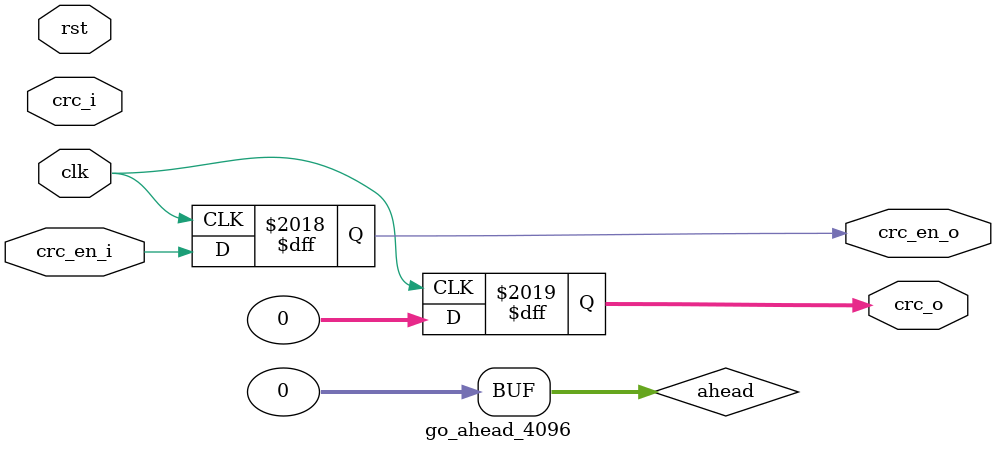
<source format=v>



// *******************
// TIMESCALE
// ******************* 
`timescale 1ns/1ps 

// *******************
// INFORMATION
// *******************


//*******************
//DEFINE(s)
//*******************
//`define UDLY 1    //Unit delay, for non-blocking assignments in sequential logic



//*******************
//DEFINE MODULE PORT
//*******************
module  go_ahead_4096

# ( parameter  [1023:0] AHEAD_POLY = 0 )


 (     
        input           clk ,
        input           rst ,

        input           crc_en_i,
        input   [31:0]  crc_i,  
        output reg         crc_en_o,
        output reg [31:0]  crc_o


              ) ;

//*******************
//DEFINE LOCAL PARAMETER
//*******************
//parameter(s)
 





// reg [1023:0] ahead = AHEAD_POLY ;
// wire [8:0] test ;

wire [31:0] ahead ;






















//*********************
//INNER SIGNAL DECLARATION
//*********************

 
// crc-32
  //   function [31:0] CRC32_ahead;

  //   input [31:0] crc_i;
  //   // input [31:0] crc_o;
  //   //reg [31:0] d;
  //   reg [31:0] c;
  //   reg [31:0] newcrc;
  // begin
  //   c = crc_i;

  //   newcrc[0 ]  = (c[0]&AHEAD_POLY[1023-32* 0  ])^(c[1]&AHEAD_POLY[1023-32* 0  -1])^(c[2]&AHEAD_POLY[1023-32* -2 ])^(c[3]&AHEAD_POLY[1023-32* 0  -3])^(c[4]&AHEAD_POLY[1023-32* 0  -4])^(c[5]&AHEAD_POLY[1023-32* 0  -5])^(c[6]&AHEAD_POLY[1023-32* 0  -6])^(c[7]&AHEAD_POLY[1023-32* 0  -7])^(c[8]&AHEAD_POLY[1023-32* 0  -8])^(c[9]&AHEAD_POLY[1023-32* 0  -9])^(c[10]&AHEAD_POLY[1023-32* 0  -10])^(c[11]&AHEAD_POLY[1023-32* 0  -11])^(c[12]&AHEAD_POLY[1023-32* 0  -12])^(c[13]&AHEAD_POLY[1023-32* 0  -13])^(c[14]&AHEAD_POLY[1023-32* 0  -14])^(c[15]&AHEAD_POLY[1023-32* 0  -15])^(c[16]&AHEAD_POLY[1023-32* 0  -16])^(c[17]&AHEAD_POLY[1023-32* 0  -17])^(c[18]&AHEAD_POLY[1023-32* 0  -18])^(c[19]&AHEAD_POLY[1023-32* 0  -19])^(c[20]&AHEAD_POLY[1023-32* 0  -20])^(c[21]&AHEAD_POLY[1023-32* 0  -21])^(c[22]&AHEAD_POLY[1023-32* 0  -22])^(c[23]&AHEAD_POLY[1023-32* 0  -23])^(c[24]&AHEAD_POLY[1023-32* 0  -24])^(c[25]&AHEAD_POLY[1023-32* 0  -25])^(c[26]&AHEAD_POLY[1023-32* 0  -26])^(c[27]&AHEAD_POLY[1023-32* 0  -27])^(c[28]&AHEAD_POLY[1023-32* 0  -28])^(c[29]&AHEAD_POLY[1023-32* 0  -29])^(c[30]&AHEAD_POLY[1023-32* 0  -30])^(c[31]&AHEAD_POLY[1023-32* 0  -31]);
  //   newcrc[1 ]  = (c[0]&AHEAD_POLY[1023-32* 1  ])^(c[1]&AHEAD_POLY[1023-32* 1  -1])^(c[2]&AHEAD_POLY[1023-32* -2 ])^(c[3]&AHEAD_POLY[1023-32* 1  -3])^(c[4]&AHEAD_POLY[1023-32* 1  -4])^(c[5]&AHEAD_POLY[1023-32* 1  -5])^(c[6]&AHEAD_POLY[1023-32* 1  -6])^(c[7]&AHEAD_POLY[1023-32* 1  -7])^(c[8]&AHEAD_POLY[1023-32* 1  -8])^(c[9]&AHEAD_POLY[1023-32* 1  -9])^(c[10]&AHEAD_POLY[1023-32* 1  -10])^(c[11]&AHEAD_POLY[1023-32* 1  -11])^(c[12]&AHEAD_POLY[1023-32* 1  -12])^(c[13]&AHEAD_POLY[1023-32* 1  -13])^(c[14]&AHEAD_POLY[1023-32* 1  -14])^(c[15]&AHEAD_POLY[1023-32* 1  -15])^(c[16]&AHEAD_POLY[1023-32* 1  -16])^(c[17]&AHEAD_POLY[1023-32* 1  -17])^(c[18]&AHEAD_POLY[1023-32* 1  -18])^(c[19]&AHEAD_POLY[1023-32* 1  -19])^(c[20]&AHEAD_POLY[1023-32* 1  -20])^(c[21]&AHEAD_POLY[1023-32* 1  -21])^(c[22]&AHEAD_POLY[1023-32* 1  -22])^(c[23]&AHEAD_POLY[1023-32* 1  -23])^(c[24]&AHEAD_POLY[1023-32* 1  -24])^(c[25]&AHEAD_POLY[1023-32* 1  -25])^(c[26]&AHEAD_POLY[1023-32* 1  -26])^(c[27]&AHEAD_POLY[1023-32* 1  -27])^(c[28]&AHEAD_POLY[1023-32* 1  -28])^(c[29]&AHEAD_POLY[1023-32* 1  -29])^(c[30]&AHEAD_POLY[1023-32* 1  -30])^(c[31]&AHEAD_POLY[1023-32* 1  -31]);
  //   newcrc[2 ]  = (c[0]&AHEAD_POLY[1023-32* 2  ])^(c[1]&AHEAD_POLY[1023-32* 2  -1])^(c[2]&AHEAD_POLY[1023-32* -2 ])^(c[3]&AHEAD_POLY[1023-32* 2  -3])^(c[4]&AHEAD_POLY[1023-32* 2  -4])^(c[5]&AHEAD_POLY[1023-32* 2  -5])^(c[6]&AHEAD_POLY[1023-32* 2  -6])^(c[7]&AHEAD_POLY[1023-32* 2  -7])^(c[8]&AHEAD_POLY[1023-32* 2  -8])^(c[9]&AHEAD_POLY[1023-32* 2  -9])^(c[10]&AHEAD_POLY[1023-32* 2  -10])^(c[11]&AHEAD_POLY[1023-32* 2  -11])^(c[12]&AHEAD_POLY[1023-32* 2  -12])^(c[13]&AHEAD_POLY[1023-32* 2  -13])^(c[14]&AHEAD_POLY[1023-32* 2  -14])^(c[15]&AHEAD_POLY[1023-32* 2  -15])^(c[16]&AHEAD_POLY[1023-32* 2  -16])^(c[17]&AHEAD_POLY[1023-32* 2  -17])^(c[18]&AHEAD_POLY[1023-32* 2  -18])^(c[19]&AHEAD_POLY[1023-32* 2  -19])^(c[20]&AHEAD_POLY[1023-32* 2  -20])^(c[21]&AHEAD_POLY[1023-32* 2  -21])^(c[22]&AHEAD_POLY[1023-32* 2  -22])^(c[23]&AHEAD_POLY[1023-32* 2  -23])^(c[24]&AHEAD_POLY[1023-32* 2  -24])^(c[25]&AHEAD_POLY[1023-32* 2  -25])^(c[26]&AHEAD_POLY[1023-32* 2  -26])^(c[27]&AHEAD_POLY[1023-32* 2  -27])^(c[28]&AHEAD_POLY[1023-32* 2  -28])^(c[29]&AHEAD_POLY[1023-32* 2  -29])^(c[30]&AHEAD_POLY[1023-32* 2  -30])^(c[31]&AHEAD_POLY[1023-32* 2  -31]);
  //   newcrc[3 ]  = (c[0]&AHEAD_POLY[1023-32* 3  ])^(c[1]&AHEAD_POLY[1023-32* 3  -1])^(c[2]&AHEAD_POLY[1023-32* -2 ])^(c[3]&AHEAD_POLY[1023-32* 3  -3])^(c[4]&AHEAD_POLY[1023-32* 3  -4])^(c[5]&AHEAD_POLY[1023-32* 3  -5])^(c[6]&AHEAD_POLY[1023-32* 3  -6])^(c[7]&AHEAD_POLY[1023-32* 3  -7])^(c[8]&AHEAD_POLY[1023-32* 3  -8])^(c[9]&AHEAD_POLY[1023-32* 3  -9])^(c[10]&AHEAD_POLY[1023-32* 3  -10])^(c[11]&AHEAD_POLY[1023-32* 3  -11])^(c[12]&AHEAD_POLY[1023-32* 3  -12])^(c[13]&AHEAD_POLY[1023-32* 3  -13])^(c[14]&AHEAD_POLY[1023-32* 3  -14])^(c[15]&AHEAD_POLY[1023-32* 3  -15])^(c[16]&AHEAD_POLY[1023-32* 3  -16])^(c[17]&AHEAD_POLY[1023-32* 3  -17])^(c[18]&AHEAD_POLY[1023-32* 3  -18])^(c[19]&AHEAD_POLY[1023-32* 3  -19])^(c[20]&AHEAD_POLY[1023-32* 3  -20])^(c[21]&AHEAD_POLY[1023-32* 3  -21])^(c[22]&AHEAD_POLY[1023-32* 3  -22])^(c[23]&AHEAD_POLY[1023-32* 3  -23])^(c[24]&AHEAD_POLY[1023-32* 3  -24])^(c[25]&AHEAD_POLY[1023-32* 3  -25])^(c[26]&AHEAD_POLY[1023-32* 3  -26])^(c[27]&AHEAD_POLY[1023-32* 3  -27])^(c[28]&AHEAD_POLY[1023-32* 3  -28])^(c[29]&AHEAD_POLY[1023-32* 3  -29])^(c[30]&AHEAD_POLY[1023-32* 3  -30])^(c[31]&AHEAD_POLY[1023-32* 3  -31]);
  //   newcrc[4 ]  = (c[0]&AHEAD_POLY[1023-32* 4  ])^(c[1]&AHEAD_POLY[1023-32* 4  -1])^(c[2]&AHEAD_POLY[1023-32* -2 ])^(c[3]&AHEAD_POLY[1023-32* 4  -3])^(c[4]&AHEAD_POLY[1023-32* 4  -4])^(c[5]&AHEAD_POLY[1023-32* 4  -5])^(c[6]&AHEAD_POLY[1023-32* 4  -6])^(c[7]&AHEAD_POLY[1023-32* 4  -7])^(c[8]&AHEAD_POLY[1023-32* 4  -8])^(c[9]&AHEAD_POLY[1023-32* 4  -9])^(c[10]&AHEAD_POLY[1023-32* 4  -10])^(c[11]&AHEAD_POLY[1023-32* 4  -11])^(c[12]&AHEAD_POLY[1023-32* 4  -12])^(c[13]&AHEAD_POLY[1023-32* 4  -13])^(c[14]&AHEAD_POLY[1023-32* 4  -14])^(c[15]&AHEAD_POLY[1023-32* 4  -15])^(c[16]&AHEAD_POLY[1023-32* 4  -16])^(c[17]&AHEAD_POLY[1023-32* 4  -17])^(c[18]&AHEAD_POLY[1023-32* 4  -18])^(c[19]&AHEAD_POLY[1023-32* 4  -19])^(c[20]&AHEAD_POLY[1023-32* 4  -20])^(c[21]&AHEAD_POLY[1023-32* 4  -21])^(c[22]&AHEAD_POLY[1023-32* 4  -22])^(c[23]&AHEAD_POLY[1023-32* 4  -23])^(c[24]&AHEAD_POLY[1023-32* 4  -24])^(c[25]&AHEAD_POLY[1023-32* 4  -25])^(c[26]&AHEAD_POLY[1023-32* 4  -26])^(c[27]&AHEAD_POLY[1023-32* 4  -27])^(c[28]&AHEAD_POLY[1023-32* 4  -28])^(c[29]&AHEAD_POLY[1023-32* 4  -29])^(c[30]&AHEAD_POLY[1023-32* 4  -30])^(c[31]&AHEAD_POLY[1023-32* 4  -31]);
  //   newcrc[5 ]  = (c[0]&AHEAD_POLY[1023-32* 5  ])^(c[1]&AHEAD_POLY[1023-32* 5  -1])^(c[2]&AHEAD_POLY[1023-32* -2 ])^(c[3]&AHEAD_POLY[1023-32* 5  -3])^(c[4]&AHEAD_POLY[1023-32* 5  -4])^(c[5]&AHEAD_POLY[1023-32* 5  -5])^(c[6]&AHEAD_POLY[1023-32* 5  -6])^(c[7]&AHEAD_POLY[1023-32* 5  -7])^(c[8]&AHEAD_POLY[1023-32* 5  -8])^(c[9]&AHEAD_POLY[1023-32* 5  -9])^(c[10]&AHEAD_POLY[1023-32* 5  -10])^(c[11]&AHEAD_POLY[1023-32* 5  -11])^(c[12]&AHEAD_POLY[1023-32* 5  -12])^(c[13]&AHEAD_POLY[1023-32* 5  -13])^(c[14]&AHEAD_POLY[1023-32* 5  -14])^(c[15]&AHEAD_POLY[1023-32* 5  -15])^(c[16]&AHEAD_POLY[1023-32* 5  -16])^(c[17]&AHEAD_POLY[1023-32* 5  -17])^(c[18]&AHEAD_POLY[1023-32* 5  -18])^(c[19]&AHEAD_POLY[1023-32* 5  -19])^(c[20]&AHEAD_POLY[1023-32* 5  -20])^(c[21]&AHEAD_POLY[1023-32* 5  -21])^(c[22]&AHEAD_POLY[1023-32* 5  -22])^(c[23]&AHEAD_POLY[1023-32* 5  -23])^(c[24]&AHEAD_POLY[1023-32* 5  -24])^(c[25]&AHEAD_POLY[1023-32* 5  -25])^(c[26]&AHEAD_POLY[1023-32* 5  -26])^(c[27]&AHEAD_POLY[1023-32* 5  -27])^(c[28]&AHEAD_POLY[1023-32* 5  -28])^(c[29]&AHEAD_POLY[1023-32* 5  -29])^(c[30]&AHEAD_POLY[1023-32* 5  -30])^(c[31]&AHEAD_POLY[1023-32* 5  -31]);
  //   newcrc[6 ]  = (c[0]&AHEAD_POLY[1023-32* 6  ])^(c[1]&AHEAD_POLY[1023-32* 6  -1])^(c[2]&AHEAD_POLY[1023-32* -2 ])^(c[3]&AHEAD_POLY[1023-32* 6  -3])^(c[4]&AHEAD_POLY[1023-32* 6  -4])^(c[5]&AHEAD_POLY[1023-32* 6  -5])^(c[6]&AHEAD_POLY[1023-32* 6  -6])^(c[7]&AHEAD_POLY[1023-32* 6  -7])^(c[8]&AHEAD_POLY[1023-32* 6  -8])^(c[9]&AHEAD_POLY[1023-32* 6  -9])^(c[10]&AHEAD_POLY[1023-32* 6  -10])^(c[11]&AHEAD_POLY[1023-32* 6  -11])^(c[12]&AHEAD_POLY[1023-32* 6  -12])^(c[13]&AHEAD_POLY[1023-32* 6  -13])^(c[14]&AHEAD_POLY[1023-32* 6  -14])^(c[15]&AHEAD_POLY[1023-32* 6  -15])^(c[16]&AHEAD_POLY[1023-32* 6  -16])^(c[17]&AHEAD_POLY[1023-32* 6  -17])^(c[18]&AHEAD_POLY[1023-32* 6  -18])^(c[19]&AHEAD_POLY[1023-32* 6  -19])^(c[20]&AHEAD_POLY[1023-32* 6  -20])^(c[21]&AHEAD_POLY[1023-32* 6  -21])^(c[22]&AHEAD_POLY[1023-32* 6  -22])^(c[23]&AHEAD_POLY[1023-32* 6  -23])^(c[24]&AHEAD_POLY[1023-32* 6  -24])^(c[25]&AHEAD_POLY[1023-32* 6  -25])^(c[26]&AHEAD_POLY[1023-32* 6  -26])^(c[27]&AHEAD_POLY[1023-32* 6  -27])^(c[28]&AHEAD_POLY[1023-32* 6  -28])^(c[29]&AHEAD_POLY[1023-32* 6  -29])^(c[30]&AHEAD_POLY[1023-32* 6  -30])^(c[31]&AHEAD_POLY[1023-32* 6  -31]);
  //   newcrc[7 ]  = (c[0]&AHEAD_POLY[1023-32* 7  ])^(c[1]&AHEAD_POLY[1023-32* 7  -1])^(c[2]&AHEAD_POLY[1023-32* -2 ])^(c[3]&AHEAD_POLY[1023-32* 7  -3])^(c[4]&AHEAD_POLY[1023-32* 7  -4])^(c[5]&AHEAD_POLY[1023-32* 7  -5])^(c[6]&AHEAD_POLY[1023-32* 7  -6])^(c[7]&AHEAD_POLY[1023-32* 7  -7])^(c[8]&AHEAD_POLY[1023-32* 7  -8])^(c[9]&AHEAD_POLY[1023-32* 7  -9])^(c[10]&AHEAD_POLY[1023-32* 7  -10])^(c[11]&AHEAD_POLY[1023-32* 7  -11])^(c[12]&AHEAD_POLY[1023-32* 7  -12])^(c[13]&AHEAD_POLY[1023-32* 7  -13])^(c[14]&AHEAD_POLY[1023-32* 7  -14])^(c[15]&AHEAD_POLY[1023-32* 7  -15])^(c[16]&AHEAD_POLY[1023-32* 7  -16])^(c[17]&AHEAD_POLY[1023-32* 7  -17])^(c[18]&AHEAD_POLY[1023-32* 7  -18])^(c[19]&AHEAD_POLY[1023-32* 7  -19])^(c[20]&AHEAD_POLY[1023-32* 7  -20])^(c[21]&AHEAD_POLY[1023-32* 7  -21])^(c[22]&AHEAD_POLY[1023-32* 7  -22])^(c[23]&AHEAD_POLY[1023-32* 7  -23])^(c[24]&AHEAD_POLY[1023-32* 7  -24])^(c[25]&AHEAD_POLY[1023-32* 7  -25])^(c[26]&AHEAD_POLY[1023-32* 7  -26])^(c[27]&AHEAD_POLY[1023-32* 7  -27])^(c[28]&AHEAD_POLY[1023-32* 7  -28])^(c[29]&AHEAD_POLY[1023-32* 7  -29])^(c[30]&AHEAD_POLY[1023-32* 7  -30])^(c[31]&AHEAD_POLY[1023-32* 7  -31]);
  //   newcrc[8 ]  = (c[0]&AHEAD_POLY[1023-32* 8  ])^(c[1]&AHEAD_POLY[1023-32* 8  -1])^(c[2]&AHEAD_POLY[1023-32* -2 ])^(c[3]&AHEAD_POLY[1023-32* 8  -3])^(c[4]&AHEAD_POLY[1023-32* 8  -4])^(c[5]&AHEAD_POLY[1023-32* 8  -5])^(c[6]&AHEAD_POLY[1023-32* 8  -6])^(c[7]&AHEAD_POLY[1023-32* 8  -7])^(c[8]&AHEAD_POLY[1023-32* 8  -8])^(c[9]&AHEAD_POLY[1023-32* 8  -9])^(c[10]&AHEAD_POLY[1023-32* 8  -10])^(c[11]&AHEAD_POLY[1023-32* 8  -11])^(c[12]&AHEAD_POLY[1023-32* 8  -12])^(c[13]&AHEAD_POLY[1023-32* 8  -13])^(c[14]&AHEAD_POLY[1023-32* 8  -14])^(c[15]&AHEAD_POLY[1023-32* 8  -15])^(c[16]&AHEAD_POLY[1023-32* 8  -16])^(c[17]&AHEAD_POLY[1023-32* 8  -17])^(c[18]&AHEAD_POLY[1023-32* 8  -18])^(c[19]&AHEAD_POLY[1023-32* 8  -19])^(c[20]&AHEAD_POLY[1023-32* 8  -20])^(c[21]&AHEAD_POLY[1023-32* 8  -21])^(c[22]&AHEAD_POLY[1023-32* 8  -22])^(c[23]&AHEAD_POLY[1023-32* 8  -23])^(c[24]&AHEAD_POLY[1023-32* 8  -24])^(c[25]&AHEAD_POLY[1023-32* 8  -25])^(c[26]&AHEAD_POLY[1023-32* 8  -26])^(c[27]&AHEAD_POLY[1023-32* 8  -27])^(c[28]&AHEAD_POLY[1023-32* 8  -28])^(c[29]&AHEAD_POLY[1023-32* 8  -29])^(c[30]&AHEAD_POLY[1023-32* 8  -30])^(c[31]&AHEAD_POLY[1023-32* 8  -31]);
  //   newcrc[9 ]  = (c[0]&AHEAD_POLY[1023-32* 9  ])^(c[1]&AHEAD_POLY[1023-32* 9  -1])^(c[2]&AHEAD_POLY[1023-32* -2 ])^(c[3]&AHEAD_POLY[1023-32* 9  -3])^(c[4]&AHEAD_POLY[1023-32* 9  -4])^(c[5]&AHEAD_POLY[1023-32* 9  -5])^(c[6]&AHEAD_POLY[1023-32* 9  -6])^(c[7]&AHEAD_POLY[1023-32* 9  -7])^(c[8]&AHEAD_POLY[1023-32* 9  -8])^(c[9]&AHEAD_POLY[1023-32* 9  -9])^(c[10]&AHEAD_POLY[1023-32* 9  -10])^(c[11]&AHEAD_POLY[1023-32* 9  -11])^(c[12]&AHEAD_POLY[1023-32* 9  -12])^(c[13]&AHEAD_POLY[1023-32* 9  -13])^(c[14]&AHEAD_POLY[1023-32* 9  -14])^(c[15]&AHEAD_POLY[1023-32* 9  -15])^(c[16]&AHEAD_POLY[1023-32* 9  -16])^(c[17]&AHEAD_POLY[1023-32* 9  -17])^(c[18]&AHEAD_POLY[1023-32* 9  -18])^(c[19]&AHEAD_POLY[1023-32* 9  -19])^(c[20]&AHEAD_POLY[1023-32* 9  -20])^(c[21]&AHEAD_POLY[1023-32* 9  -21])^(c[22]&AHEAD_POLY[1023-32* 9  -22])^(c[23]&AHEAD_POLY[1023-32* 9  -23])^(c[24]&AHEAD_POLY[1023-32* 9  -24])^(c[25]&AHEAD_POLY[1023-32* 9  -25])^(c[26]&AHEAD_POLY[1023-32* 9  -26])^(c[27]&AHEAD_POLY[1023-32* 9  -27])^(c[28]&AHEAD_POLY[1023-32* 9  -28])^(c[29]&AHEAD_POLY[1023-32* 9  -29])^(c[30]&AHEAD_POLY[1023-32* 9  -30])^(c[31]&AHEAD_POLY[1023-32* 9  -31]);
  //   newcrc[10]  = (c[0]&AHEAD_POLY[1023-32* 10 ])^(c[1]&AHEAD_POLY[1023-32* 10 -1])^(c[2]&AHEAD_POLY[1023-32* -2 ])^(c[3]&AHEAD_POLY[1023-32* 10 -3])^(c[4]&AHEAD_POLY[1023-32* 10 -4])^(c[5]&AHEAD_POLY[1023-32* 10 -5])^(c[6]&AHEAD_POLY[1023-32* 10 -6])^(c[7]&AHEAD_POLY[1023-32* 10 -7])^(c[8]&AHEAD_POLY[1023-32* 10 -8])^(c[9]&AHEAD_POLY[1023-32* 10 -9])^(c[10]&AHEAD_POLY[1023-32* 10 -10])^(c[11]&AHEAD_POLY[1023-32* 10 -11])^(c[12]&AHEAD_POLY[1023-32* 10 -12])^(c[13]&AHEAD_POLY[1023-32* 10 -13])^(c[14]&AHEAD_POLY[1023-32* 10 -14])^(c[15]&AHEAD_POLY[1023-32* 10 -15])^(c[16]&AHEAD_POLY[1023-32* 10 -16])^(c[17]&AHEAD_POLY[1023-32* 10 -17])^(c[18]&AHEAD_POLY[1023-32* 10 -18])^(c[19]&AHEAD_POLY[1023-32* 10 -19])^(c[20]&AHEAD_POLY[1023-32* 10 -20])^(c[21]&AHEAD_POLY[1023-32* 10 -21])^(c[22]&AHEAD_POLY[1023-32* 10 -22])^(c[23]&AHEAD_POLY[1023-32* 10 -23])^(c[24]&AHEAD_POLY[1023-32* 10 -24])^(c[25]&AHEAD_POLY[1023-32* 10 -25])^(c[26]&AHEAD_POLY[1023-32* 10 -26])^(c[27]&AHEAD_POLY[1023-32* 10 -27])^(c[28]&AHEAD_POLY[1023-32* 10 -28])^(c[29]&AHEAD_POLY[1023-32* 10 -29])^(c[30]&AHEAD_POLY[1023-32* 10 -30])^(c[31]&AHEAD_POLY[1023-32* 10 -31]);
  //   newcrc[11]  = (c[0]&AHEAD_POLY[1023-32* 11 ])^(c[1]&AHEAD_POLY[1023-32* 11 -1])^(c[2]&AHEAD_POLY[1023-32* -2 ])^(c[3]&AHEAD_POLY[1023-32* 11 -3])^(c[4]&AHEAD_POLY[1023-32* 11 -4])^(c[5]&AHEAD_POLY[1023-32* 11 -5])^(c[6]&AHEAD_POLY[1023-32* 11 -6])^(c[7]&AHEAD_POLY[1023-32* 11 -7])^(c[8]&AHEAD_POLY[1023-32* 11 -8])^(c[9]&AHEAD_POLY[1023-32* 11 -9])^(c[10]&AHEAD_POLY[1023-32* 11 -10])^(c[11]&AHEAD_POLY[1023-32* 11 -11])^(c[12]&AHEAD_POLY[1023-32* 11 -12])^(c[13]&AHEAD_POLY[1023-32* 11 -13])^(c[14]&AHEAD_POLY[1023-32* 11 -14])^(c[15]&AHEAD_POLY[1023-32* 11 -15])^(c[16]&AHEAD_POLY[1023-32* 11 -16])^(c[17]&AHEAD_POLY[1023-32* 11 -17])^(c[18]&AHEAD_POLY[1023-32* 11 -18])^(c[19]&AHEAD_POLY[1023-32* 11 -19])^(c[20]&AHEAD_POLY[1023-32* 11 -20])^(c[21]&AHEAD_POLY[1023-32* 11 -21])^(c[22]&AHEAD_POLY[1023-32* 11 -22])^(c[23]&AHEAD_POLY[1023-32* 11 -23])^(c[24]&AHEAD_POLY[1023-32* 11 -24])^(c[25]&AHEAD_POLY[1023-32* 11 -25])^(c[26]&AHEAD_POLY[1023-32* 11 -26])^(c[27]&AHEAD_POLY[1023-32* 11 -27])^(c[28]&AHEAD_POLY[1023-32* 11 -28])^(c[29]&AHEAD_POLY[1023-32* 11 -29])^(c[30]&AHEAD_POLY[1023-32* 11 -30])^(c[31]&AHEAD_POLY[1023-32* 11 -31]);
  //   newcrc[12]  = (c[0]&AHEAD_POLY[1023-32* 12 ])^(c[1]&AHEAD_POLY[1023-32* 12 -1])^(c[2]&AHEAD_POLY[1023-32* -2 ])^(c[3]&AHEAD_POLY[1023-32* 12 -3])^(c[4]&AHEAD_POLY[1023-32* 12 -4])^(c[5]&AHEAD_POLY[1023-32* 12 -5])^(c[6]&AHEAD_POLY[1023-32* 12 -6])^(c[7]&AHEAD_POLY[1023-32* 12 -7])^(c[8]&AHEAD_POLY[1023-32* 12 -8])^(c[9]&AHEAD_POLY[1023-32* 12 -9])^(c[10]&AHEAD_POLY[1023-32* 12 -10])^(c[11]&AHEAD_POLY[1023-32* 12 -11])^(c[12]&AHEAD_POLY[1023-32* 12 -12])^(c[13]&AHEAD_POLY[1023-32* 12 -13])^(c[14]&AHEAD_POLY[1023-32* 12 -14])^(c[15]&AHEAD_POLY[1023-32* 12 -15])^(c[16]&AHEAD_POLY[1023-32* 12 -16])^(c[17]&AHEAD_POLY[1023-32* 12 -17])^(c[18]&AHEAD_POLY[1023-32* 12 -18])^(c[19]&AHEAD_POLY[1023-32* 12 -19])^(c[20]&AHEAD_POLY[1023-32* 12 -20])^(c[21]&AHEAD_POLY[1023-32* 12 -21])^(c[22]&AHEAD_POLY[1023-32* 12 -22])^(c[23]&AHEAD_POLY[1023-32* 12 -23])^(c[24]&AHEAD_POLY[1023-32* 12 -24])^(c[25]&AHEAD_POLY[1023-32* 12 -25])^(c[26]&AHEAD_POLY[1023-32* 12 -26])^(c[27]&AHEAD_POLY[1023-32* 12 -27])^(c[28]&AHEAD_POLY[1023-32* 12 -28])^(c[29]&AHEAD_POLY[1023-32* 12 -29])^(c[30]&AHEAD_POLY[1023-32* 12 -30])^(c[31]&AHEAD_POLY[1023-32* 12 -31]);
  //   newcrc[13]  = (c[0]&AHEAD_POLY[1023-32* 13 ])^(c[1]&AHEAD_POLY[1023-32* 13 -1])^(c[2]&AHEAD_POLY[1023-32* -2 ])^(c[3]&AHEAD_POLY[1023-32* 13 -3])^(c[4]&AHEAD_POLY[1023-32* 13 -4])^(c[5]&AHEAD_POLY[1023-32* 13 -5])^(c[6]&AHEAD_POLY[1023-32* 13 -6])^(c[7]&AHEAD_POLY[1023-32* 13 -7])^(c[8]&AHEAD_POLY[1023-32* 13 -8])^(c[9]&AHEAD_POLY[1023-32* 13 -9])^(c[10]&AHEAD_POLY[1023-32* 13 -10])^(c[11]&AHEAD_POLY[1023-32* 13 -11])^(c[12]&AHEAD_POLY[1023-32* 13 -12])^(c[13]&AHEAD_POLY[1023-32* 13 -13])^(c[14]&AHEAD_POLY[1023-32* 13 -14])^(c[15]&AHEAD_POLY[1023-32* 13 -15])^(c[16]&AHEAD_POLY[1023-32* 13 -16])^(c[17]&AHEAD_POLY[1023-32* 13 -17])^(c[18]&AHEAD_POLY[1023-32* 13 -18])^(c[19]&AHEAD_POLY[1023-32* 13 -19])^(c[20]&AHEAD_POLY[1023-32* 13 -20])^(c[21]&AHEAD_POLY[1023-32* 13 -21])^(c[22]&AHEAD_POLY[1023-32* 13 -22])^(c[23]&AHEAD_POLY[1023-32* 13 -23])^(c[24]&AHEAD_POLY[1023-32* 13 -24])^(c[25]&AHEAD_POLY[1023-32* 13 -25])^(c[26]&AHEAD_POLY[1023-32* 13 -26])^(c[27]&AHEAD_POLY[1023-32* 13 -27])^(c[28]&AHEAD_POLY[1023-32* 13 -28])^(c[29]&AHEAD_POLY[1023-32* 13 -29])^(c[30]&AHEAD_POLY[1023-32* 13 -30])^(c[31]&AHEAD_POLY[1023-32* 13 -31]);
  //   newcrc[14]  = (c[0]&AHEAD_POLY[1023-32* 14 ])^(c[1]&AHEAD_POLY[1023-32* 14 -1])^(c[2]&AHEAD_POLY[1023-32* -2 ])^(c[3]&AHEAD_POLY[1023-32* 14 -3])^(c[4]&AHEAD_POLY[1023-32* 14 -4])^(c[5]&AHEAD_POLY[1023-32* 14 -5])^(c[6]&AHEAD_POLY[1023-32* 14 -6])^(c[7]&AHEAD_POLY[1023-32* 14 -7])^(c[8]&AHEAD_POLY[1023-32* 14 -8])^(c[9]&AHEAD_POLY[1023-32* 14 -9])^(c[10]&AHEAD_POLY[1023-32* 14 -10])^(c[11]&AHEAD_POLY[1023-32* 14 -11])^(c[12]&AHEAD_POLY[1023-32* 14 -12])^(c[13]&AHEAD_POLY[1023-32* 14 -13])^(c[14]&AHEAD_POLY[1023-32* 14 -14])^(c[15]&AHEAD_POLY[1023-32* 14 -15])^(c[16]&AHEAD_POLY[1023-32* 14 -16])^(c[17]&AHEAD_POLY[1023-32* 14 -17])^(c[18]&AHEAD_POLY[1023-32* 14 -18])^(c[19]&AHEAD_POLY[1023-32* 14 -19])^(c[20]&AHEAD_POLY[1023-32* 14 -20])^(c[21]&AHEAD_POLY[1023-32* 14 -21])^(c[22]&AHEAD_POLY[1023-32* 14 -22])^(c[23]&AHEAD_POLY[1023-32* 14 -23])^(c[24]&AHEAD_POLY[1023-32* 14 -24])^(c[25]&AHEAD_POLY[1023-32* 14 -25])^(c[26]&AHEAD_POLY[1023-32* 14 -26])^(c[27]&AHEAD_POLY[1023-32* 14 -27])^(c[28]&AHEAD_POLY[1023-32* 14 -28])^(c[29]&AHEAD_POLY[1023-32* 14 -29])^(c[30]&AHEAD_POLY[1023-32* 14 -30])^(c[31]&AHEAD_POLY[1023-32* 14 -31]);
  //   newcrc[15]  = (c[0]&AHEAD_POLY[1023-32* 15 ])^(c[1]&AHEAD_POLY[1023-32* 15 -1])^(c[2]&AHEAD_POLY[1023-32* -2 ])^(c[3]&AHEAD_POLY[1023-32* 15 -3])^(c[4]&AHEAD_POLY[1023-32* 15 -4])^(c[5]&AHEAD_POLY[1023-32* 15 -5])^(c[6]&AHEAD_POLY[1023-32* 15 -6])^(c[7]&AHEAD_POLY[1023-32* 15 -7])^(c[8]&AHEAD_POLY[1023-32* 15 -8])^(c[9]&AHEAD_POLY[1023-32* 15 -9])^(c[10]&AHEAD_POLY[1023-32* 15 -10])^(c[11]&AHEAD_POLY[1023-32* 15 -11])^(c[12]&AHEAD_POLY[1023-32* 15 -12])^(c[13]&AHEAD_POLY[1023-32* 15 -13])^(c[14]&AHEAD_POLY[1023-32* 15 -14])^(c[15]&AHEAD_POLY[1023-32* 15 -15])^(c[16]&AHEAD_POLY[1023-32* 15 -16])^(c[17]&AHEAD_POLY[1023-32* 15 -17])^(c[18]&AHEAD_POLY[1023-32* 15 -18])^(c[19]&AHEAD_POLY[1023-32* 15 -19])^(c[20]&AHEAD_POLY[1023-32* 15 -20])^(c[21]&AHEAD_POLY[1023-32* 15 -21])^(c[22]&AHEAD_POLY[1023-32* 15 -22])^(c[23]&AHEAD_POLY[1023-32* 15 -23])^(c[24]&AHEAD_POLY[1023-32* 15 -24])^(c[25]&AHEAD_POLY[1023-32* 15 -25])^(c[26]&AHEAD_POLY[1023-32* 15 -26])^(c[27]&AHEAD_POLY[1023-32* 15 -27])^(c[28]&AHEAD_POLY[1023-32* 15 -28])^(c[29]&AHEAD_POLY[1023-32* 15 -29])^(c[30]&AHEAD_POLY[1023-32* 15 -30])^(c[31]&AHEAD_POLY[1023-32* 15 -31]);
  //   newcrc[16]  = (c[0]&AHEAD_POLY[1023-32* 16 ])^(c[1]&AHEAD_POLY[1023-32* 16 -1])^(c[2]&AHEAD_POLY[1023-32* -2 ])^(c[3]&AHEAD_POLY[1023-32* 16 -3])^(c[4]&AHEAD_POLY[1023-32* 16 -4])^(c[5]&AHEAD_POLY[1023-32* 16 -5])^(c[6]&AHEAD_POLY[1023-32* 16 -6])^(c[7]&AHEAD_POLY[1023-32* 16 -7])^(c[8]&AHEAD_POLY[1023-32* 16 -8])^(c[9]&AHEAD_POLY[1023-32* 16 -9])^(c[10]&AHEAD_POLY[1023-32* 16 -10])^(c[11]&AHEAD_POLY[1023-32* 16 -11])^(c[12]&AHEAD_POLY[1023-32* 16 -12])^(c[13]&AHEAD_POLY[1023-32* 16 -13])^(c[14]&AHEAD_POLY[1023-32* 16 -14])^(c[15]&AHEAD_POLY[1023-32* 16 -15])^(c[16]&AHEAD_POLY[1023-32* 16 -16])^(c[17]&AHEAD_POLY[1023-32* 16 -17])^(c[18]&AHEAD_POLY[1023-32* 16 -18])^(c[19]&AHEAD_POLY[1023-32* 16 -19])^(c[20]&AHEAD_POLY[1023-32* 16 -20])^(c[21]&AHEAD_POLY[1023-32* 16 -21])^(c[22]&AHEAD_POLY[1023-32* 16 -22])^(c[23]&AHEAD_POLY[1023-32* 16 -23])^(c[24]&AHEAD_POLY[1023-32* 16 -24])^(c[25]&AHEAD_POLY[1023-32* 16 -25])^(c[26]&AHEAD_POLY[1023-32* 16 -26])^(c[27]&AHEAD_POLY[1023-32* 16 -27])^(c[28]&AHEAD_POLY[1023-32* 16 -28])^(c[29]&AHEAD_POLY[1023-32* 16 -29])^(c[30]&AHEAD_POLY[1023-32* 16 -30])^(c[31]&AHEAD_POLY[1023-32* 16 -31]);
  //   newcrc[17]  = (c[0]&AHEAD_POLY[1023-32* 17 ])^(c[1]&AHEAD_POLY[1023-32* 17 -1])^(c[2]&AHEAD_POLY[1023-32* -2 ])^(c[3]&AHEAD_POLY[1023-32* 17 -3])^(c[4]&AHEAD_POLY[1023-32* 17 -4])^(c[5]&AHEAD_POLY[1023-32* 17 -5])^(c[6]&AHEAD_POLY[1023-32* 17 -6])^(c[7]&AHEAD_POLY[1023-32* 17 -7])^(c[8]&AHEAD_POLY[1023-32* 17 -8])^(c[9]&AHEAD_POLY[1023-32* 17 -9])^(c[10]&AHEAD_POLY[1023-32* 17 -10])^(c[11]&AHEAD_POLY[1023-32* 17 -11])^(c[12]&AHEAD_POLY[1023-32* 17 -12])^(c[13]&AHEAD_POLY[1023-32* 17 -13])^(c[14]&AHEAD_POLY[1023-32* 17 -14])^(c[15]&AHEAD_POLY[1023-32* 17 -15])^(c[16]&AHEAD_POLY[1023-32* 17 -16])^(c[17]&AHEAD_POLY[1023-32* 17 -17])^(c[18]&AHEAD_POLY[1023-32* 17 -18])^(c[19]&AHEAD_POLY[1023-32* 17 -19])^(c[20]&AHEAD_POLY[1023-32* 17 -20])^(c[21]&AHEAD_POLY[1023-32* 17 -21])^(c[22]&AHEAD_POLY[1023-32* 17 -22])^(c[23]&AHEAD_POLY[1023-32* 17 -23])^(c[24]&AHEAD_POLY[1023-32* 17 -24])^(c[25]&AHEAD_POLY[1023-32* 17 -25])^(c[26]&AHEAD_POLY[1023-32* 17 -26])^(c[27]&AHEAD_POLY[1023-32* 17 -27])^(c[28]&AHEAD_POLY[1023-32* 17 -28])^(c[29]&AHEAD_POLY[1023-32* 17 -29])^(c[30]&AHEAD_POLY[1023-32* 17 -30])^(c[31]&AHEAD_POLY[1023-32* 17 -31]);
  //   newcrc[18]  = (c[0]&AHEAD_POLY[1023-32* 18 ])^(c[1]&AHEAD_POLY[1023-32* 18 -1])^(c[2]&AHEAD_POLY[1023-32* -2 ])^(c[3]&AHEAD_POLY[1023-32* 18 -3])^(c[4]&AHEAD_POLY[1023-32* 18 -4])^(c[5]&AHEAD_POLY[1023-32* 18 -5])^(c[6]&AHEAD_POLY[1023-32* 18 -6])^(c[7]&AHEAD_POLY[1023-32* 18 -7])^(c[8]&AHEAD_POLY[1023-32* 18 -8])^(c[9]&AHEAD_POLY[1023-32* 18 -9])^(c[10]&AHEAD_POLY[1023-32* 18 -10])^(c[11]&AHEAD_POLY[1023-32* 18 -11])^(c[12]&AHEAD_POLY[1023-32* 18 -12])^(c[13]&AHEAD_POLY[1023-32* 18 -13])^(c[14]&AHEAD_POLY[1023-32* 18 -14])^(c[15]&AHEAD_POLY[1023-32* 18 -15])^(c[16]&AHEAD_POLY[1023-32* 18 -16])^(c[17]&AHEAD_POLY[1023-32* 18 -17])^(c[18]&AHEAD_POLY[1023-32* 18 -18])^(c[19]&AHEAD_POLY[1023-32* 18 -19])^(c[20]&AHEAD_POLY[1023-32* 18 -20])^(c[21]&AHEAD_POLY[1023-32* 18 -21])^(c[22]&AHEAD_POLY[1023-32* 18 -22])^(c[23]&AHEAD_POLY[1023-32* 18 -23])^(c[24]&AHEAD_POLY[1023-32* 18 -24])^(c[25]&AHEAD_POLY[1023-32* 18 -25])^(c[26]&AHEAD_POLY[1023-32* 18 -26])^(c[27]&AHEAD_POLY[1023-32* 18 -27])^(c[28]&AHEAD_POLY[1023-32* 18 -28])^(c[29]&AHEAD_POLY[1023-32* 18 -29])^(c[30]&AHEAD_POLY[1023-32* 18 -30])^(c[31]&AHEAD_POLY[1023-32* 18 -31]);
  //   newcrc[19]  = (c[0]&AHEAD_POLY[1023-32* 19 ])^(c[1]&AHEAD_POLY[1023-32* 19 -1])^(c[2]&AHEAD_POLY[1023-32* -2 ])^(c[3]&AHEAD_POLY[1023-32* 19 -3])^(c[4]&AHEAD_POLY[1023-32* 19 -4])^(c[5]&AHEAD_POLY[1023-32* 19 -5])^(c[6]&AHEAD_POLY[1023-32* 19 -6])^(c[7]&AHEAD_POLY[1023-32* 19 -7])^(c[8]&AHEAD_POLY[1023-32* 19 -8])^(c[9]&AHEAD_POLY[1023-32* 19 -9])^(c[10]&AHEAD_POLY[1023-32* 19 -10])^(c[11]&AHEAD_POLY[1023-32* 19 -11])^(c[12]&AHEAD_POLY[1023-32* 19 -12])^(c[13]&AHEAD_POLY[1023-32* 19 -13])^(c[14]&AHEAD_POLY[1023-32* 19 -14])^(c[15]&AHEAD_POLY[1023-32* 19 -15])^(c[16]&AHEAD_POLY[1023-32* 19 -16])^(c[17]&AHEAD_POLY[1023-32* 19 -17])^(c[18]&AHEAD_POLY[1023-32* 19 -18])^(c[19]&AHEAD_POLY[1023-32* 19 -19])^(c[20]&AHEAD_POLY[1023-32* 19 -20])^(c[21]&AHEAD_POLY[1023-32* 19 -21])^(c[22]&AHEAD_POLY[1023-32* 19 -22])^(c[23]&AHEAD_POLY[1023-32* 19 -23])^(c[24]&AHEAD_POLY[1023-32* 19 -24])^(c[25]&AHEAD_POLY[1023-32* 19 -25])^(c[26]&AHEAD_POLY[1023-32* 19 -26])^(c[27]&AHEAD_POLY[1023-32* 19 -27])^(c[28]&AHEAD_POLY[1023-32* 19 -28])^(c[29]&AHEAD_POLY[1023-32* 19 -29])^(c[30]&AHEAD_POLY[1023-32* 19 -30])^(c[31]&AHEAD_POLY[1023-32* 19 -31]);
  //   newcrc[20]  = (c[0]&AHEAD_POLY[1023-32* 20 ])^(c[1]&AHEAD_POLY[1023-32* 20 -1])^(c[2]&AHEAD_POLY[1023-32* -2 ])^(c[3]&AHEAD_POLY[1023-32* 20 -3])^(c[4]&AHEAD_POLY[1023-32* 20 -4])^(c[5]&AHEAD_POLY[1023-32* 20 -5])^(c[6]&AHEAD_POLY[1023-32* 20 -6])^(c[7]&AHEAD_POLY[1023-32* 20 -7])^(c[8]&AHEAD_POLY[1023-32* 20 -8])^(c[9]&AHEAD_POLY[1023-32* 20 -9])^(c[10]&AHEAD_POLY[1023-32* 20 -10])^(c[11]&AHEAD_POLY[1023-32* 20 -11])^(c[12]&AHEAD_POLY[1023-32* 20 -12])^(c[13]&AHEAD_POLY[1023-32* 20 -13])^(c[14]&AHEAD_POLY[1023-32* 20 -14])^(c[15]&AHEAD_POLY[1023-32* 20 -15])^(c[16]&AHEAD_POLY[1023-32* 20 -16])^(c[17]&AHEAD_POLY[1023-32* 20 -17])^(c[18]&AHEAD_POLY[1023-32* 20 -18])^(c[19]&AHEAD_POLY[1023-32* 20 -19])^(c[20]&AHEAD_POLY[1023-32* 20 -20])^(c[21]&AHEAD_POLY[1023-32* 20 -21])^(c[22]&AHEAD_POLY[1023-32* 20 -22])^(c[23]&AHEAD_POLY[1023-32* 20 -23])^(c[24]&AHEAD_POLY[1023-32* 20 -24])^(c[25]&AHEAD_POLY[1023-32* 20 -25])^(c[26]&AHEAD_POLY[1023-32* 20 -26])^(c[27]&AHEAD_POLY[1023-32* 20 -27])^(c[28]&AHEAD_POLY[1023-32* 20 -28])^(c[29]&AHEAD_POLY[1023-32* 20 -29])^(c[30]&AHEAD_POLY[1023-32* 20 -30])^(c[31]&AHEAD_POLY[1023-32* 20 -31]);
  //   newcrc[21]  = (c[0]&AHEAD_POLY[1023-32* 21 ])^(c[1]&AHEAD_POLY[1023-32* 21 -1])^(c[2]&AHEAD_POLY[1023-32* -2 ])^(c[3]&AHEAD_POLY[1023-32* 21 -3])^(c[4]&AHEAD_POLY[1023-32* 21 -4])^(c[5]&AHEAD_POLY[1023-32* 21 -5])^(c[6]&AHEAD_POLY[1023-32* 21 -6])^(c[7]&AHEAD_POLY[1023-32* 21 -7])^(c[8]&AHEAD_POLY[1023-32* 21 -8])^(c[9]&AHEAD_POLY[1023-32* 21 -9])^(c[10]&AHEAD_POLY[1023-32* 21 -10])^(c[11]&AHEAD_POLY[1023-32* 21 -11])^(c[12]&AHEAD_POLY[1023-32* 21 -12])^(c[13]&AHEAD_POLY[1023-32* 21 -13])^(c[14]&AHEAD_POLY[1023-32* 21 -14])^(c[15]&AHEAD_POLY[1023-32* 21 -15])^(c[16]&AHEAD_POLY[1023-32* 21 -16])^(c[17]&AHEAD_POLY[1023-32* 21 -17])^(c[18]&AHEAD_POLY[1023-32* 21 -18])^(c[19]&AHEAD_POLY[1023-32* 21 -19])^(c[20]&AHEAD_POLY[1023-32* 21 -20])^(c[21]&AHEAD_POLY[1023-32* 21 -21])^(c[22]&AHEAD_POLY[1023-32* 21 -22])^(c[23]&AHEAD_POLY[1023-32* 21 -23])^(c[24]&AHEAD_POLY[1023-32* 21 -24])^(c[25]&AHEAD_POLY[1023-32* 21 -25])^(c[26]&AHEAD_POLY[1023-32* 21 -26])^(c[27]&AHEAD_POLY[1023-32* 21 -27])^(c[28]&AHEAD_POLY[1023-32* 21 -28])^(c[29]&AHEAD_POLY[1023-32* 21 -29])^(c[30]&AHEAD_POLY[1023-32* 21 -30])^(c[31]&AHEAD_POLY[1023-32* 21 -31]);
  //   newcrc[22]  = (c[0]&AHEAD_POLY[1023-32* 22 ])^(c[1]&AHEAD_POLY[1023-32* 22 -1])^(c[2]&AHEAD_POLY[1023-32* -2 ])^(c[3]&AHEAD_POLY[1023-32* 22 -3])^(c[4]&AHEAD_POLY[1023-32* 22 -4])^(c[5]&AHEAD_POLY[1023-32* 22 -5])^(c[6]&AHEAD_POLY[1023-32* 22 -6])^(c[7]&AHEAD_POLY[1023-32* 22 -7])^(c[8]&AHEAD_POLY[1023-32* 22 -8])^(c[9]&AHEAD_POLY[1023-32* 22 -9])^(c[10]&AHEAD_POLY[1023-32* 22 -10])^(c[11]&AHEAD_POLY[1023-32* 22 -11])^(c[12]&AHEAD_POLY[1023-32* 22 -12])^(c[13]&AHEAD_POLY[1023-32* 22 -13])^(c[14]&AHEAD_POLY[1023-32* 22 -14])^(c[15]&AHEAD_POLY[1023-32* 22 -15])^(c[16]&AHEAD_POLY[1023-32* 22 -16])^(c[17]&AHEAD_POLY[1023-32* 22 -17])^(c[18]&AHEAD_POLY[1023-32* 22 -18])^(c[19]&AHEAD_POLY[1023-32* 22 -19])^(c[20]&AHEAD_POLY[1023-32* 22 -20])^(c[21]&AHEAD_POLY[1023-32* 22 -21])^(c[22]&AHEAD_POLY[1023-32* 22 -22])^(c[23]&AHEAD_POLY[1023-32* 22 -23])^(c[24]&AHEAD_POLY[1023-32* 22 -24])^(c[25]&AHEAD_POLY[1023-32* 22 -25])^(c[26]&AHEAD_POLY[1023-32* 22 -26])^(c[27]&AHEAD_POLY[1023-32* 22 -27])^(c[28]&AHEAD_POLY[1023-32* 22 -28])^(c[29]&AHEAD_POLY[1023-32* 22 -29])^(c[30]&AHEAD_POLY[1023-32* 22 -30])^(c[31]&AHEAD_POLY[1023-32* 22 -31]);
  //   newcrc[23]  = (c[0]&AHEAD_POLY[1023-32* 23 ])^(c[1]&AHEAD_POLY[1023-32* 23 -1])^(c[2]&AHEAD_POLY[1023-32* -2 ])^(c[3]&AHEAD_POLY[1023-32* 23 -3])^(c[4]&AHEAD_POLY[1023-32* 23 -4])^(c[5]&AHEAD_POLY[1023-32* 23 -5])^(c[6]&AHEAD_POLY[1023-32* 23 -6])^(c[7]&AHEAD_POLY[1023-32* 23 -7])^(c[8]&AHEAD_POLY[1023-32* 23 -8])^(c[9]&AHEAD_POLY[1023-32* 23 -9])^(c[10]&AHEAD_POLY[1023-32* 23 -10])^(c[11]&AHEAD_POLY[1023-32* 23 -11])^(c[12]&AHEAD_POLY[1023-32* 23 -12])^(c[13]&AHEAD_POLY[1023-32* 23 -13])^(c[14]&AHEAD_POLY[1023-32* 23 -14])^(c[15]&AHEAD_POLY[1023-32* 23 -15])^(c[16]&AHEAD_POLY[1023-32* 23 -16])^(c[17]&AHEAD_POLY[1023-32* 23 -17])^(c[18]&AHEAD_POLY[1023-32* 23 -18])^(c[19]&AHEAD_POLY[1023-32* 23 -19])^(c[20]&AHEAD_POLY[1023-32* 23 -20])^(c[21]&AHEAD_POLY[1023-32* 23 -21])^(c[22]&AHEAD_POLY[1023-32* 23 -22])^(c[23]&AHEAD_POLY[1023-32* 23 -23])^(c[24]&AHEAD_POLY[1023-32* 23 -24])^(c[25]&AHEAD_POLY[1023-32* 23 -25])^(c[26]&AHEAD_POLY[1023-32* 23 -26])^(c[27]&AHEAD_POLY[1023-32* 23 -27])^(c[28]&AHEAD_POLY[1023-32* 23 -28])^(c[29]&AHEAD_POLY[1023-32* 23 -29])^(c[30]&AHEAD_POLY[1023-32* 23 -30])^(c[31]&AHEAD_POLY[1023-32* 23 -31]);
  //   newcrc[24]  = (c[0]&AHEAD_POLY[1023-32* 24 ])^(c[1]&AHEAD_POLY[1023-32* 24 -1])^(c[2]&AHEAD_POLY[1023-32* -2 ])^(c[3]&AHEAD_POLY[1023-32* 24 -3])^(c[4]&AHEAD_POLY[1023-32* 24 -4])^(c[5]&AHEAD_POLY[1023-32* 24 -5])^(c[6]&AHEAD_POLY[1023-32* 24 -6])^(c[7]&AHEAD_POLY[1023-32* 24 -7])^(c[8]&AHEAD_POLY[1023-32* 24 -8])^(c[9]&AHEAD_POLY[1023-32* 24 -9])^(c[10]&AHEAD_POLY[1023-32* 24 -10])^(c[11]&AHEAD_POLY[1023-32* 24 -11])^(c[12]&AHEAD_POLY[1023-32* 24 -12])^(c[13]&AHEAD_POLY[1023-32* 24 -13])^(c[14]&AHEAD_POLY[1023-32* 24 -14])^(c[15]&AHEAD_POLY[1023-32* 24 -15])^(c[16]&AHEAD_POLY[1023-32* 24 -16])^(c[17]&AHEAD_POLY[1023-32* 24 -17])^(c[18]&AHEAD_POLY[1023-32* 24 -18])^(c[19]&AHEAD_POLY[1023-32* 24 -19])^(c[20]&AHEAD_POLY[1023-32* 24 -20])^(c[21]&AHEAD_POLY[1023-32* 24 -21])^(c[22]&AHEAD_POLY[1023-32* 24 -22])^(c[23]&AHEAD_POLY[1023-32* 24 -23])^(c[24]&AHEAD_POLY[1023-32* 24 -24])^(c[25]&AHEAD_POLY[1023-32* 24 -25])^(c[26]&AHEAD_POLY[1023-32* 24 -26])^(c[27]&AHEAD_POLY[1023-32* 24 -27])^(c[28]&AHEAD_POLY[1023-32* 24 -28])^(c[29]&AHEAD_POLY[1023-32* 24 -29])^(c[30]&AHEAD_POLY[1023-32* 24 -30])^(c[31]&AHEAD_POLY[1023-32* 24 -31]);
  //   newcrc[25]  = (c[0]&AHEAD_POLY[1023-32* 25 ])^(c[1]&AHEAD_POLY[1023-32* 25 -1])^(c[2]&AHEAD_POLY[1023-32* -2 ])^(c[3]&AHEAD_POLY[1023-32* 25 -3])^(c[4]&AHEAD_POLY[1023-32* 25 -4])^(c[5]&AHEAD_POLY[1023-32* 25 -5])^(c[6]&AHEAD_POLY[1023-32* 25 -6])^(c[7]&AHEAD_POLY[1023-32* 25 -7])^(c[8]&AHEAD_POLY[1023-32* 25 -8])^(c[9]&AHEAD_POLY[1023-32* 25 -9])^(c[10]&AHEAD_POLY[1023-32* 25 -10])^(c[11]&AHEAD_POLY[1023-32* 25 -11])^(c[12]&AHEAD_POLY[1023-32* 25 -12])^(c[13]&AHEAD_POLY[1023-32* 25 -13])^(c[14]&AHEAD_POLY[1023-32* 25 -14])^(c[15]&AHEAD_POLY[1023-32* 25 -15])^(c[16]&AHEAD_POLY[1023-32* 25 -16])^(c[17]&AHEAD_POLY[1023-32* 25 -17])^(c[18]&AHEAD_POLY[1023-32* 25 -18])^(c[19]&AHEAD_POLY[1023-32* 25 -19])^(c[20]&AHEAD_POLY[1023-32* 25 -20])^(c[21]&AHEAD_POLY[1023-32* 25 -21])^(c[22]&AHEAD_POLY[1023-32* 25 -22])^(c[23]&AHEAD_POLY[1023-32* 25 -23])^(c[24]&AHEAD_POLY[1023-32* 25 -24])^(c[25]&AHEAD_POLY[1023-32* 25 -25])^(c[26]&AHEAD_POLY[1023-32* 25 -26])^(c[27]&AHEAD_POLY[1023-32* 25 -27])^(c[28]&AHEAD_POLY[1023-32* 25 -28])^(c[29]&AHEAD_POLY[1023-32* 25 -29])^(c[30]&AHEAD_POLY[1023-32* 25 -30])^(c[31]&AHEAD_POLY[1023-32* 25 -31]);
  //   newcrc[26]  = (c[0]&AHEAD_POLY[1023-32* 26 ])^(c[1]&AHEAD_POLY[1023-32* 26 -1])^(c[2]&AHEAD_POLY[1023-32* -2 ])^(c[3]&AHEAD_POLY[1023-32* 26 -3])^(c[4]&AHEAD_POLY[1023-32* 26 -4])^(c[5]&AHEAD_POLY[1023-32* 26 -5])^(c[6]&AHEAD_POLY[1023-32* 26 -6])^(c[7]&AHEAD_POLY[1023-32* 26 -7])^(c[8]&AHEAD_POLY[1023-32* 26 -8])^(c[9]&AHEAD_POLY[1023-32* 26 -9])^(c[10]&AHEAD_POLY[1023-32* 26 -10])^(c[11]&AHEAD_POLY[1023-32* 26 -11])^(c[12]&AHEAD_POLY[1023-32* 26 -12])^(c[13]&AHEAD_POLY[1023-32* 26 -13])^(c[14]&AHEAD_POLY[1023-32* 26 -14])^(c[15]&AHEAD_POLY[1023-32* 26 -15])^(c[16]&AHEAD_POLY[1023-32* 26 -16])^(c[17]&AHEAD_POLY[1023-32* 26 -17])^(c[18]&AHEAD_POLY[1023-32* 26 -18])^(c[19]&AHEAD_POLY[1023-32* 26 -19])^(c[20]&AHEAD_POLY[1023-32* 26 -20])^(c[21]&AHEAD_POLY[1023-32* 26 -21])^(c[22]&AHEAD_POLY[1023-32* 26 -22])^(c[23]&AHEAD_POLY[1023-32* 26 -23])^(c[24]&AHEAD_POLY[1023-32* 26 -24])^(c[25]&AHEAD_POLY[1023-32* 26 -25])^(c[26]&AHEAD_POLY[1023-32* 26 -26])^(c[27]&AHEAD_POLY[1023-32* 26 -27])^(c[28]&AHEAD_POLY[1023-32* 26 -28])^(c[29]&AHEAD_POLY[1023-32* 26 -29])^(c[30]&AHEAD_POLY[1023-32* 26 -30])^(c[31]&AHEAD_POLY[1023-32* 26 -31]);
  //   newcrc[27]  = (c[0]&AHEAD_POLY[1023-32* 27 ])^(c[1]&AHEAD_POLY[1023-32* 27 -1])^(c[2]&AHEAD_POLY[1023-32* -2 ])^(c[3]&AHEAD_POLY[1023-32* 27 -3])^(c[4]&AHEAD_POLY[1023-32* 27 -4])^(c[5]&AHEAD_POLY[1023-32* 27 -5])^(c[6]&AHEAD_POLY[1023-32* 27 -6])^(c[7]&AHEAD_POLY[1023-32* 27 -7])^(c[8]&AHEAD_POLY[1023-32* 27 -8])^(c[9]&AHEAD_POLY[1023-32* 27 -9])^(c[10]&AHEAD_POLY[1023-32* 27 -10])^(c[11]&AHEAD_POLY[1023-32* 27 -11])^(c[12]&AHEAD_POLY[1023-32* 27 -12])^(c[13]&AHEAD_POLY[1023-32* 27 -13])^(c[14]&AHEAD_POLY[1023-32* 27 -14])^(c[15]&AHEAD_POLY[1023-32* 27 -15])^(c[16]&AHEAD_POLY[1023-32* 27 -16])^(c[17]&AHEAD_POLY[1023-32* 27 -17])^(c[18]&AHEAD_POLY[1023-32* 27 -18])^(c[19]&AHEAD_POLY[1023-32* 27 -19])^(c[20]&AHEAD_POLY[1023-32* 27 -20])^(c[21]&AHEAD_POLY[1023-32* 27 -21])^(c[22]&AHEAD_POLY[1023-32* 27 -22])^(c[23]&AHEAD_POLY[1023-32* 27 -23])^(c[24]&AHEAD_POLY[1023-32* 27 -24])^(c[25]&AHEAD_POLY[1023-32* 27 -25])^(c[26]&AHEAD_POLY[1023-32* 27 -26])^(c[27]&AHEAD_POLY[1023-32* 27 -27])^(c[28]&AHEAD_POLY[1023-32* 27 -28])^(c[29]&AHEAD_POLY[1023-32* 27 -29])^(c[30]&AHEAD_POLY[1023-32* 27 -30])^(c[31]&AHEAD_POLY[1023-32* 27 -31]);
  //   newcrc[28]  = (c[0]&AHEAD_POLY[1023-32* 28 ])^(c[1]&AHEAD_POLY[1023-32* 28 -1])^(c[2]&AHEAD_POLY[1023-32* -2 ])^(c[3]&AHEAD_POLY[1023-32* 28 -3])^(c[4]&AHEAD_POLY[1023-32* 28 -4])^(c[5]&AHEAD_POLY[1023-32* 28 -5])^(c[6]&AHEAD_POLY[1023-32* 28 -6])^(c[7]&AHEAD_POLY[1023-32* 28 -7])^(c[8]&AHEAD_POLY[1023-32* 28 -8])^(c[9]&AHEAD_POLY[1023-32* 28 -9])^(c[10]&AHEAD_POLY[1023-32* 28 -10])^(c[11]&AHEAD_POLY[1023-32* 28 -11])^(c[12]&AHEAD_POLY[1023-32* 28 -12])^(c[13]&AHEAD_POLY[1023-32* 28 -13])^(c[14]&AHEAD_POLY[1023-32* 28 -14])^(c[15]&AHEAD_POLY[1023-32* 28 -15])^(c[16]&AHEAD_POLY[1023-32* 28 -16])^(c[17]&AHEAD_POLY[1023-32* 28 -17])^(c[18]&AHEAD_POLY[1023-32* 28 -18])^(c[19]&AHEAD_POLY[1023-32* 28 -19])^(c[20]&AHEAD_POLY[1023-32* 28 -20])^(c[21]&AHEAD_POLY[1023-32* 28 -21])^(c[22]&AHEAD_POLY[1023-32* 28 -22])^(c[23]&AHEAD_POLY[1023-32* 28 -23])^(c[24]&AHEAD_POLY[1023-32* 28 -24])^(c[25]&AHEAD_POLY[1023-32* 28 -25])^(c[26]&AHEAD_POLY[1023-32* 28 -26])^(c[27]&AHEAD_POLY[1023-32* 28 -27])^(c[28]&AHEAD_POLY[1023-32* 28 -28])^(c[29]&AHEAD_POLY[1023-32* 28 -29])^(c[30]&AHEAD_POLY[1023-32* 28 -30])^(c[31]&AHEAD_POLY[1023-32* 28 -31]);
  //   newcrc[29]  = (c[0]&AHEAD_POLY[1023-32* 29 ])^(c[1]&AHEAD_POLY[1023-32* 29 -1])^(c[2]&AHEAD_POLY[1023-32* -2 ])^(c[3]&AHEAD_POLY[1023-32* 29 -3])^(c[4]&AHEAD_POLY[1023-32* 29 -4])^(c[5]&AHEAD_POLY[1023-32* 29 -5])^(c[6]&AHEAD_POLY[1023-32* 29 -6])^(c[7]&AHEAD_POLY[1023-32* 29 -7])^(c[8]&AHEAD_POLY[1023-32* 29 -8])^(c[9]&AHEAD_POLY[1023-32* 29 -9])^(c[10]&AHEAD_POLY[1023-32* 29 -10])^(c[11]&AHEAD_POLY[1023-32* 29 -11])^(c[12]&AHEAD_POLY[1023-32* 29 -12])^(c[13]&AHEAD_POLY[1023-32* 29 -13])^(c[14]&AHEAD_POLY[1023-32* 29 -14])^(c[15]&AHEAD_POLY[1023-32* 29 -15])^(c[16]&AHEAD_POLY[1023-32* 29 -16])^(c[17]&AHEAD_POLY[1023-32* 29 -17])^(c[18]&AHEAD_POLY[1023-32* 29 -18])^(c[19]&AHEAD_POLY[1023-32* 29 -19])^(c[20]&AHEAD_POLY[1023-32* 29 -20])^(c[21]&AHEAD_POLY[1023-32* 29 -21])^(c[22]&AHEAD_POLY[1023-32* 29 -22])^(c[23]&AHEAD_POLY[1023-32* 29 -23])^(c[24]&AHEAD_POLY[1023-32* 29 -24])^(c[25]&AHEAD_POLY[1023-32* 29 -25])^(c[26]&AHEAD_POLY[1023-32* 29 -26])^(c[27]&AHEAD_POLY[1023-32* 29 -27])^(c[28]&AHEAD_POLY[1023-32* 29 -28])^(c[29]&AHEAD_POLY[1023-32* 29 -29])^(c[30]&AHEAD_POLY[1023-32* 29 -30])^(c[31]&AHEAD_POLY[1023-32* 29 -31]);
  //   newcrc[30]  = (c[0]&AHEAD_POLY[1023-32* 30 ])^(c[1]&AHEAD_POLY[1023-32* 30 -1])^(c[2]&AHEAD_POLY[1023-32* -2 ])^(c[3]&AHEAD_POLY[1023-32* 30 -3])^(c[4]&AHEAD_POLY[1023-32* 30 -4])^(c[5]&AHEAD_POLY[1023-32* 30 -5])^(c[6]&AHEAD_POLY[1023-32* 30 -6])^(c[7]&AHEAD_POLY[1023-32* 30 -7])^(c[8]&AHEAD_POLY[1023-32* 30 -8])^(c[9]&AHEAD_POLY[1023-32* 30 -9])^(c[10]&AHEAD_POLY[1023-32* 30 -10])^(c[11]&AHEAD_POLY[1023-32* 30 -11])^(c[12]&AHEAD_POLY[1023-32* 30 -12])^(c[13]&AHEAD_POLY[1023-32* 30 -13])^(c[14]&AHEAD_POLY[1023-32* 30 -14])^(c[15]&AHEAD_POLY[1023-32* 30 -15])^(c[16]&AHEAD_POLY[1023-32* 30 -16])^(c[17]&AHEAD_POLY[1023-32* 30 -17])^(c[18]&AHEAD_POLY[1023-32* 30 -18])^(c[19]&AHEAD_POLY[1023-32* 30 -19])^(c[20]&AHEAD_POLY[1023-32* 30 -20])^(c[21]&AHEAD_POLY[1023-32* 30 -21])^(c[22]&AHEAD_POLY[1023-32* 30 -22])^(c[23]&AHEAD_POLY[1023-32* 30 -23])^(c[24]&AHEAD_POLY[1023-32* 30 -24])^(c[25]&AHEAD_POLY[1023-32* 30 -25])^(c[26]&AHEAD_POLY[1023-32* 30 -26])^(c[27]&AHEAD_POLY[1023-32* 30 -27])^(c[28]&AHEAD_POLY[1023-32* 30 -28])^(c[29]&AHEAD_POLY[1023-32* 30 -29])^(c[30]&AHEAD_POLY[1023-32* 30 -30])^(c[31]&AHEAD_POLY[1023-32* 30 -31]);
  //   newcrc[31]  = (c[0]&AHEAD_POLY[1023-32* 31 ])^(c[1]&AHEAD_POLY[1023-32* 31 -1])^(c[2]&AHEAD_POLY[1023-32* -2 ])^(c[3]&AHEAD_POLY[1023-32* 31 -3])^(c[4]&AHEAD_POLY[1023-32* 31 -4])^(c[5]&AHEAD_POLY[1023-32* 31 -5])^(c[6]&AHEAD_POLY[1023-32* 31 -6])^(c[7]&AHEAD_POLY[1023-32* 31 -7])^(c[8]&AHEAD_POLY[1023-32* 31 -8])^(c[9]&AHEAD_POLY[1023-32* 31 -9])^(c[10]&AHEAD_POLY[1023-32* 31 -10])^(c[11]&AHEAD_POLY[1023-32* 31 -11])^(c[12]&AHEAD_POLY[1023-32* 31 -12])^(c[13]&AHEAD_POLY[1023-32* 31 -13])^(c[14]&AHEAD_POLY[1023-32* 31 -14])^(c[15]&AHEAD_POLY[1023-32* 31 -15])^(c[16]&AHEAD_POLY[1023-32* 31 -16])^(c[17]&AHEAD_POLY[1023-32* 31 -17])^(c[18]&AHEAD_POLY[1023-32* 31 -18])^(c[19]&AHEAD_POLY[1023-32* 31 -19])^(c[20]&AHEAD_POLY[1023-32* 31 -20])^(c[21]&AHEAD_POLY[1023-32* 31 -21])^(c[22]&AHEAD_POLY[1023-32* 31 -22])^(c[23]&AHEAD_POLY[1023-32* 31 -23])^(c[24]&AHEAD_POLY[1023-32* 31 -24])^(c[25]&AHEAD_POLY[1023-32* 31 -25])^(c[26]&AHEAD_POLY[1023-32* 31 -26])^(c[27]&AHEAD_POLY[1023-32* 31 -27])^(c[28]&AHEAD_POLY[1023-32* 31 -28])^(c[29]&AHEAD_POLY[1023-32* 31 -29])^(c[30]&AHEAD_POLY[1023-32* 31 -30])^(c[31]&AHEAD_POLY[1023-32* 31 -31]);
  //   CRC32_ahead = newcrc;
  // end
  // endfunction


  //  function [31:0] CRC32_ahead;

  //   input [31:0] crc_i;
  //   // input [31:0] crc_o;
  //   //reg [31:0] d;
  //   reg [31:0] c;
  //   reg [31:0] newcrc;
  // begin
  //   c = crc_i;

  //   newcrc[0 ]  = (c[0]&ahead[1023-32* 0  ])^(c[1]&ahead[1023-32* 0  -1])^(c[2]&ahead[1023-32* -2 ])^(c[3]&ahead[1023-32* 0  -3])^(c[4]&ahead[1023-32* 0  -4])^(c[5]&ahead[1023-32* 0  -5])^(c[6]&ahead[1023-32* 0  -6])^(c[7]&ahead[1023-32* 0  -7])^(c[8]&ahead[1023-32* 0  -8])^(c[9]&ahead[1023-32* 0  -9])^(c[10]&ahead[1023-32* 0  -10])^(c[11]&ahead[1023-32* 0  -11])^(c[12]&ahead[1023-32* 0  -12])^(c[13]&ahead[1023-32* 0  -13])^(c[14]&ahead[1023-32* 0  -14])^(c[15]&ahead[1023-32* 0  -15])^(c[16]&ahead[1023-32* 0  -16])^(c[17]&ahead[1023-32* 0  -17])^(c[18]&ahead[1023-32* 0  -18])^(c[19]&ahead[1023-32* 0  -19])^(c[20]&ahead[1023-32* 0  -20])^(c[21]&ahead[1023-32* 0  -21])^(c[22]&ahead[1023-32* 0  -22])^(c[23]&ahead[1023-32* 0  -23])^(c[24]&ahead[1023-32* 0  -24])^(c[25]&ahead[1023-32* 0  -25])^(c[26]&ahead[1023-32* 0  -26])^(c[27]&ahead[1023-32* 0  -27])^(c[28]&ahead[1023-32* 0  -28])^(c[29]&ahead[1023-32* 0  -29])^(c[30]&ahead[1023-32* 0  -30])^(c[31]&ahead[1023-32* 0  -31]);
  //   newcrc[1 ]  = (c[0]&ahead[1023-32* 1  ])^(c[1]&ahead[1023-32* 1  -1])^(c[2]&ahead[1023-32* -2 ])^(c[3]&ahead[1023-32* 1  -3])^(c[4]&ahead[1023-32* 1  -4])^(c[5]&ahead[1023-32* 1  -5])^(c[6]&ahead[1023-32* 1  -6])^(c[7]&ahead[1023-32* 1  -7])^(c[8]&ahead[1023-32* 1  -8])^(c[9]&ahead[1023-32* 1  -9])^(c[10]&ahead[1023-32* 1  -10])^(c[11]&ahead[1023-32* 1  -11])^(c[12]&ahead[1023-32* 1  -12])^(c[13]&ahead[1023-32* 1  -13])^(c[14]&ahead[1023-32* 1  -14])^(c[15]&ahead[1023-32* 1  -15])^(c[16]&ahead[1023-32* 1  -16])^(c[17]&ahead[1023-32* 1  -17])^(c[18]&ahead[1023-32* 1  -18])^(c[19]&ahead[1023-32* 1  -19])^(c[20]&ahead[1023-32* 1  -20])^(c[21]&ahead[1023-32* 1  -21])^(c[22]&ahead[1023-32* 1  -22])^(c[23]&ahead[1023-32* 1  -23])^(c[24]&ahead[1023-32* 1  -24])^(c[25]&ahead[1023-32* 1  -25])^(c[26]&ahead[1023-32* 1  -26])^(c[27]&ahead[1023-32* 1  -27])^(c[28]&ahead[1023-32* 1  -28])^(c[29]&ahead[1023-32* 1  -29])^(c[30]&ahead[1023-32* 1  -30])^(c[31]&ahead[1023-32* 1  -31]);
  //   newcrc[2 ]  = (c[0]&ahead[1023-32* 2  ])^(c[1]&ahead[1023-32* 2  -1])^(c[2]&ahead[1023-32* -2 ])^(c[3]&ahead[1023-32* 2  -3])^(c[4]&ahead[1023-32* 2  -4])^(c[5]&ahead[1023-32* 2  -5])^(c[6]&ahead[1023-32* 2  -6])^(c[7]&ahead[1023-32* 2  -7])^(c[8]&ahead[1023-32* 2  -8])^(c[9]&ahead[1023-32* 2  -9])^(c[10]&ahead[1023-32* 2  -10])^(c[11]&ahead[1023-32* 2  -11])^(c[12]&ahead[1023-32* 2  -12])^(c[13]&ahead[1023-32* 2  -13])^(c[14]&ahead[1023-32* 2  -14])^(c[15]&ahead[1023-32* 2  -15])^(c[16]&ahead[1023-32* 2  -16])^(c[17]&ahead[1023-32* 2  -17])^(c[18]&ahead[1023-32* 2  -18])^(c[19]&ahead[1023-32* 2  -19])^(c[20]&ahead[1023-32* 2  -20])^(c[21]&ahead[1023-32* 2  -21])^(c[22]&ahead[1023-32* 2  -22])^(c[23]&ahead[1023-32* 2  -23])^(c[24]&ahead[1023-32* 2  -24])^(c[25]&ahead[1023-32* 2  -25])^(c[26]&ahead[1023-32* 2  -26])^(c[27]&ahead[1023-32* 2  -27])^(c[28]&ahead[1023-32* 2  -28])^(c[29]&ahead[1023-32* 2  -29])^(c[30]&ahead[1023-32* 2  -30])^(c[31]&ahead[1023-32* 2  -31]);
  //   newcrc[3 ]  = (c[0]&ahead[1023-32* 3  ])^(c[1]&ahead[1023-32* 3  -1])^(c[2]&ahead[1023-32* -2 ])^(c[3]&ahead[1023-32* 3  -3])^(c[4]&ahead[1023-32* 3  -4])^(c[5]&ahead[1023-32* 3  -5])^(c[6]&ahead[1023-32* 3  -6])^(c[7]&ahead[1023-32* 3  -7])^(c[8]&ahead[1023-32* 3  -8])^(c[9]&ahead[1023-32* 3  -9])^(c[10]&ahead[1023-32* 3  -10])^(c[11]&ahead[1023-32* 3  -11])^(c[12]&ahead[1023-32* 3  -12])^(c[13]&ahead[1023-32* 3  -13])^(c[14]&ahead[1023-32* 3  -14])^(c[15]&ahead[1023-32* 3  -15])^(c[16]&ahead[1023-32* 3  -16])^(c[17]&ahead[1023-32* 3  -17])^(c[18]&ahead[1023-32* 3  -18])^(c[19]&ahead[1023-32* 3  -19])^(c[20]&ahead[1023-32* 3  -20])^(c[21]&ahead[1023-32* 3  -21])^(c[22]&ahead[1023-32* 3  -22])^(c[23]&ahead[1023-32* 3  -23])^(c[24]&ahead[1023-32* 3  -24])^(c[25]&ahead[1023-32* 3  -25])^(c[26]&ahead[1023-32* 3  -26])^(c[27]&ahead[1023-32* 3  -27])^(c[28]&ahead[1023-32* 3  -28])^(c[29]&ahead[1023-32* 3  -29])^(c[30]&ahead[1023-32* 3  -30])^(c[31]&ahead[1023-32* 3  -31]);
  //   newcrc[4 ]  = (c[0]&ahead[1023-32* 4  ])^(c[1]&ahead[1023-32* 4  -1])^(c[2]&ahead[1023-32* -2 ])^(c[3]&ahead[1023-32* 4  -3])^(c[4]&ahead[1023-32* 4  -4])^(c[5]&ahead[1023-32* 4  -5])^(c[6]&ahead[1023-32* 4  -6])^(c[7]&ahead[1023-32* 4  -7])^(c[8]&ahead[1023-32* 4  -8])^(c[9]&ahead[1023-32* 4  -9])^(c[10]&ahead[1023-32* 4  -10])^(c[11]&ahead[1023-32* 4  -11])^(c[12]&ahead[1023-32* 4  -12])^(c[13]&ahead[1023-32* 4  -13])^(c[14]&ahead[1023-32* 4  -14])^(c[15]&ahead[1023-32* 4  -15])^(c[16]&ahead[1023-32* 4  -16])^(c[17]&ahead[1023-32* 4  -17])^(c[18]&ahead[1023-32* 4  -18])^(c[19]&ahead[1023-32* 4  -19])^(c[20]&ahead[1023-32* 4  -20])^(c[21]&ahead[1023-32* 4  -21])^(c[22]&ahead[1023-32* 4  -22])^(c[23]&ahead[1023-32* 4  -23])^(c[24]&ahead[1023-32* 4  -24])^(c[25]&ahead[1023-32* 4  -25])^(c[26]&ahead[1023-32* 4  -26])^(c[27]&ahead[1023-32* 4  -27])^(c[28]&ahead[1023-32* 4  -28])^(c[29]&ahead[1023-32* 4  -29])^(c[30]&ahead[1023-32* 4  -30])^(c[31]&ahead[1023-32* 4  -31]);
  //   newcrc[5 ]  = (c[0]&ahead[1023-32* 5  ])^(c[1]&ahead[1023-32* 5  -1])^(c[2]&ahead[1023-32* -2 ])^(c[3]&ahead[1023-32* 5  -3])^(c[4]&ahead[1023-32* 5  -4])^(c[5]&ahead[1023-32* 5  -5])^(c[6]&ahead[1023-32* 5  -6])^(c[7]&ahead[1023-32* 5  -7])^(c[8]&ahead[1023-32* 5  -8])^(c[9]&ahead[1023-32* 5  -9])^(c[10]&ahead[1023-32* 5  -10])^(c[11]&ahead[1023-32* 5  -11])^(c[12]&ahead[1023-32* 5  -12])^(c[13]&ahead[1023-32* 5  -13])^(c[14]&ahead[1023-32* 5  -14])^(c[15]&ahead[1023-32* 5  -15])^(c[16]&ahead[1023-32* 5  -16])^(c[17]&ahead[1023-32* 5  -17])^(c[18]&ahead[1023-32* 5  -18])^(c[19]&ahead[1023-32* 5  -19])^(c[20]&ahead[1023-32* 5  -20])^(c[21]&ahead[1023-32* 5  -21])^(c[22]&ahead[1023-32* 5  -22])^(c[23]&ahead[1023-32* 5  -23])^(c[24]&ahead[1023-32* 5  -24])^(c[25]&ahead[1023-32* 5  -25])^(c[26]&ahead[1023-32* 5  -26])^(c[27]&ahead[1023-32* 5  -27])^(c[28]&ahead[1023-32* 5  -28])^(c[29]&ahead[1023-32* 5  -29])^(c[30]&ahead[1023-32* 5  -30])^(c[31]&ahead[1023-32* 5  -31]);
  //   newcrc[6 ]  = (c[0]&ahead[1023-32* 6  ])^(c[1]&ahead[1023-32* 6  -1])^(c[2]&ahead[1023-32* -2 ])^(c[3]&ahead[1023-32* 6  -3])^(c[4]&ahead[1023-32* 6  -4])^(c[5]&ahead[1023-32* 6  -5])^(c[6]&ahead[1023-32* 6  -6])^(c[7]&ahead[1023-32* 6  -7])^(c[8]&ahead[1023-32* 6  -8])^(c[9]&ahead[1023-32* 6  -9])^(c[10]&ahead[1023-32* 6  -10])^(c[11]&ahead[1023-32* 6  -11])^(c[12]&ahead[1023-32* 6  -12])^(c[13]&ahead[1023-32* 6  -13])^(c[14]&ahead[1023-32* 6  -14])^(c[15]&ahead[1023-32* 6  -15])^(c[16]&ahead[1023-32* 6  -16])^(c[17]&ahead[1023-32* 6  -17])^(c[18]&ahead[1023-32* 6  -18])^(c[19]&ahead[1023-32* 6  -19])^(c[20]&ahead[1023-32* 6  -20])^(c[21]&ahead[1023-32* 6  -21])^(c[22]&ahead[1023-32* 6  -22])^(c[23]&ahead[1023-32* 6  -23])^(c[24]&ahead[1023-32* 6  -24])^(c[25]&ahead[1023-32* 6  -25])^(c[26]&ahead[1023-32* 6  -26])^(c[27]&ahead[1023-32* 6  -27])^(c[28]&ahead[1023-32* 6  -28])^(c[29]&ahead[1023-32* 6  -29])^(c[30]&ahead[1023-32* 6  -30])^(c[31]&ahead[1023-32* 6  -31]);
  //   newcrc[7 ]  = (c[0]&ahead[1023-32* 7  ])^(c[1]&ahead[1023-32* 7  -1])^(c[2]&ahead[1023-32* -2 ])^(c[3]&ahead[1023-32* 7  -3])^(c[4]&ahead[1023-32* 7  -4])^(c[5]&ahead[1023-32* 7  -5])^(c[6]&ahead[1023-32* 7  -6])^(c[7]&ahead[1023-32* 7  -7])^(c[8]&ahead[1023-32* 7  -8])^(c[9]&ahead[1023-32* 7  -9])^(c[10]&ahead[1023-32* 7  -10])^(c[11]&ahead[1023-32* 7  -11])^(c[12]&ahead[1023-32* 7  -12])^(c[13]&ahead[1023-32* 7  -13])^(c[14]&ahead[1023-32* 7  -14])^(c[15]&ahead[1023-32* 7  -15])^(c[16]&ahead[1023-32* 7  -16])^(c[17]&ahead[1023-32* 7  -17])^(c[18]&ahead[1023-32* 7  -18])^(c[19]&ahead[1023-32* 7  -19])^(c[20]&ahead[1023-32* 7  -20])^(c[21]&ahead[1023-32* 7  -21])^(c[22]&ahead[1023-32* 7  -22])^(c[23]&ahead[1023-32* 7  -23])^(c[24]&ahead[1023-32* 7  -24])^(c[25]&ahead[1023-32* 7  -25])^(c[26]&ahead[1023-32* 7  -26])^(c[27]&ahead[1023-32* 7  -27])^(c[28]&ahead[1023-32* 7  -28])^(c[29]&ahead[1023-32* 7  -29])^(c[30]&ahead[1023-32* 7  -30])^(c[31]&ahead[1023-32* 7  -31]);
  //   newcrc[8 ]  = (c[0]&ahead[1023-32* 8  ])^(c[1]&ahead[1023-32* 8  -1])^(c[2]&ahead[1023-32* -2 ])^(c[3]&ahead[1023-32* 8  -3])^(c[4]&ahead[1023-32* 8  -4])^(c[5]&ahead[1023-32* 8  -5])^(c[6]&ahead[1023-32* 8  -6])^(c[7]&ahead[1023-32* 8  -7])^(c[8]&ahead[1023-32* 8  -8])^(c[9]&ahead[1023-32* 8  -9])^(c[10]&ahead[1023-32* 8  -10])^(c[11]&ahead[1023-32* 8  -11])^(c[12]&ahead[1023-32* 8  -12])^(c[13]&ahead[1023-32* 8  -13])^(c[14]&ahead[1023-32* 8  -14])^(c[15]&ahead[1023-32* 8  -15])^(c[16]&ahead[1023-32* 8  -16])^(c[17]&ahead[1023-32* 8  -17])^(c[18]&ahead[1023-32* 8  -18])^(c[19]&ahead[1023-32* 8  -19])^(c[20]&ahead[1023-32* 8  -20])^(c[21]&ahead[1023-32* 8  -21])^(c[22]&ahead[1023-32* 8  -22])^(c[23]&ahead[1023-32* 8  -23])^(c[24]&ahead[1023-32* 8  -24])^(c[25]&ahead[1023-32* 8  -25])^(c[26]&ahead[1023-32* 8  -26])^(c[27]&ahead[1023-32* 8  -27])^(c[28]&ahead[1023-32* 8  -28])^(c[29]&ahead[1023-32* 8  -29])^(c[30]&ahead[1023-32* 8  -30])^(c[31]&ahead[1023-32* 8  -31]);
  //   newcrc[9 ]  = (c[0]&ahead[1023-32* 9  ])^(c[1]&ahead[1023-32* 9  -1])^(c[2]&ahead[1023-32* -2 ])^(c[3]&ahead[1023-32* 9  -3])^(c[4]&ahead[1023-32* 9  -4])^(c[5]&ahead[1023-32* 9  -5])^(c[6]&ahead[1023-32* 9  -6])^(c[7]&ahead[1023-32* 9  -7])^(c[8]&ahead[1023-32* 9  -8])^(c[9]&ahead[1023-32* 9  -9])^(c[10]&ahead[1023-32* 9  -10])^(c[11]&ahead[1023-32* 9  -11])^(c[12]&ahead[1023-32* 9  -12])^(c[13]&ahead[1023-32* 9  -13])^(c[14]&ahead[1023-32* 9  -14])^(c[15]&ahead[1023-32* 9  -15])^(c[16]&ahead[1023-32* 9  -16])^(c[17]&ahead[1023-32* 9  -17])^(c[18]&ahead[1023-32* 9  -18])^(c[19]&ahead[1023-32* 9  -19])^(c[20]&ahead[1023-32* 9  -20])^(c[21]&ahead[1023-32* 9  -21])^(c[22]&ahead[1023-32* 9  -22])^(c[23]&ahead[1023-32* 9  -23])^(c[24]&ahead[1023-32* 9  -24])^(c[25]&ahead[1023-32* 9  -25])^(c[26]&ahead[1023-32* 9  -26])^(c[27]&ahead[1023-32* 9  -27])^(c[28]&ahead[1023-32* 9  -28])^(c[29]&ahead[1023-32* 9  -29])^(c[30]&ahead[1023-32* 9  -30])^(c[31]&ahead[1023-32* 9  -31]);
  //   newcrc[10]  = (c[0]&ahead[1023-32* 10 ])^(c[1]&ahead[1023-32* 10 -1])^(c[2]&ahead[1023-32* -2 ])^(c[3]&ahead[1023-32* 10 -3])^(c[4]&ahead[1023-32* 10 -4])^(c[5]&ahead[1023-32* 10 -5])^(c[6]&ahead[1023-32* 10 -6])^(c[7]&ahead[1023-32* 10 -7])^(c[8]&ahead[1023-32* 10 -8])^(c[9]&ahead[1023-32* 10 -9])^(c[10]&ahead[1023-32* 10 -10])^(c[11]&ahead[1023-32* 10 -11])^(c[12]&ahead[1023-32* 10 -12])^(c[13]&ahead[1023-32* 10 -13])^(c[14]&ahead[1023-32* 10 -14])^(c[15]&ahead[1023-32* 10 -15])^(c[16]&ahead[1023-32* 10 -16])^(c[17]&ahead[1023-32* 10 -17])^(c[18]&ahead[1023-32* 10 -18])^(c[19]&ahead[1023-32* 10 -19])^(c[20]&ahead[1023-32* 10 -20])^(c[21]&ahead[1023-32* 10 -21])^(c[22]&ahead[1023-32* 10 -22])^(c[23]&ahead[1023-32* 10 -23])^(c[24]&ahead[1023-32* 10 -24])^(c[25]&ahead[1023-32* 10 -25])^(c[26]&ahead[1023-32* 10 -26])^(c[27]&ahead[1023-32* 10 -27])^(c[28]&ahead[1023-32* 10 -28])^(c[29]&ahead[1023-32* 10 -29])^(c[30]&ahead[1023-32* 10 -30])^(c[31]&ahead[1023-32* 10 -31]);
  //   newcrc[11]  = (c[0]&ahead[1023-32* 11 ])^(c[1]&ahead[1023-32* 11 -1])^(c[2]&ahead[1023-32* -2 ])^(c[3]&ahead[1023-32* 11 -3])^(c[4]&ahead[1023-32* 11 -4])^(c[5]&ahead[1023-32* 11 -5])^(c[6]&ahead[1023-32* 11 -6])^(c[7]&ahead[1023-32* 11 -7])^(c[8]&ahead[1023-32* 11 -8])^(c[9]&ahead[1023-32* 11 -9])^(c[10]&ahead[1023-32* 11 -10])^(c[11]&ahead[1023-32* 11 -11])^(c[12]&ahead[1023-32* 11 -12])^(c[13]&ahead[1023-32* 11 -13])^(c[14]&ahead[1023-32* 11 -14])^(c[15]&ahead[1023-32* 11 -15])^(c[16]&ahead[1023-32* 11 -16])^(c[17]&ahead[1023-32* 11 -17])^(c[18]&ahead[1023-32* 11 -18])^(c[19]&ahead[1023-32* 11 -19])^(c[20]&ahead[1023-32* 11 -20])^(c[21]&ahead[1023-32* 11 -21])^(c[22]&ahead[1023-32* 11 -22])^(c[23]&ahead[1023-32* 11 -23])^(c[24]&ahead[1023-32* 11 -24])^(c[25]&ahead[1023-32* 11 -25])^(c[26]&ahead[1023-32* 11 -26])^(c[27]&ahead[1023-32* 11 -27])^(c[28]&ahead[1023-32* 11 -28])^(c[29]&ahead[1023-32* 11 -29])^(c[30]&ahead[1023-32* 11 -30])^(c[31]&ahead[1023-32* 11 -31]);
  //   newcrc[12]  = (c[0]&ahead[1023-32* 12 ])^(c[1]&ahead[1023-32* 12 -1])^(c[2]&ahead[1023-32* -2 ])^(c[3]&ahead[1023-32* 12 -3])^(c[4]&ahead[1023-32* 12 -4])^(c[5]&ahead[1023-32* 12 -5])^(c[6]&ahead[1023-32* 12 -6])^(c[7]&ahead[1023-32* 12 -7])^(c[8]&ahead[1023-32* 12 -8])^(c[9]&ahead[1023-32* 12 -9])^(c[10]&ahead[1023-32* 12 -10])^(c[11]&ahead[1023-32* 12 -11])^(c[12]&ahead[1023-32* 12 -12])^(c[13]&ahead[1023-32* 12 -13])^(c[14]&ahead[1023-32* 12 -14])^(c[15]&ahead[1023-32* 12 -15])^(c[16]&ahead[1023-32* 12 -16])^(c[17]&ahead[1023-32* 12 -17])^(c[18]&ahead[1023-32* 12 -18])^(c[19]&ahead[1023-32* 12 -19])^(c[20]&ahead[1023-32* 12 -20])^(c[21]&ahead[1023-32* 12 -21])^(c[22]&ahead[1023-32* 12 -22])^(c[23]&ahead[1023-32* 12 -23])^(c[24]&ahead[1023-32* 12 -24])^(c[25]&ahead[1023-32* 12 -25])^(c[26]&ahead[1023-32* 12 -26])^(c[27]&ahead[1023-32* 12 -27])^(c[28]&ahead[1023-32* 12 -28])^(c[29]&ahead[1023-32* 12 -29])^(c[30]&ahead[1023-32* 12 -30])^(c[31]&ahead[1023-32* 12 -31]);
  //   newcrc[13]  = (c[0]&ahead[1023-32* 13 ])^(c[1]&ahead[1023-32* 13 -1])^(c[2]&ahead[1023-32* -2 ])^(c[3]&ahead[1023-32* 13 -3])^(c[4]&ahead[1023-32* 13 -4])^(c[5]&ahead[1023-32* 13 -5])^(c[6]&ahead[1023-32* 13 -6])^(c[7]&ahead[1023-32* 13 -7])^(c[8]&ahead[1023-32* 13 -8])^(c[9]&ahead[1023-32* 13 -9])^(c[10]&ahead[1023-32* 13 -10])^(c[11]&ahead[1023-32* 13 -11])^(c[12]&ahead[1023-32* 13 -12])^(c[13]&ahead[1023-32* 13 -13])^(c[14]&ahead[1023-32* 13 -14])^(c[15]&ahead[1023-32* 13 -15])^(c[16]&ahead[1023-32* 13 -16])^(c[17]&ahead[1023-32* 13 -17])^(c[18]&ahead[1023-32* 13 -18])^(c[19]&ahead[1023-32* 13 -19])^(c[20]&ahead[1023-32* 13 -20])^(c[21]&ahead[1023-32* 13 -21])^(c[22]&ahead[1023-32* 13 -22])^(c[23]&ahead[1023-32* 13 -23])^(c[24]&ahead[1023-32* 13 -24])^(c[25]&ahead[1023-32* 13 -25])^(c[26]&ahead[1023-32* 13 -26])^(c[27]&ahead[1023-32* 13 -27])^(c[28]&ahead[1023-32* 13 -28])^(c[29]&ahead[1023-32* 13 -29])^(c[30]&ahead[1023-32* 13 -30])^(c[31]&ahead[1023-32* 13 -31]);
  //   newcrc[14]  = (c[0]&ahead[1023-32* 14 ])^(c[1]&ahead[1023-32* 14 -1])^(c[2]&ahead[1023-32* -2 ])^(c[3]&ahead[1023-32* 14 -3])^(c[4]&ahead[1023-32* 14 -4])^(c[5]&ahead[1023-32* 14 -5])^(c[6]&ahead[1023-32* 14 -6])^(c[7]&ahead[1023-32* 14 -7])^(c[8]&ahead[1023-32* 14 -8])^(c[9]&ahead[1023-32* 14 -9])^(c[10]&ahead[1023-32* 14 -10])^(c[11]&ahead[1023-32* 14 -11])^(c[12]&ahead[1023-32* 14 -12])^(c[13]&ahead[1023-32* 14 -13])^(c[14]&ahead[1023-32* 14 -14])^(c[15]&ahead[1023-32* 14 -15])^(c[16]&ahead[1023-32* 14 -16])^(c[17]&ahead[1023-32* 14 -17])^(c[18]&ahead[1023-32* 14 -18])^(c[19]&ahead[1023-32* 14 -19])^(c[20]&ahead[1023-32* 14 -20])^(c[21]&ahead[1023-32* 14 -21])^(c[22]&ahead[1023-32* 14 -22])^(c[23]&ahead[1023-32* 14 -23])^(c[24]&ahead[1023-32* 14 -24])^(c[25]&ahead[1023-32* 14 -25])^(c[26]&ahead[1023-32* 14 -26])^(c[27]&ahead[1023-32* 14 -27])^(c[28]&ahead[1023-32* 14 -28])^(c[29]&ahead[1023-32* 14 -29])^(c[30]&ahead[1023-32* 14 -30])^(c[31]&ahead[1023-32* 14 -31]);
  //   newcrc[15]  = (c[0]&ahead[1023-32* 15 ])^(c[1]&ahead[1023-32* 15 -1])^(c[2]&ahead[1023-32* -2 ])^(c[3]&ahead[1023-32* 15 -3])^(c[4]&ahead[1023-32* 15 -4])^(c[5]&ahead[1023-32* 15 -5])^(c[6]&ahead[1023-32* 15 -6])^(c[7]&ahead[1023-32* 15 -7])^(c[8]&ahead[1023-32* 15 -8])^(c[9]&ahead[1023-32* 15 -9])^(c[10]&ahead[1023-32* 15 -10])^(c[11]&ahead[1023-32* 15 -11])^(c[12]&ahead[1023-32* 15 -12])^(c[13]&ahead[1023-32* 15 -13])^(c[14]&ahead[1023-32* 15 -14])^(c[15]&ahead[1023-32* 15 -15])^(c[16]&ahead[1023-32* 15 -16])^(c[17]&ahead[1023-32* 15 -17])^(c[18]&ahead[1023-32* 15 -18])^(c[19]&ahead[1023-32* 15 -19])^(c[20]&ahead[1023-32* 15 -20])^(c[21]&ahead[1023-32* 15 -21])^(c[22]&ahead[1023-32* 15 -22])^(c[23]&ahead[1023-32* 15 -23])^(c[24]&ahead[1023-32* 15 -24])^(c[25]&ahead[1023-32* 15 -25])^(c[26]&ahead[1023-32* 15 -26])^(c[27]&ahead[1023-32* 15 -27])^(c[28]&ahead[1023-32* 15 -28])^(c[29]&ahead[1023-32* 15 -29])^(c[30]&ahead[1023-32* 15 -30])^(c[31]&ahead[1023-32* 15 -31]);
  //   newcrc[16]  = (c[0]&ahead[1023-32* 16 ])^(c[1]&ahead[1023-32* 16 -1])^(c[2]&ahead[1023-32* -2 ])^(c[3]&ahead[1023-32* 16 -3])^(c[4]&ahead[1023-32* 16 -4])^(c[5]&ahead[1023-32* 16 -5])^(c[6]&ahead[1023-32* 16 -6])^(c[7]&ahead[1023-32* 16 -7])^(c[8]&ahead[1023-32* 16 -8])^(c[9]&ahead[1023-32* 16 -9])^(c[10]&ahead[1023-32* 16 -10])^(c[11]&ahead[1023-32* 16 -11])^(c[12]&ahead[1023-32* 16 -12])^(c[13]&ahead[1023-32* 16 -13])^(c[14]&ahead[1023-32* 16 -14])^(c[15]&ahead[1023-32* 16 -15])^(c[16]&ahead[1023-32* 16 -16])^(c[17]&ahead[1023-32* 16 -17])^(c[18]&ahead[1023-32* 16 -18])^(c[19]&ahead[1023-32* 16 -19])^(c[20]&ahead[1023-32* 16 -20])^(c[21]&ahead[1023-32* 16 -21])^(c[22]&ahead[1023-32* 16 -22])^(c[23]&ahead[1023-32* 16 -23])^(c[24]&ahead[1023-32* 16 -24])^(c[25]&ahead[1023-32* 16 -25])^(c[26]&ahead[1023-32* 16 -26])^(c[27]&ahead[1023-32* 16 -27])^(c[28]&ahead[1023-32* 16 -28])^(c[29]&ahead[1023-32* 16 -29])^(c[30]&ahead[1023-32* 16 -30])^(c[31]&ahead[1023-32* 16 -31]);
  //   newcrc[17]  = (c[0]&ahead[1023-32* 17 ])^(c[1]&ahead[1023-32* 17 -1])^(c[2]&ahead[1023-32* -2 ])^(c[3]&ahead[1023-32* 17 -3])^(c[4]&ahead[1023-32* 17 -4])^(c[5]&ahead[1023-32* 17 -5])^(c[6]&ahead[1023-32* 17 -6])^(c[7]&ahead[1023-32* 17 -7])^(c[8]&ahead[1023-32* 17 -8])^(c[9]&ahead[1023-32* 17 -9])^(c[10]&ahead[1023-32* 17 -10])^(c[11]&ahead[1023-32* 17 -11])^(c[12]&ahead[1023-32* 17 -12])^(c[13]&ahead[1023-32* 17 -13])^(c[14]&ahead[1023-32* 17 -14])^(c[15]&ahead[1023-32* 17 -15])^(c[16]&ahead[1023-32* 17 -16])^(c[17]&ahead[1023-32* 17 -17])^(c[18]&ahead[1023-32* 17 -18])^(c[19]&ahead[1023-32* 17 -19])^(c[20]&ahead[1023-32* 17 -20])^(c[21]&ahead[1023-32* 17 -21])^(c[22]&ahead[1023-32* 17 -22])^(c[23]&ahead[1023-32* 17 -23])^(c[24]&ahead[1023-32* 17 -24])^(c[25]&ahead[1023-32* 17 -25])^(c[26]&ahead[1023-32* 17 -26])^(c[27]&ahead[1023-32* 17 -27])^(c[28]&ahead[1023-32* 17 -28])^(c[29]&ahead[1023-32* 17 -29])^(c[30]&ahead[1023-32* 17 -30])^(c[31]&ahead[1023-32* 17 -31]);
  //   newcrc[18]  = (c[0]&ahead[1023-32* 18 ])^(c[1]&ahead[1023-32* 18 -1])^(c[2]&ahead[1023-32* -2 ])^(c[3]&ahead[1023-32* 18 -3])^(c[4]&ahead[1023-32* 18 -4])^(c[5]&ahead[1023-32* 18 -5])^(c[6]&ahead[1023-32* 18 -6])^(c[7]&ahead[1023-32* 18 -7])^(c[8]&ahead[1023-32* 18 -8])^(c[9]&ahead[1023-32* 18 -9])^(c[10]&ahead[1023-32* 18 -10])^(c[11]&ahead[1023-32* 18 -11])^(c[12]&ahead[1023-32* 18 -12])^(c[13]&ahead[1023-32* 18 -13])^(c[14]&ahead[1023-32* 18 -14])^(c[15]&ahead[1023-32* 18 -15])^(c[16]&ahead[1023-32* 18 -16])^(c[17]&ahead[1023-32* 18 -17])^(c[18]&ahead[1023-32* 18 -18])^(c[19]&ahead[1023-32* 18 -19])^(c[20]&ahead[1023-32* 18 -20])^(c[21]&ahead[1023-32* 18 -21])^(c[22]&ahead[1023-32* 18 -22])^(c[23]&ahead[1023-32* 18 -23])^(c[24]&ahead[1023-32* 18 -24])^(c[25]&ahead[1023-32* 18 -25])^(c[26]&ahead[1023-32* 18 -26])^(c[27]&ahead[1023-32* 18 -27])^(c[28]&ahead[1023-32* 18 -28])^(c[29]&ahead[1023-32* 18 -29])^(c[30]&ahead[1023-32* 18 -30])^(c[31]&ahead[1023-32* 18 -31]);
  //   newcrc[19]  = (c[0]&ahead[1023-32* 19 ])^(c[1]&ahead[1023-32* 19 -1])^(c[2]&ahead[1023-32* -2 ])^(c[3]&ahead[1023-32* 19 -3])^(c[4]&ahead[1023-32* 19 -4])^(c[5]&ahead[1023-32* 19 -5])^(c[6]&ahead[1023-32* 19 -6])^(c[7]&ahead[1023-32* 19 -7])^(c[8]&ahead[1023-32* 19 -8])^(c[9]&ahead[1023-32* 19 -9])^(c[10]&ahead[1023-32* 19 -10])^(c[11]&ahead[1023-32* 19 -11])^(c[12]&ahead[1023-32* 19 -12])^(c[13]&ahead[1023-32* 19 -13])^(c[14]&ahead[1023-32* 19 -14])^(c[15]&ahead[1023-32* 19 -15])^(c[16]&ahead[1023-32* 19 -16])^(c[17]&ahead[1023-32* 19 -17])^(c[18]&ahead[1023-32* 19 -18])^(c[19]&ahead[1023-32* 19 -19])^(c[20]&ahead[1023-32* 19 -20])^(c[21]&ahead[1023-32* 19 -21])^(c[22]&ahead[1023-32* 19 -22])^(c[23]&ahead[1023-32* 19 -23])^(c[24]&ahead[1023-32* 19 -24])^(c[25]&ahead[1023-32* 19 -25])^(c[26]&ahead[1023-32* 19 -26])^(c[27]&ahead[1023-32* 19 -27])^(c[28]&ahead[1023-32* 19 -28])^(c[29]&ahead[1023-32* 19 -29])^(c[30]&ahead[1023-32* 19 -30])^(c[31]&ahead[1023-32* 19 -31]);
  //   newcrc[20]  = (c[0]&ahead[1023-32* 20 ])^(c[1]&ahead[1023-32* 20 -1])^(c[2]&ahead[1023-32* -2 ])^(c[3]&ahead[1023-32* 20 -3])^(c[4]&ahead[1023-32* 20 -4])^(c[5]&ahead[1023-32* 20 -5])^(c[6]&ahead[1023-32* 20 -6])^(c[7]&ahead[1023-32* 20 -7])^(c[8]&ahead[1023-32* 20 -8])^(c[9]&ahead[1023-32* 20 -9])^(c[10]&ahead[1023-32* 20 -10])^(c[11]&ahead[1023-32* 20 -11])^(c[12]&ahead[1023-32* 20 -12])^(c[13]&ahead[1023-32* 20 -13])^(c[14]&ahead[1023-32* 20 -14])^(c[15]&ahead[1023-32* 20 -15])^(c[16]&ahead[1023-32* 20 -16])^(c[17]&ahead[1023-32* 20 -17])^(c[18]&ahead[1023-32* 20 -18])^(c[19]&ahead[1023-32* 20 -19])^(c[20]&ahead[1023-32* 20 -20])^(c[21]&ahead[1023-32* 20 -21])^(c[22]&ahead[1023-32* 20 -22])^(c[23]&ahead[1023-32* 20 -23])^(c[24]&ahead[1023-32* 20 -24])^(c[25]&ahead[1023-32* 20 -25])^(c[26]&ahead[1023-32* 20 -26])^(c[27]&ahead[1023-32* 20 -27])^(c[28]&ahead[1023-32* 20 -28])^(c[29]&ahead[1023-32* 20 -29])^(c[30]&ahead[1023-32* 20 -30])^(c[31]&ahead[1023-32* 20 -31]);
  //   newcrc[21]  = (c[0]&ahead[1023-32* 21 ])^(c[1]&ahead[1023-32* 21 -1])^(c[2]&ahead[1023-32* -2 ])^(c[3]&ahead[1023-32* 21 -3])^(c[4]&ahead[1023-32* 21 -4])^(c[5]&ahead[1023-32* 21 -5])^(c[6]&ahead[1023-32* 21 -6])^(c[7]&ahead[1023-32* 21 -7])^(c[8]&ahead[1023-32* 21 -8])^(c[9]&ahead[1023-32* 21 -9])^(c[10]&ahead[1023-32* 21 -10])^(c[11]&ahead[1023-32* 21 -11])^(c[12]&ahead[1023-32* 21 -12])^(c[13]&ahead[1023-32* 21 -13])^(c[14]&ahead[1023-32* 21 -14])^(c[15]&ahead[1023-32* 21 -15])^(c[16]&ahead[1023-32* 21 -16])^(c[17]&ahead[1023-32* 21 -17])^(c[18]&ahead[1023-32* 21 -18])^(c[19]&ahead[1023-32* 21 -19])^(c[20]&ahead[1023-32* 21 -20])^(c[21]&ahead[1023-32* 21 -21])^(c[22]&ahead[1023-32* 21 -22])^(c[23]&ahead[1023-32* 21 -23])^(c[24]&ahead[1023-32* 21 -24])^(c[25]&ahead[1023-32* 21 -25])^(c[26]&ahead[1023-32* 21 -26])^(c[27]&ahead[1023-32* 21 -27])^(c[28]&ahead[1023-32* 21 -28])^(c[29]&ahead[1023-32* 21 -29])^(c[30]&ahead[1023-32* 21 -30])^(c[31]&ahead[1023-32* 21 -31]);
  //   newcrc[22]  = (c[0]&ahead[1023-32* 22 ])^(c[1]&ahead[1023-32* 22 -1])^(c[2]&ahead[1023-32* -2 ])^(c[3]&ahead[1023-32* 22 -3])^(c[4]&ahead[1023-32* 22 -4])^(c[5]&ahead[1023-32* 22 -5])^(c[6]&ahead[1023-32* 22 -6])^(c[7]&ahead[1023-32* 22 -7])^(c[8]&ahead[1023-32* 22 -8])^(c[9]&ahead[1023-32* 22 -9])^(c[10]&ahead[1023-32* 22 -10])^(c[11]&ahead[1023-32* 22 -11])^(c[12]&ahead[1023-32* 22 -12])^(c[13]&ahead[1023-32* 22 -13])^(c[14]&ahead[1023-32* 22 -14])^(c[15]&ahead[1023-32* 22 -15])^(c[16]&ahead[1023-32* 22 -16])^(c[17]&ahead[1023-32* 22 -17])^(c[18]&ahead[1023-32* 22 -18])^(c[19]&ahead[1023-32* 22 -19])^(c[20]&ahead[1023-32* 22 -20])^(c[21]&ahead[1023-32* 22 -21])^(c[22]&ahead[1023-32* 22 -22])^(c[23]&ahead[1023-32* 22 -23])^(c[24]&ahead[1023-32* 22 -24])^(c[25]&ahead[1023-32* 22 -25])^(c[26]&ahead[1023-32* 22 -26])^(c[27]&ahead[1023-32* 22 -27])^(c[28]&ahead[1023-32* 22 -28])^(c[29]&ahead[1023-32* 22 -29])^(c[30]&ahead[1023-32* 22 -30])^(c[31]&ahead[1023-32* 22 -31]);
  //   newcrc[23]  = (c[0]&ahead[1023-32* 23 ])^(c[1]&ahead[1023-32* 23 -1])^(c[2]&ahead[1023-32* -2 ])^(c[3]&ahead[1023-32* 23 -3])^(c[4]&ahead[1023-32* 23 -4])^(c[5]&ahead[1023-32* 23 -5])^(c[6]&ahead[1023-32* 23 -6])^(c[7]&ahead[1023-32* 23 -7])^(c[8]&ahead[1023-32* 23 -8])^(c[9]&ahead[1023-32* 23 -9])^(c[10]&ahead[1023-32* 23 -10])^(c[11]&ahead[1023-32* 23 -11])^(c[12]&ahead[1023-32* 23 -12])^(c[13]&ahead[1023-32* 23 -13])^(c[14]&ahead[1023-32* 23 -14])^(c[15]&ahead[1023-32* 23 -15])^(c[16]&ahead[1023-32* 23 -16])^(c[17]&ahead[1023-32* 23 -17])^(c[18]&ahead[1023-32* 23 -18])^(c[19]&ahead[1023-32* 23 -19])^(c[20]&ahead[1023-32* 23 -20])^(c[21]&ahead[1023-32* 23 -21])^(c[22]&ahead[1023-32* 23 -22])^(c[23]&ahead[1023-32* 23 -23])^(c[24]&ahead[1023-32* 23 -24])^(c[25]&ahead[1023-32* 23 -25])^(c[26]&ahead[1023-32* 23 -26])^(c[27]&ahead[1023-32* 23 -27])^(c[28]&ahead[1023-32* 23 -28])^(c[29]&ahead[1023-32* 23 -29])^(c[30]&ahead[1023-32* 23 -30])^(c[31]&ahead[1023-32* 23 -31]);
  //   newcrc[24]  = (c[0]&ahead[1023-32* 24 ])^(c[1]&ahead[1023-32* 24 -1])^(c[2]&ahead[1023-32* -2 ])^(c[3]&ahead[1023-32* 24 -3])^(c[4]&ahead[1023-32* 24 -4])^(c[5]&ahead[1023-32* 24 -5])^(c[6]&ahead[1023-32* 24 -6])^(c[7]&ahead[1023-32* 24 -7])^(c[8]&ahead[1023-32* 24 -8])^(c[9]&ahead[1023-32* 24 -9])^(c[10]&ahead[1023-32* 24 -10])^(c[11]&ahead[1023-32* 24 -11])^(c[12]&ahead[1023-32* 24 -12])^(c[13]&ahead[1023-32* 24 -13])^(c[14]&ahead[1023-32* 24 -14])^(c[15]&ahead[1023-32* 24 -15])^(c[16]&ahead[1023-32* 24 -16])^(c[17]&ahead[1023-32* 24 -17])^(c[18]&ahead[1023-32* 24 -18])^(c[19]&ahead[1023-32* 24 -19])^(c[20]&ahead[1023-32* 24 -20])^(c[21]&ahead[1023-32* 24 -21])^(c[22]&ahead[1023-32* 24 -22])^(c[23]&ahead[1023-32* 24 -23])^(c[24]&ahead[1023-32* 24 -24])^(c[25]&ahead[1023-32* 24 -25])^(c[26]&ahead[1023-32* 24 -26])^(c[27]&ahead[1023-32* 24 -27])^(c[28]&ahead[1023-32* 24 -28])^(c[29]&ahead[1023-32* 24 -29])^(c[30]&ahead[1023-32* 24 -30])^(c[31]&ahead[1023-32* 24 -31]);
  //   newcrc[25]  = (c[0]&ahead[1023-32* 25 ])^(c[1]&ahead[1023-32* 25 -1])^(c[2]&ahead[1023-32* -2 ])^(c[3]&ahead[1023-32* 25 -3])^(c[4]&ahead[1023-32* 25 -4])^(c[5]&ahead[1023-32* 25 -5])^(c[6]&ahead[1023-32* 25 -6])^(c[7]&ahead[1023-32* 25 -7])^(c[8]&ahead[1023-32* 25 -8])^(c[9]&ahead[1023-32* 25 -9])^(c[10]&ahead[1023-32* 25 -10])^(c[11]&ahead[1023-32* 25 -11])^(c[12]&ahead[1023-32* 25 -12])^(c[13]&ahead[1023-32* 25 -13])^(c[14]&ahead[1023-32* 25 -14])^(c[15]&ahead[1023-32* 25 -15])^(c[16]&ahead[1023-32* 25 -16])^(c[17]&ahead[1023-32* 25 -17])^(c[18]&ahead[1023-32* 25 -18])^(c[19]&ahead[1023-32* 25 -19])^(c[20]&ahead[1023-32* 25 -20])^(c[21]&ahead[1023-32* 25 -21])^(c[22]&ahead[1023-32* 25 -22])^(c[23]&ahead[1023-32* 25 -23])^(c[24]&ahead[1023-32* 25 -24])^(c[25]&ahead[1023-32* 25 -25])^(c[26]&ahead[1023-32* 25 -26])^(c[27]&ahead[1023-32* 25 -27])^(c[28]&ahead[1023-32* 25 -28])^(c[29]&ahead[1023-32* 25 -29])^(c[30]&ahead[1023-32* 25 -30])^(c[31]&ahead[1023-32* 25 -31]);
  //   newcrc[26]  = (c[0]&ahead[1023-32* 26 ])^(c[1]&ahead[1023-32* 26 -1])^(c[2]&ahead[1023-32* -2 ])^(c[3]&ahead[1023-32* 26 -3])^(c[4]&ahead[1023-32* 26 -4])^(c[5]&ahead[1023-32* 26 -5])^(c[6]&ahead[1023-32* 26 -6])^(c[7]&ahead[1023-32* 26 -7])^(c[8]&ahead[1023-32* 26 -8])^(c[9]&ahead[1023-32* 26 -9])^(c[10]&ahead[1023-32* 26 -10])^(c[11]&ahead[1023-32* 26 -11])^(c[12]&ahead[1023-32* 26 -12])^(c[13]&ahead[1023-32* 26 -13])^(c[14]&ahead[1023-32* 26 -14])^(c[15]&ahead[1023-32* 26 -15])^(c[16]&ahead[1023-32* 26 -16])^(c[17]&ahead[1023-32* 26 -17])^(c[18]&ahead[1023-32* 26 -18])^(c[19]&ahead[1023-32* 26 -19])^(c[20]&ahead[1023-32* 26 -20])^(c[21]&ahead[1023-32* 26 -21])^(c[22]&ahead[1023-32* 26 -22])^(c[23]&ahead[1023-32* 26 -23])^(c[24]&ahead[1023-32* 26 -24])^(c[25]&ahead[1023-32* 26 -25])^(c[26]&ahead[1023-32* 26 -26])^(c[27]&ahead[1023-32* 26 -27])^(c[28]&ahead[1023-32* 26 -28])^(c[29]&ahead[1023-32* 26 -29])^(c[30]&ahead[1023-32* 26 -30])^(c[31]&ahead[1023-32* 26 -31]);
  //   newcrc[27]  = (c[0]&ahead[1023-32* 27 ])^(c[1]&ahead[1023-32* 27 -1])^(c[2]&ahead[1023-32* -2 ])^(c[3]&ahead[1023-32* 27 -3])^(c[4]&ahead[1023-32* 27 -4])^(c[5]&ahead[1023-32* 27 -5])^(c[6]&ahead[1023-32* 27 -6])^(c[7]&ahead[1023-32* 27 -7])^(c[8]&ahead[1023-32* 27 -8])^(c[9]&ahead[1023-32* 27 -9])^(c[10]&ahead[1023-32* 27 -10])^(c[11]&ahead[1023-32* 27 -11])^(c[12]&ahead[1023-32* 27 -12])^(c[13]&ahead[1023-32* 27 -13])^(c[14]&ahead[1023-32* 27 -14])^(c[15]&ahead[1023-32* 27 -15])^(c[16]&ahead[1023-32* 27 -16])^(c[17]&ahead[1023-32* 27 -17])^(c[18]&ahead[1023-32* 27 -18])^(c[19]&ahead[1023-32* 27 -19])^(c[20]&ahead[1023-32* 27 -20])^(c[21]&ahead[1023-32* 27 -21])^(c[22]&ahead[1023-32* 27 -22])^(c[23]&ahead[1023-32* 27 -23])^(c[24]&ahead[1023-32* 27 -24])^(c[25]&ahead[1023-32* 27 -25])^(c[26]&ahead[1023-32* 27 -26])^(c[27]&ahead[1023-32* 27 -27])^(c[28]&ahead[1023-32* 27 -28])^(c[29]&ahead[1023-32* 27 -29])^(c[30]&ahead[1023-32* 27 -30])^(c[31]&ahead[1023-32* 27 -31]);
  //   newcrc[28]  = (c[0]&ahead[1023-32* 28 ])^(c[1]&ahead[1023-32* 28 -1])^(c[2]&ahead[1023-32* -2 ])^(c[3]&ahead[1023-32* 28 -3])^(c[4]&ahead[1023-32* 28 -4])^(c[5]&ahead[1023-32* 28 -5])^(c[6]&ahead[1023-32* 28 -6])^(c[7]&ahead[1023-32* 28 -7])^(c[8]&ahead[1023-32* 28 -8])^(c[9]&ahead[1023-32* 28 -9])^(c[10]&ahead[1023-32* 28 -10])^(c[11]&ahead[1023-32* 28 -11])^(c[12]&ahead[1023-32* 28 -12])^(c[13]&ahead[1023-32* 28 -13])^(c[14]&ahead[1023-32* 28 -14])^(c[15]&ahead[1023-32* 28 -15])^(c[16]&ahead[1023-32* 28 -16])^(c[17]&ahead[1023-32* 28 -17])^(c[18]&ahead[1023-32* 28 -18])^(c[19]&ahead[1023-32* 28 -19])^(c[20]&ahead[1023-32* 28 -20])^(c[21]&ahead[1023-32* 28 -21])^(c[22]&ahead[1023-32* 28 -22])^(c[23]&ahead[1023-32* 28 -23])^(c[24]&ahead[1023-32* 28 -24])^(c[25]&ahead[1023-32* 28 -25])^(c[26]&ahead[1023-32* 28 -26])^(c[27]&ahead[1023-32* 28 -27])^(c[28]&ahead[1023-32* 28 -28])^(c[29]&ahead[1023-32* 28 -29])^(c[30]&ahead[1023-32* 28 -30])^(c[31]&ahead[1023-32* 28 -31]);
  //   newcrc[29]  = (c[0]&ahead[1023-32* 29 ])^(c[1]&ahead[1023-32* 29 -1])^(c[2]&ahead[1023-32* -2 ])^(c[3]&ahead[1023-32* 29 -3])^(c[4]&ahead[1023-32* 29 -4])^(c[5]&ahead[1023-32* 29 -5])^(c[6]&ahead[1023-32* 29 -6])^(c[7]&ahead[1023-32* 29 -7])^(c[8]&ahead[1023-32* 29 -8])^(c[9]&ahead[1023-32* 29 -9])^(c[10]&ahead[1023-32* 29 -10])^(c[11]&ahead[1023-32* 29 -11])^(c[12]&ahead[1023-32* 29 -12])^(c[13]&ahead[1023-32* 29 -13])^(c[14]&ahead[1023-32* 29 -14])^(c[15]&ahead[1023-32* 29 -15])^(c[16]&ahead[1023-32* 29 -16])^(c[17]&ahead[1023-32* 29 -17])^(c[18]&ahead[1023-32* 29 -18])^(c[19]&ahead[1023-32* 29 -19])^(c[20]&ahead[1023-32* 29 -20])^(c[21]&ahead[1023-32* 29 -21])^(c[22]&ahead[1023-32* 29 -22])^(c[23]&ahead[1023-32* 29 -23])^(c[24]&ahead[1023-32* 29 -24])^(c[25]&ahead[1023-32* 29 -25])^(c[26]&ahead[1023-32* 29 -26])^(c[27]&ahead[1023-32* 29 -27])^(c[28]&ahead[1023-32* 29 -28])^(c[29]&ahead[1023-32* 29 -29])^(c[30]&ahead[1023-32* 29 -30])^(c[31]&ahead[1023-32* 29 -31]);
  //   newcrc[30]  = (c[0]&ahead[1023-32* 30 ])^(c[1]&ahead[1023-32* 30 -1])^(c[2]&ahead[1023-32* -2 ])^(c[3]&ahead[1023-32* 30 -3])^(c[4]&ahead[1023-32* 30 -4])^(c[5]&ahead[1023-32* 30 -5])^(c[6]&ahead[1023-32* 30 -6])^(c[7]&ahead[1023-32* 30 -7])^(c[8]&ahead[1023-32* 30 -8])^(c[9]&ahead[1023-32* 30 -9])^(c[10]&ahead[1023-32* 30 -10])^(c[11]&ahead[1023-32* 30 -11])^(c[12]&ahead[1023-32* 30 -12])^(c[13]&ahead[1023-32* 30 -13])^(c[14]&ahead[1023-32* 30 -14])^(c[15]&ahead[1023-32* 30 -15])^(c[16]&ahead[1023-32* 30 -16])^(c[17]&ahead[1023-32* 30 -17])^(c[18]&ahead[1023-32* 30 -18])^(c[19]&ahead[1023-32* 30 -19])^(c[20]&ahead[1023-32* 30 -20])^(c[21]&ahead[1023-32* 30 -21])^(c[22]&ahead[1023-32* 30 -22])^(c[23]&ahead[1023-32* 30 -23])^(c[24]&ahead[1023-32* 30 -24])^(c[25]&ahead[1023-32* 30 -25])^(c[26]&ahead[1023-32* 30 -26])^(c[27]&ahead[1023-32* 30 -27])^(c[28]&ahead[1023-32* 30 -28])^(c[29]&ahead[1023-32* 30 -29])^(c[30]&ahead[1023-32* 30 -30])^(c[31]&ahead[1023-32* 30 -31]);
  //   newcrc[31]  = (c[0]&ahead[1023-32* 31 ])^(c[1]&ahead[1023-32* 31 -1])^(c[2]&ahead[1023-32* -2 ])^(c[3]&ahead[1023-32* 31 -3])^(c[4]&ahead[1023-32* 31 -4])^(c[5]&ahead[1023-32* 31 -5])^(c[6]&ahead[1023-32* 31 -6])^(c[7]&ahead[1023-32* 31 -7])^(c[8]&ahead[1023-32* 31 -8])^(c[9]&ahead[1023-32* 31 -9])^(c[10]&ahead[1023-32* 31 -10])^(c[11]&ahead[1023-32* 31 -11])^(c[12]&ahead[1023-32* 31 -12])^(c[13]&ahead[1023-32* 31 -13])^(c[14]&ahead[1023-32* 31 -14])^(c[15]&ahead[1023-32* 31 -15])^(c[16]&ahead[1023-32* 31 -16])^(c[17]&ahead[1023-32* 31 -17])^(c[18]&ahead[1023-32* 31 -18])^(c[19]&ahead[1023-32* 31 -19])^(c[20]&ahead[1023-32* 31 -20])^(c[21]&ahead[1023-32* 31 -21])^(c[22]&ahead[1023-32* 31 -22])^(c[23]&ahead[1023-32* 31 -23])^(c[24]&ahead[1023-32* 31 -24])^(c[25]&ahead[1023-32* 31 -25])^(c[26]&ahead[1023-32* 31 -26])^(c[27]&ahead[1023-32* 31 -27])^(c[28]&ahead[1023-32* 31 -28])^(c[29]&ahead[1023-32* 31 -29])^(c[30]&ahead[1023-32* 31 -30])^(c[31]&ahead[1023-32* 31 -31]);
  //   CRC32_ahead = newcrc;
  // end
  // endfunction


// assign test[0 ] =    (crc_i[0]&ahead[1023-32* 0  ])^(crc_i[1]&ahead[1023-32* 0  -1])^(crc_i[2]&ahead[1023-32*0  -2 ])^(crc_i[3]&ahead[1023-32* 0  -3])^(crc_i[4]&ahead[1023-32* 0  -4])^(crc_i[5]&ahead[1023-32* 0  -5])^(crc_i[6]&ahead[1023-32* 0  -6])^(crc_i[7]&ahead[1023-32* 0  -7])^(crc_i[8]&ahead[1023-32* 0  -8])^(crc_i[9]&ahead[1023-32* 0  -9])^(crc_i[10]&ahead[1023-32* 0  -10])^(crc_i[11]&ahead[1023-32* 0  -11])^(crc_i[12]&ahead[1023-32* 0  -12])^(crc_i[13]&ahead[1023-32* 0  -13])^(crc_i[14]&ahead[1023-32* 0  -14])^(crc_i[15]&ahead[1023-32* 0  -15])^(crc_i[16]&ahead[1023-32* 0  -16])^(crc_i[17]&ahead[1023-32* 0  -17])^(crc_i[18]&ahead[1023-32* 0  -18])^(crc_i[19]&ahead[1023-32* 0  -19])^(crc_i[20]&ahead[1023-32* 0  -20])^(crc_i[21]&ahead[1023-32* 0  -21])^(crc_i[22]&ahead[1023-32* 0  -22])^(crc_i[23]&ahead[1023-32* 0  -23])^(crc_i[24]&ahead[1023-32* 0  -24])^(crc_i[25]&ahead[1023-32* 0  -25])^(crc_i[26]&ahead[1023-32* 0  -26])^(crc_i[27]&ahead[1023-32* 0  -27])^(crc_i[28]&ahead[1023-32* 0  -28])^(crc_i[29]&ahead[1023-32* 0  -29])^(crc_i[30]&ahead[1023-32* 0  -30])^(crc_i[31]&ahead[1023-32* 0  -31]);
// assign test[1 ] =    (crc_i[0]&ahead[1023-32* 1  ])^(crc_i[1]&ahead[1023-32* 1  -1])^(crc_i[2]&ahead[1023-32*1  -2 ])^(crc_i[3]&ahead[1023-32* 1  -3])^(crc_i[4]&ahead[1023-32* 1  -4])^(crc_i[5]&ahead[1023-32* 1  -5])^(crc_i[6]&ahead[1023-32* 1  -6])^(crc_i[7]&ahead[1023-32* 1  -7])^(crc_i[8]&ahead[1023-32* 1  -8])^(crc_i[9]&ahead[1023-32* 1  -9])^(crc_i[10]&ahead[1023-32* 1  -10])^(crc_i[11]&ahead[1023-32* 1  -11])^(crc_i[12]&ahead[1023-32* 1  -12])^(crc_i[13]&ahead[1023-32* 1  -13])^(crc_i[14]&ahead[1023-32* 1  -14])^(crc_i[15]&ahead[1023-32* 1  -15])^(crc_i[16]&ahead[1023-32* 1  -16])^(crc_i[17]&ahead[1023-32* 1  -17])^(crc_i[18]&ahead[1023-32* 1  -18])^(crc_i[19]&ahead[1023-32* 1  -19])^(crc_i[20]&ahead[1023-32* 1  -20])^(crc_i[21]&ahead[1023-32* 1  -21])^(crc_i[22]&ahead[1023-32* 1  -22])^(crc_i[23]&ahead[1023-32* 1  -23])^(crc_i[24]&ahead[1023-32* 1  -24])^(crc_i[25]&ahead[1023-32* 1  -25])^(crc_i[26]&ahead[1023-32* 1  -26])^(crc_i[27]&ahead[1023-32* 1  -27])^(crc_i[28]&ahead[1023-32* 1  -28])^(crc_i[29]&ahead[1023-32* 1  -29])^(crc_i[30]&ahead[1023-32* 1  -30])^(crc_i[31]&ahead[1023-32* 1  -31]);
// assign test[2 ] =    (crc_i[0]&ahead[1023-32* 2  ])^(crc_i[1]&ahead[1023-32* 2  -1])^(crc_i[2]&ahead[1023-32*2  -2 ])^(crc_i[3]&ahead[1023-32* 2  -3])^(crc_i[4]&ahead[1023-32* 2  -4])^(crc_i[5]&ahead[1023-32* 2  -5])^(crc_i[6]&ahead[1023-32* 2  -6])^(crc_i[7]&ahead[1023-32* 2  -7])^(crc_i[8]&ahead[1023-32* 2  -8])^(crc_i[9]&ahead[1023-32* 2  -9])^(crc_i[10]&ahead[1023-32* 2  -10])^(crc_i[11]&ahead[1023-32* 2  -11])^(crc_i[12]&ahead[1023-32* 2  -12])^(crc_i[13]&ahead[1023-32* 2  -13])^(crc_i[14]&ahead[1023-32* 2  -14])^(crc_i[15]&ahead[1023-32* 2  -15])^(crc_i[16]&ahead[1023-32* 2  -16])^(crc_i[17]&ahead[1023-32* 2  -17])^(crc_i[18]&ahead[1023-32* 2  -18])^(crc_i[19]&ahead[1023-32* 2  -19])^(crc_i[20]&ahead[1023-32* 2  -20])^(crc_i[21]&ahead[1023-32* 2  -21])^(crc_i[22]&ahead[1023-32* 2  -22])^(crc_i[23]&ahead[1023-32* 2  -23])^(crc_i[24]&ahead[1023-32* 2  -24])^(crc_i[25]&ahead[1023-32* 2  -25])^(crc_i[26]&ahead[1023-32* 2  -26])^(crc_i[27]&ahead[1023-32* 2  -27])^(crc_i[28]&ahead[1023-32* 2  -28])^(crc_i[29]&ahead[1023-32* 2  -29])^(crc_i[30]&ahead[1023-32* 2  -30])^(crc_i[31]&ahead[1023-32* 2  -31]);
// assign test[3 ] =    (crc_i[0]&ahead[1023-32* 3  ])^(crc_i[1]&ahead[1023-32* 3  -1])^(crc_i[2]&ahead[1023-32*3  -2 ])^(crc_i[3]&ahead[1023-32* 3  -3])^(crc_i[4]&ahead[1023-32* 3  -4])^(crc_i[5]&ahead[1023-32* 3  -5])^(crc_i[6]&ahead[1023-32* 3  -6])^(crc_i[7]&ahead[1023-32* 3  -7])^(crc_i[8]&ahead[1023-32* 3  -8])^(crc_i[9]&ahead[1023-32* 3  -9])^(crc_i[10]&ahead[1023-32* 3  -10])^(crc_i[11]&ahead[1023-32* 3  -11])^(crc_i[12]&ahead[1023-32* 3  -12])^(crc_i[13]&ahead[1023-32* 3  -13])^(crc_i[14]&ahead[1023-32* 3  -14])^(crc_i[15]&ahead[1023-32* 3  -15])^(crc_i[16]&ahead[1023-32* 3  -16])^(crc_i[17]&ahead[1023-32* 3  -17])^(crc_i[18]&ahead[1023-32* 3  -18])^(crc_i[19]&ahead[1023-32* 3  -19])^(crc_i[20]&ahead[1023-32* 3  -20])^(crc_i[21]&ahead[1023-32* 3  -21])^(crc_i[22]&ahead[1023-32* 3  -22])^(crc_i[23]&ahead[1023-32* 3  -23])^(crc_i[24]&ahead[1023-32* 3  -24])^(crc_i[25]&ahead[1023-32* 3  -25])^(crc_i[26]&ahead[1023-32* 3  -26])^(crc_i[27]&ahead[1023-32* 3  -27])^(crc_i[28]&ahead[1023-32* 3  -28])^(crc_i[29]&ahead[1023-32* 3  -29])^(crc_i[30]&ahead[1023-32* 3  -30])^(crc_i[31]&ahead[1023-32* 3  -31]);
// assign test[4 ] =    (crc_i[0]&ahead[1023-32* 4  ])^(crc_i[1]&ahead[1023-32* 4  -1])^(crc_i[2]&ahead[1023-32*4  -2 ])^(crc_i[3]&ahead[1023-32* 4  -3])^(crc_i[4]&ahead[1023-32* 4  -4])^(crc_i[5]&ahead[1023-32* 4  -5])^(crc_i[6]&ahead[1023-32* 4  -6])^(crc_i[7]&ahead[1023-32* 4  -7])^(crc_i[8]&ahead[1023-32* 4  -8])^(crc_i[9]&ahead[1023-32* 4  -9])^(crc_i[10]&ahead[1023-32* 4  -10])^(crc_i[11]&ahead[1023-32* 4  -11])^(crc_i[12]&ahead[1023-32* 4  -12])^(crc_i[13]&ahead[1023-32* 4  -13])^(crc_i[14]&ahead[1023-32* 4  -14])^(crc_i[15]&ahead[1023-32* 4  -15])^(crc_i[16]&ahead[1023-32* 4  -16])^(crc_i[17]&ahead[1023-32* 4  -17])^(crc_i[18]&ahead[1023-32* 4  -18])^(crc_i[19]&ahead[1023-32* 4  -19])^(crc_i[20]&ahead[1023-32* 4  -20])^(crc_i[21]&ahead[1023-32* 4  -21])^(crc_i[22]&ahead[1023-32* 4  -22])^(crc_i[23]&ahead[1023-32* 4  -23])^(crc_i[24]&ahead[1023-32* 4  -24])^(crc_i[25]&ahead[1023-32* 4  -25])^(crc_i[26]&ahead[1023-32* 4  -26])^(crc_i[27]&ahead[1023-32* 4  -27])^(crc_i[28]&ahead[1023-32* 4  -28])^(crc_i[29]&ahead[1023-32* 4  -29])^(crc_i[30]&ahead[1023-32* 4  -30])^(crc_i[31]&ahead[1023-32* 4  -31]);
// assign test[5 ] =    (crc_i[0]&ahead[1023-32* 5  ])^(crc_i[1]&ahead[1023-32* 5  -1])^(crc_i[2]&ahead[1023-32*5  -2 ])^(crc_i[3]&ahead[1023-32* 5  -3])^(crc_i[4]&ahead[1023-32* 5  -4])^(crc_i[5]&ahead[1023-32* 5  -5])^(crc_i[6]&ahead[1023-32* 5  -6])^(crc_i[7]&ahead[1023-32* 5  -7])^(crc_i[8]&ahead[1023-32* 5  -8])^(crc_i[9]&ahead[1023-32* 5  -9])^(crc_i[10]&ahead[1023-32* 5  -10])^(crc_i[11]&ahead[1023-32* 5  -11])^(crc_i[12]&ahead[1023-32* 5  -12])^(crc_i[13]&ahead[1023-32* 5  -13])^(crc_i[14]&ahead[1023-32* 5  -14])^(crc_i[15]&ahead[1023-32* 5  -15])^(crc_i[16]&ahead[1023-32* 5  -16])^(crc_i[17]&ahead[1023-32* 5  -17])^(crc_i[18]&ahead[1023-32* 5  -18])^(crc_i[19]&ahead[1023-32* 5  -19])^(crc_i[20]&ahead[1023-32* 5  -20])^(crc_i[21]&ahead[1023-32* 5  -21])^(crc_i[22]&ahead[1023-32* 5  -22])^(crc_i[23]&ahead[1023-32* 5  -23])^(crc_i[24]&ahead[1023-32* 5  -24])^(crc_i[25]&ahead[1023-32* 5  -25])^(crc_i[26]&ahead[1023-32* 5  -26])^(crc_i[27]&ahead[1023-32* 5  -27])^(crc_i[28]&ahead[1023-32* 5  -28])^(crc_i[29]&ahead[1023-32* 5  -29])^(crc_i[30]&ahead[1023-32* 5  -30])^(crc_i[31]&ahead[1023-32* 5  -31]);
// assign test[6 ] =    (crc_i[0]&ahead[1023-32* 6  ])^(crc_i[1]&ahead[1023-32* 6  -1])^(crc_i[2]&ahead[1023-32*6  -2 ])^(crc_i[3]&ahead[1023-32* 6  -3])^(crc_i[4]&ahead[1023-32* 6  -4])^(crc_i[5]&ahead[1023-32* 6  -5])^(crc_i[6]&ahead[1023-32* 6  -6])^(crc_i[7]&ahead[1023-32* 6  -7])^(crc_i[8]&ahead[1023-32* 6  -8])^(crc_i[9]&ahead[1023-32* 6  -9])^(crc_i[10]&ahead[1023-32* 6  -10])^(crc_i[11]&ahead[1023-32* 6  -11])^(crc_i[12]&ahead[1023-32* 6  -12])^(crc_i[13]&ahead[1023-32* 6  -13])^(crc_i[14]&ahead[1023-32* 6  -14])^(crc_i[15]&ahead[1023-32* 6  -15])^(crc_i[16]&ahead[1023-32* 6  -16])^(crc_i[17]&ahead[1023-32* 6  -17])^(crc_i[18]&ahead[1023-32* 6  -18])^(crc_i[19]&ahead[1023-32* 6  -19])^(crc_i[20]&ahead[1023-32* 6  -20])^(crc_i[21]&ahead[1023-32* 6  -21])^(crc_i[22]&ahead[1023-32* 6  -22])^(crc_i[23]&ahead[1023-32* 6  -23])^(crc_i[24]&ahead[1023-32* 6  -24])^(crc_i[25]&ahead[1023-32* 6  -25])^(crc_i[26]&ahead[1023-32* 6  -26])^(crc_i[27]&ahead[1023-32* 6  -27])^(crc_i[28]&ahead[1023-32* 6  -28])^(crc_i[29]&ahead[1023-32* 6  -29])^(crc_i[30]&ahead[1023-32* 6  -30])^(crc_i[31]&ahead[1023-32* 6  -31]);
// assign test[7 ] =    (crc_i[0]&ahead[1023-32* 7  ])^(crc_i[1]&ahead[1023-32* 7  -1])^(crc_i[2]&ahead[1023-32*7  -2 ])^(crc_i[3]&ahead[1023-32* 7  -3])^(crc_i[4]&ahead[1023-32* 7  -4])^(crc_i[5]&ahead[1023-32* 7  -5])^(crc_i[6]&ahead[1023-32* 7  -6])^(crc_i[7]&ahead[1023-32* 7  -7])^(crc_i[8]&ahead[1023-32* 7  -8])^(crc_i[9]&ahead[1023-32* 7  -9])^(crc_i[10]&ahead[1023-32* 7  -10])^(crc_i[11]&ahead[1023-32* 7  -11])^(crc_i[12]&ahead[1023-32* 7  -12])^(crc_i[13]&ahead[1023-32* 7  -13])^(crc_i[14]&ahead[1023-32* 7  -14])^(crc_i[15]&ahead[1023-32* 7  -15])^(crc_i[16]&ahead[1023-32* 7  -16])^(crc_i[17]&ahead[1023-32* 7  -17])^(crc_i[18]&ahead[1023-32* 7  -18])^(crc_i[19]&ahead[1023-32* 7  -19])^(crc_i[20]&ahead[1023-32* 7  -20])^(crc_i[21]&ahead[1023-32* 7  -21])^(crc_i[22]&ahead[1023-32* 7  -22])^(crc_i[23]&ahead[1023-32* 7  -23])^(crc_i[24]&ahead[1023-32* 7  -24])^(crc_i[25]&ahead[1023-32* 7  -25])^(crc_i[26]&ahead[1023-32* 7  -26])^(crc_i[27]&ahead[1023-32* 7  -27])^(crc_i[28]&ahead[1023-32* 7  -28])^(crc_i[29]&ahead[1023-32* 7  -29])^(crc_i[30]&ahead[1023-32* 7  -30])^(crc_i[31]&ahead[1023-32* 7  -31]);
// assign test[8 ] =    (crc_i[0]&ahead[1023-32* 8  ])^(crc_i[1]&ahead[1023-32* 8  -1])^(crc_i[2]&ahead[1023-32*8  -2 ])^(crc_i[3]&ahead[1023-32* 8  -3])^(crc_i[4]&ahead[1023-32* 8  -4])^(crc_i[5]&ahead[1023-32* 8  -5])^(crc_i[6]&ahead[1023-32* 8  -6])^(crc_i[7]&ahead[1023-32* 8  -7])^(crc_i[8]&ahead[1023-32* 8  -8])^(crc_i[9]&ahead[1023-32* 8  -9])^(crc_i[10]&ahead[1023-32* 8  -10])^(crc_i[11]&ahead[1023-32* 8  -11])^(crc_i[12]&ahead[1023-32* 8  -12])^(crc_i[13]&ahead[1023-32* 8  -13])^(crc_i[14]&ahead[1023-32* 8  -14])^(crc_i[15]&ahead[1023-32* 8  -15])^(crc_i[16]&ahead[1023-32* 8  -16])^(crc_i[17]&ahead[1023-32* 8  -17])^(crc_i[18]&ahead[1023-32* 8  -18])^(crc_i[19]&ahead[1023-32* 8  -19])^(crc_i[20]&ahead[1023-32* 8  -20])^(crc_i[21]&ahead[1023-32* 8  -21])^(crc_i[22]&ahead[1023-32* 8  -22])^(crc_i[23]&ahead[1023-32* 8  -23])^(crc_i[24]&ahead[1023-32* 8  -24])^(crc_i[25]&ahead[1023-32* 8  -25])^(crc_i[26]&ahead[1023-32* 8  -26])^(crc_i[27]&ahead[1023-32* 8  -27])^(crc_i[28]&ahead[1023-32* 8  -28])^(crc_i[29]&ahead[1023-32* 8  -29])^(crc_i[30]&ahead[1023-32* 8  -30])^(crc_i[31]&ahead[1023-32* 8  -31]);
// assign test[9 ] =    (crc_i[0]&ahead[1023-32* 9  ])^(crc_i[1]&ahead[1023-32* 9  -1])^(crc_i[2]&ahead[1023-32*9  -2 ])^(crc_i[3]&ahead[1023-32* 9  -3])^(crc_i[4]&ahead[1023-32* 9  -4])^(crc_i[5]&ahead[1023-32* 9  -5])^(crc_i[6]&ahead[1023-32* 9  -6])^(crc_i[7]&ahead[1023-32* 9  -7])^(crc_i[8]&ahead[1023-32* 9  -8])^(crc_i[9]&ahead[1023-32* 9  -9])^(crc_i[10]&ahead[1023-32* 9  -10])^(crc_i[11]&ahead[1023-32* 9  -11])^(crc_i[12]&ahead[1023-32* 9  -12])^(crc_i[13]&ahead[1023-32* 9  -13])^(crc_i[14]&ahead[1023-32* 9  -14])^(crc_i[15]&ahead[1023-32* 9  -15])^(crc_i[16]&ahead[1023-32* 9  -16])^(crc_i[17]&ahead[1023-32* 9  -17])^(crc_i[18]&ahead[1023-32* 9  -18])^(crc_i[19]&ahead[1023-32* 9  -19])^(crc_i[20]&ahead[1023-32* 9  -20])^(crc_i[21]&ahead[1023-32* 9  -21])^(crc_i[22]&ahead[1023-32* 9  -22])^(crc_i[23]&ahead[1023-32* 9  -23])^(crc_i[24]&ahead[1023-32* 9  -24])^(crc_i[25]&ahead[1023-32* 9  -25])^(crc_i[26]&ahead[1023-32* 9  -26])^(crc_i[27]&ahead[1023-32* 9  -27])^(crc_i[28]&ahead[1023-32* 9  -28])^(crc_i[29]&ahead[1023-32* 9  -29])^(crc_i[30]&ahead[1023-32* 9  -30])^(crc_i[31]&ahead[1023-32* 9  -31]);
// assign test[10] =    (crc_i[0]&ahead[1023-32* 10 ])^(crc_i[1]&ahead[1023-32* 10 -1])^(crc_i[2]&ahead[1023-32*10 -2 ])^(crc_i[3]&ahead[1023-32* 10 -3])^(crc_i[4]&ahead[1023-32* 10 -4])^(crc_i[5]&ahead[1023-32* 10 -5])^(crc_i[6]&ahead[1023-32* 10 -6])^(crc_i[7]&ahead[1023-32* 10 -7])^(crc_i[8]&ahead[1023-32* 10 -8])^(crc_i[9]&ahead[1023-32* 10 -9])^(crc_i[10]&ahead[1023-32* 10 -10])^(crc_i[11]&ahead[1023-32* 10 -11])^(crc_i[12]&ahead[1023-32* 10 -12])^(crc_i[13]&ahead[1023-32* 10 -13])^(crc_i[14]&ahead[1023-32* 10 -14])^(crc_i[15]&ahead[1023-32* 10 -15])^(crc_i[16]&ahead[1023-32* 10 -16])^(crc_i[17]&ahead[1023-32* 10 -17])^(crc_i[18]&ahead[1023-32* 10 -18])^(crc_i[19]&ahead[1023-32* 10 -19])^(crc_i[20]&ahead[1023-32* 10 -20])^(crc_i[21]&ahead[1023-32* 10 -21])^(crc_i[22]&ahead[1023-32* 10 -22])^(crc_i[23]&ahead[1023-32* 10 -23])^(crc_i[24]&ahead[1023-32* 10 -24])^(crc_i[25]&ahead[1023-32* 10 -25])^(crc_i[26]&ahead[1023-32* 10 -26])^(crc_i[27]&ahead[1023-32* 10 -27])^(crc_i[28]&ahead[1023-32* 10 -28])^(crc_i[29]&ahead[1023-32* 10 -29])^(crc_i[30]&ahead[1023-32* 10 -30])^(crc_i[31]&ahead[1023-32* 10 -31]);
// assign test[11] =    (crc_i[0]&ahead[1023-32* 11 ])^(crc_i[1]&ahead[1023-32* 11 -1])^(crc_i[2]&ahead[1023-32*11 -2 ])^(crc_i[3]&ahead[1023-32* 11 -3])^(crc_i[4]&ahead[1023-32* 11 -4])^(crc_i[5]&ahead[1023-32* 11 -5])^(crc_i[6]&ahead[1023-32* 11 -6])^(crc_i[7]&ahead[1023-32* 11 -7])^(crc_i[8]&ahead[1023-32* 11 -8])^(crc_i[9]&ahead[1023-32* 11 -9])^(crc_i[10]&ahead[1023-32* 11 -10])^(crc_i[11]&ahead[1023-32* 11 -11])^(crc_i[12]&ahead[1023-32* 11 -12])^(crc_i[13]&ahead[1023-32* 11 -13])^(crc_i[14]&ahead[1023-32* 11 -14])^(crc_i[15]&ahead[1023-32* 11 -15])^(crc_i[16]&ahead[1023-32* 11 -16])^(crc_i[17]&ahead[1023-32* 11 -17])^(crc_i[18]&ahead[1023-32* 11 -18])^(crc_i[19]&ahead[1023-32* 11 -19])^(crc_i[20]&ahead[1023-32* 11 -20])^(crc_i[21]&ahead[1023-32* 11 -21])^(crc_i[22]&ahead[1023-32* 11 -22])^(crc_i[23]&ahead[1023-32* 11 -23])^(crc_i[24]&ahead[1023-32* 11 -24])^(crc_i[25]&ahead[1023-32* 11 -25])^(crc_i[26]&ahead[1023-32* 11 -26])^(crc_i[27]&ahead[1023-32* 11 -27])^(crc_i[28]&ahead[1023-32* 11 -28])^(crc_i[29]&ahead[1023-32* 11 -29])^(crc_i[30]&ahead[1023-32* 11 -30])^(crc_i[31]&ahead[1023-32* 11 -31]);
// assign test[12] =    (crc_i[0]&ahead[1023-32* 12 ])^(crc_i[1]&ahead[1023-32* 12 -1])^(crc_i[2]&ahead[1023-32*12 -2 ])^(crc_i[3]&ahead[1023-32* 12 -3])^(crc_i[4]&ahead[1023-32* 12 -4])^(crc_i[5]&ahead[1023-32* 12 -5])^(crc_i[6]&ahead[1023-32* 12 -6])^(crc_i[7]&ahead[1023-32* 12 -7])^(crc_i[8]&ahead[1023-32* 12 -8])^(crc_i[9]&ahead[1023-32* 12 -9])^(crc_i[10]&ahead[1023-32* 12 -10])^(crc_i[11]&ahead[1023-32* 12 -11])^(crc_i[12]&ahead[1023-32* 12 -12])^(crc_i[13]&ahead[1023-32* 12 -13])^(crc_i[14]&ahead[1023-32* 12 -14])^(crc_i[15]&ahead[1023-32* 12 -15])^(crc_i[16]&ahead[1023-32* 12 -16])^(crc_i[17]&ahead[1023-32* 12 -17])^(crc_i[18]&ahead[1023-32* 12 -18])^(crc_i[19]&ahead[1023-32* 12 -19])^(crc_i[20]&ahead[1023-32* 12 -20])^(crc_i[21]&ahead[1023-32* 12 -21])^(crc_i[22]&ahead[1023-32* 12 -22])^(crc_i[23]&ahead[1023-32* 12 -23])^(crc_i[24]&ahead[1023-32* 12 -24])^(crc_i[25]&ahead[1023-32* 12 -25])^(crc_i[26]&ahead[1023-32* 12 -26])^(crc_i[27]&ahead[1023-32* 12 -27])^(crc_i[28]&ahead[1023-32* 12 -28])^(crc_i[29]&ahead[1023-32* 12 -29])^(crc_i[30]&ahead[1023-32* 12 -30])^(crc_i[31]&ahead[1023-32* 12 -31]);
// assign test[13] =    (crc_i[0]&ahead[1023-32* 13 ])^(crc_i[1]&ahead[1023-32* 13 -1])^(crc_i[2]&ahead[1023-32*13 -2 ])^(crc_i[3]&ahead[1023-32* 13 -3])^(crc_i[4]&ahead[1023-32* 13 -4])^(crc_i[5]&ahead[1023-32* 13 -5])^(crc_i[6]&ahead[1023-32* 13 -6])^(crc_i[7]&ahead[1023-32* 13 -7])^(crc_i[8]&ahead[1023-32* 13 -8])^(crc_i[9]&ahead[1023-32* 13 -9])^(crc_i[10]&ahead[1023-32* 13 -10])^(crc_i[11]&ahead[1023-32* 13 -11])^(crc_i[12]&ahead[1023-32* 13 -12])^(crc_i[13]&ahead[1023-32* 13 -13])^(crc_i[14]&ahead[1023-32* 13 -14])^(crc_i[15]&ahead[1023-32* 13 -15])^(crc_i[16]&ahead[1023-32* 13 -16])^(crc_i[17]&ahead[1023-32* 13 -17])^(crc_i[18]&ahead[1023-32* 13 -18])^(crc_i[19]&ahead[1023-32* 13 -19])^(crc_i[20]&ahead[1023-32* 13 -20])^(crc_i[21]&ahead[1023-32* 13 -21])^(crc_i[22]&ahead[1023-32* 13 -22])^(crc_i[23]&ahead[1023-32* 13 -23])^(crc_i[24]&ahead[1023-32* 13 -24])^(crc_i[25]&ahead[1023-32* 13 -25])^(crc_i[26]&ahead[1023-32* 13 -26])^(crc_i[27]&ahead[1023-32* 13 -27])^(crc_i[28]&ahead[1023-32* 13 -28])^(crc_i[29]&ahead[1023-32* 13 -29])^(crc_i[30]&ahead[1023-32* 13 -30])^(crc_i[31]&ahead[1023-32* 13 -31]);
// assign test[14] =    (crc_i[0]&ahead[1023-32* 14 ])^(crc_i[1]&ahead[1023-32* 14 -1])^(crc_i[2]&ahead[1023-32*14 -2 ])^(crc_i[3]&ahead[1023-32* 14 -3])^(crc_i[4]&ahead[1023-32* 14 -4])^(crc_i[5]&ahead[1023-32* 14 -5])^(crc_i[6]&ahead[1023-32* 14 -6])^(crc_i[7]&ahead[1023-32* 14 -7])^(crc_i[8]&ahead[1023-32* 14 -8])^(crc_i[9]&ahead[1023-32* 14 -9])^(crc_i[10]&ahead[1023-32* 14 -10])^(crc_i[11]&ahead[1023-32* 14 -11])^(crc_i[12]&ahead[1023-32* 14 -12])^(crc_i[13]&ahead[1023-32* 14 -13])^(crc_i[14]&ahead[1023-32* 14 -14])^(crc_i[15]&ahead[1023-32* 14 -15])^(crc_i[16]&ahead[1023-32* 14 -16])^(crc_i[17]&ahead[1023-32* 14 -17])^(crc_i[18]&ahead[1023-32* 14 -18])^(crc_i[19]&ahead[1023-32* 14 -19])^(crc_i[20]&ahead[1023-32* 14 -20])^(crc_i[21]&ahead[1023-32* 14 -21])^(crc_i[22]&ahead[1023-32* 14 -22])^(crc_i[23]&ahead[1023-32* 14 -23])^(crc_i[24]&ahead[1023-32* 14 -24])^(crc_i[25]&ahead[1023-32* 14 -25])^(crc_i[26]&ahead[1023-32* 14 -26])^(crc_i[27]&ahead[1023-32* 14 -27])^(crc_i[28]&ahead[1023-32* 14 -28])^(crc_i[29]&ahead[1023-32* 14 -29])^(crc_i[30]&ahead[1023-32* 14 -30])^(crc_i[31]&ahead[1023-32* 14 -31]);
// assign test[15] =    (crc_i[0]&ahead[1023-32* 15 ])^(crc_i[1]&ahead[1023-32* 15 -1])^(crc_i[2]&ahead[1023-32*15 -2 ])^(crc_i[3]&ahead[1023-32* 15 -3])^(crc_i[4]&ahead[1023-32* 15 -4])^(crc_i[5]&ahead[1023-32* 15 -5])^(crc_i[6]&ahead[1023-32* 15 -6])^(crc_i[7]&ahead[1023-32* 15 -7])^(crc_i[8]&ahead[1023-32* 15 -8])^(crc_i[9]&ahead[1023-32* 15 -9])^(crc_i[10]&ahead[1023-32* 15 -10])^(crc_i[11]&ahead[1023-32* 15 -11])^(crc_i[12]&ahead[1023-32* 15 -12])^(crc_i[13]&ahead[1023-32* 15 -13])^(crc_i[14]&ahead[1023-32* 15 -14])^(crc_i[15]&ahead[1023-32* 15 -15])^(crc_i[16]&ahead[1023-32* 15 -16])^(crc_i[17]&ahead[1023-32* 15 -17])^(crc_i[18]&ahead[1023-32* 15 -18])^(crc_i[19]&ahead[1023-32* 15 -19])^(crc_i[20]&ahead[1023-32* 15 -20])^(crc_i[21]&ahead[1023-32* 15 -21])^(crc_i[22]&ahead[1023-32* 15 -22])^(crc_i[23]&ahead[1023-32* 15 -23])^(crc_i[24]&ahead[1023-32* 15 -24])^(crc_i[25]&ahead[1023-32* 15 -25])^(crc_i[26]&ahead[1023-32* 15 -26])^(crc_i[27]&ahead[1023-32* 15 -27])^(crc_i[28]&ahead[1023-32* 15 -28])^(crc_i[29]&ahead[1023-32* 15 -29])^(crc_i[30]&ahead[1023-32* 15 -30])^(crc_i[31]&ahead[1023-32* 15 -31]);
// assign test[16] =    (crc_i[0]&ahead[1023-32* 16 ])^(crc_i[1]&ahead[1023-32* 16 -1])^(crc_i[2]&ahead[1023-32*16 -2 ])^(crc_i[3]&ahead[1023-32* 16 -3])^(crc_i[4]&ahead[1023-32* 16 -4])^(crc_i[5]&ahead[1023-32* 16 -5])^(crc_i[6]&ahead[1023-32* 16 -6])^(crc_i[7]&ahead[1023-32* 16 -7])^(crc_i[8]&ahead[1023-32* 16 -8])^(crc_i[9]&ahead[1023-32* 16 -9])^(crc_i[10]&ahead[1023-32* 16 -10])^(crc_i[11]&ahead[1023-32* 16 -11])^(crc_i[12]&ahead[1023-32* 16 -12])^(crc_i[13]&ahead[1023-32* 16 -13])^(crc_i[14]&ahead[1023-32* 16 -14])^(crc_i[15]&ahead[1023-32* 16 -15])^(crc_i[16]&ahead[1023-32* 16 -16])^(crc_i[17]&ahead[1023-32* 16 -17])^(crc_i[18]&ahead[1023-32* 16 -18])^(crc_i[19]&ahead[1023-32* 16 -19])^(crc_i[20]&ahead[1023-32* 16 -20])^(crc_i[21]&ahead[1023-32* 16 -21])^(crc_i[22]&ahead[1023-32* 16 -22])^(crc_i[23]&ahead[1023-32* 16 -23])^(crc_i[24]&ahead[1023-32* 16 -24])^(crc_i[25]&ahead[1023-32* 16 -25])^(crc_i[26]&ahead[1023-32* 16 -26])^(crc_i[27]&ahead[1023-32* 16 -27])^(crc_i[28]&ahead[1023-32* 16 -28])^(crc_i[29]&ahead[1023-32* 16 -29])^(crc_i[30]&ahead[1023-32* 16 -30])^(crc_i[31]&ahead[1023-32* 16 -31]);
// assign test[17] =    (crc_i[0]&ahead[1023-32* 17 ])^(crc_i[1]&ahead[1023-32* 17 -1])^(crc_i[2]&ahead[1023-32*17 -2 ])^(crc_i[3]&ahead[1023-32* 17 -3])^(crc_i[4]&ahead[1023-32* 17 -4])^(crc_i[5]&ahead[1023-32* 17 -5])^(crc_i[6]&ahead[1023-32* 17 -6])^(crc_i[7]&ahead[1023-32* 17 -7])^(crc_i[8]&ahead[1023-32* 17 -8])^(crc_i[9]&ahead[1023-32* 17 -9])^(crc_i[10]&ahead[1023-32* 17 -10])^(crc_i[11]&ahead[1023-32* 17 -11])^(crc_i[12]&ahead[1023-32* 17 -12])^(crc_i[13]&ahead[1023-32* 17 -13])^(crc_i[14]&ahead[1023-32* 17 -14])^(crc_i[15]&ahead[1023-32* 17 -15])^(crc_i[16]&ahead[1023-32* 17 -16])^(crc_i[17]&ahead[1023-32* 17 -17])^(crc_i[18]&ahead[1023-32* 17 -18])^(crc_i[19]&ahead[1023-32* 17 -19])^(crc_i[20]&ahead[1023-32* 17 -20])^(crc_i[21]&ahead[1023-32* 17 -21])^(crc_i[22]&ahead[1023-32* 17 -22])^(crc_i[23]&ahead[1023-32* 17 -23])^(crc_i[24]&ahead[1023-32* 17 -24])^(crc_i[25]&ahead[1023-32* 17 -25])^(crc_i[26]&ahead[1023-32* 17 -26])^(crc_i[27]&ahead[1023-32* 17 -27])^(crc_i[28]&ahead[1023-32* 17 -28])^(crc_i[29]&ahead[1023-32* 17 -29])^(crc_i[30]&ahead[1023-32* 17 -30])^(crc_i[31]&ahead[1023-32* 17 -31]);
// assign test[18] =    (crc_i[0]&ahead[1023-32* 18 ])^(crc_i[1]&ahead[1023-32* 18 -1])^(crc_i[2]&ahead[1023-32*18 -2 ])^(crc_i[3]&ahead[1023-32* 18 -3])^(crc_i[4]&ahead[1023-32* 18 -4])^(crc_i[5]&ahead[1023-32* 18 -5])^(crc_i[6]&ahead[1023-32* 18 -6])^(crc_i[7]&ahead[1023-32* 18 -7])^(crc_i[8]&ahead[1023-32* 18 -8])^(crc_i[9]&ahead[1023-32* 18 -9])^(crc_i[10]&ahead[1023-32* 18 -10])^(crc_i[11]&ahead[1023-32* 18 -11])^(crc_i[12]&ahead[1023-32* 18 -12])^(crc_i[13]&ahead[1023-32* 18 -13])^(crc_i[14]&ahead[1023-32* 18 -14])^(crc_i[15]&ahead[1023-32* 18 -15])^(crc_i[16]&ahead[1023-32* 18 -16])^(crc_i[17]&ahead[1023-32* 18 -17])^(crc_i[18]&ahead[1023-32* 18 -18])^(crc_i[19]&ahead[1023-32* 18 -19])^(crc_i[20]&ahead[1023-32* 18 -20])^(crc_i[21]&ahead[1023-32* 18 -21])^(crc_i[22]&ahead[1023-32* 18 -22])^(crc_i[23]&ahead[1023-32* 18 -23])^(crc_i[24]&ahead[1023-32* 18 -24])^(crc_i[25]&ahead[1023-32* 18 -25])^(crc_i[26]&ahead[1023-32* 18 -26])^(crc_i[27]&ahead[1023-32* 18 -27])^(crc_i[28]&ahead[1023-32* 18 -28])^(crc_i[29]&ahead[1023-32* 18 -29])^(crc_i[30]&ahead[1023-32* 18 -30])^(crc_i[31]&ahead[1023-32* 18 -31]);
// assign test[19] =    (crc_i[0]&ahead[1023-32* 19 ])^(crc_i[1]&ahead[1023-32* 19 -1])^(crc_i[2]&ahead[1023-32*19 -2 ])^(crc_i[3]&ahead[1023-32* 19 -3])^(crc_i[4]&ahead[1023-32* 19 -4])^(crc_i[5]&ahead[1023-32* 19 -5])^(crc_i[6]&ahead[1023-32* 19 -6])^(crc_i[7]&ahead[1023-32* 19 -7])^(crc_i[8]&ahead[1023-32* 19 -8])^(crc_i[9]&ahead[1023-32* 19 -9])^(crc_i[10]&ahead[1023-32* 19 -10])^(crc_i[11]&ahead[1023-32* 19 -11])^(crc_i[12]&ahead[1023-32* 19 -12])^(crc_i[13]&ahead[1023-32* 19 -13])^(crc_i[14]&ahead[1023-32* 19 -14])^(crc_i[15]&ahead[1023-32* 19 -15])^(crc_i[16]&ahead[1023-32* 19 -16])^(crc_i[17]&ahead[1023-32* 19 -17])^(crc_i[18]&ahead[1023-32* 19 -18])^(crc_i[19]&ahead[1023-32* 19 -19])^(crc_i[20]&ahead[1023-32* 19 -20])^(crc_i[21]&ahead[1023-32* 19 -21])^(crc_i[22]&ahead[1023-32* 19 -22])^(crc_i[23]&ahead[1023-32* 19 -23])^(crc_i[24]&ahead[1023-32* 19 -24])^(crc_i[25]&ahead[1023-32* 19 -25])^(crc_i[26]&ahead[1023-32* 19 -26])^(crc_i[27]&ahead[1023-32* 19 -27])^(crc_i[28]&ahead[1023-32* 19 -28])^(crc_i[29]&ahead[1023-32* 19 -29])^(crc_i[30]&ahead[1023-32* 19 -30])^(crc_i[31]&ahead[1023-32* 19 -31]);
// assign test[20] =    (crc_i[0]&ahead[1023-32* 20 ])^(crc_i[1]&ahead[1023-32* 20 -1])^(crc_i[2]&ahead[1023-32*20 -2 ])^(crc_i[3]&ahead[1023-32* 20 -3])^(crc_i[4]&ahead[1023-32* 20 -4])^(crc_i[5]&ahead[1023-32* 20 -5])^(crc_i[6]&ahead[1023-32* 20 -6])^(crc_i[7]&ahead[1023-32* 20 -7])^(crc_i[8]&ahead[1023-32* 20 -8])^(crc_i[9]&ahead[1023-32* 20 -9])^(crc_i[10]&ahead[1023-32* 20 -10])^(crc_i[11]&ahead[1023-32* 20 -11])^(crc_i[12]&ahead[1023-32* 20 -12])^(crc_i[13]&ahead[1023-32* 20 -13])^(crc_i[14]&ahead[1023-32* 20 -14])^(crc_i[15]&ahead[1023-32* 20 -15])^(crc_i[16]&ahead[1023-32* 20 -16])^(crc_i[17]&ahead[1023-32* 20 -17])^(crc_i[18]&ahead[1023-32* 20 -18])^(crc_i[19]&ahead[1023-32* 20 -19])^(crc_i[20]&ahead[1023-32* 20 -20])^(crc_i[21]&ahead[1023-32* 20 -21])^(crc_i[22]&ahead[1023-32* 20 -22])^(crc_i[23]&ahead[1023-32* 20 -23])^(crc_i[24]&ahead[1023-32* 20 -24])^(crc_i[25]&ahead[1023-32* 20 -25])^(crc_i[26]&ahead[1023-32* 20 -26])^(crc_i[27]&ahead[1023-32* 20 -27])^(crc_i[28]&ahead[1023-32* 20 -28])^(crc_i[29]&ahead[1023-32* 20 -29])^(crc_i[30]&ahead[1023-32* 20 -30])^(crc_i[31]&ahead[1023-32* 20 -31]);
// assign test[21] =    (crc_i[0]&ahead[1023-32* 21 ])^(crc_i[1]&ahead[1023-32* 21 -1])^(crc_i[2]&ahead[1023-32*21 -2 ])^(crc_i[3]&ahead[1023-32* 21 -3])^(crc_i[4]&ahead[1023-32* 21 -4])^(crc_i[5]&ahead[1023-32* 21 -5])^(crc_i[6]&ahead[1023-32* 21 -6])^(crc_i[7]&ahead[1023-32* 21 -7])^(crc_i[8]&ahead[1023-32* 21 -8])^(crc_i[9]&ahead[1023-32* 21 -9])^(crc_i[10]&ahead[1023-32* 21 -10])^(crc_i[11]&ahead[1023-32* 21 -11])^(crc_i[12]&ahead[1023-32* 21 -12])^(crc_i[13]&ahead[1023-32* 21 -13])^(crc_i[14]&ahead[1023-32* 21 -14])^(crc_i[15]&ahead[1023-32* 21 -15])^(crc_i[16]&ahead[1023-32* 21 -16])^(crc_i[17]&ahead[1023-32* 21 -17])^(crc_i[18]&ahead[1023-32* 21 -18])^(crc_i[19]&ahead[1023-32* 21 -19])^(crc_i[20]&ahead[1023-32* 21 -20])^(crc_i[21]&ahead[1023-32* 21 -21])^(crc_i[22]&ahead[1023-32* 21 -22])^(crc_i[23]&ahead[1023-32* 21 -23])^(crc_i[24]&ahead[1023-32* 21 -24])^(crc_i[25]&ahead[1023-32* 21 -25])^(crc_i[26]&ahead[1023-32* 21 -26])^(crc_i[27]&ahead[1023-32* 21 -27])^(crc_i[28]&ahead[1023-32* 21 -28])^(crc_i[29]&ahead[1023-32* 21 -29])^(crc_i[30]&ahead[1023-32* 21 -30])^(crc_i[31]&ahead[1023-32* 21 -31]);
// assign test[22] =    (crc_i[0]&ahead[1023-32* 22 ])^(crc_i[1]&ahead[1023-32* 22 -1])^(crc_i[2]&ahead[1023-32*22 -2 ])^(crc_i[3]&ahead[1023-32* 22 -3])^(crc_i[4]&ahead[1023-32* 22 -4])^(crc_i[5]&ahead[1023-32* 22 -5])^(crc_i[6]&ahead[1023-32* 22 -6])^(crc_i[7]&ahead[1023-32* 22 -7])^(crc_i[8]&ahead[1023-32* 22 -8])^(crc_i[9]&ahead[1023-32* 22 -9])^(crc_i[10]&ahead[1023-32* 22 -10])^(crc_i[11]&ahead[1023-32* 22 -11])^(crc_i[12]&ahead[1023-32* 22 -12])^(crc_i[13]&ahead[1023-32* 22 -13])^(crc_i[14]&ahead[1023-32* 22 -14])^(crc_i[15]&ahead[1023-32* 22 -15])^(crc_i[16]&ahead[1023-32* 22 -16])^(crc_i[17]&ahead[1023-32* 22 -17])^(crc_i[18]&ahead[1023-32* 22 -18])^(crc_i[19]&ahead[1023-32* 22 -19])^(crc_i[20]&ahead[1023-32* 22 -20])^(crc_i[21]&ahead[1023-32* 22 -21])^(crc_i[22]&ahead[1023-32* 22 -22])^(crc_i[23]&ahead[1023-32* 22 -23])^(crc_i[24]&ahead[1023-32* 22 -24])^(crc_i[25]&ahead[1023-32* 22 -25])^(crc_i[26]&ahead[1023-32* 22 -26])^(crc_i[27]&ahead[1023-32* 22 -27])^(crc_i[28]&ahead[1023-32* 22 -28])^(crc_i[29]&ahead[1023-32* 22 -29])^(crc_i[30]&ahead[1023-32* 22 -30])^(crc_i[31]&ahead[1023-32* 22 -31]);
// assign test[23] =    (crc_i[0]&ahead[1023-32* 23 ])^(crc_i[1]&ahead[1023-32* 23 -1])^(crc_i[2]&ahead[1023-32*23 -2 ])^(crc_i[3]&ahead[1023-32* 23 -3])^(crc_i[4]&ahead[1023-32* 23 -4])^(crc_i[5]&ahead[1023-32* 23 -5])^(crc_i[6]&ahead[1023-32* 23 -6])^(crc_i[7]&ahead[1023-32* 23 -7])^(crc_i[8]&ahead[1023-32* 23 -8])^(crc_i[9]&ahead[1023-32* 23 -9])^(crc_i[10]&ahead[1023-32* 23 -10])^(crc_i[11]&ahead[1023-32* 23 -11])^(crc_i[12]&ahead[1023-32* 23 -12])^(crc_i[13]&ahead[1023-32* 23 -13])^(crc_i[14]&ahead[1023-32* 23 -14])^(crc_i[15]&ahead[1023-32* 23 -15])^(crc_i[16]&ahead[1023-32* 23 -16])^(crc_i[17]&ahead[1023-32* 23 -17])^(crc_i[18]&ahead[1023-32* 23 -18])^(crc_i[19]&ahead[1023-32* 23 -19])^(crc_i[20]&ahead[1023-32* 23 -20])^(crc_i[21]&ahead[1023-32* 23 -21])^(crc_i[22]&ahead[1023-32* 23 -22])^(crc_i[23]&ahead[1023-32* 23 -23])^(crc_i[24]&ahead[1023-32* 23 -24])^(crc_i[25]&ahead[1023-32* 23 -25])^(crc_i[26]&ahead[1023-32* 23 -26])^(crc_i[27]&ahead[1023-32* 23 -27])^(crc_i[28]&ahead[1023-32* 23 -28])^(crc_i[29]&ahead[1023-32* 23 -29])^(crc_i[30]&ahead[1023-32* 23 -30])^(crc_i[31]&ahead[1023-32* 23 -31]);
// assign test[24] =    (crc_i[0]&ahead[1023-32* 24 ])^(crc_i[1]&ahead[1023-32* 24 -1])^(crc_i[2]&ahead[1023-32*24 -2 ])^(crc_i[3]&ahead[1023-32* 24 -3])^(crc_i[4]&ahead[1023-32* 24 -4])^(crc_i[5]&ahead[1023-32* 24 -5])^(crc_i[6]&ahead[1023-32* 24 -6])^(crc_i[7]&ahead[1023-32* 24 -7])^(crc_i[8]&ahead[1023-32* 24 -8])^(crc_i[9]&ahead[1023-32* 24 -9])^(crc_i[10]&ahead[1023-32* 24 -10])^(crc_i[11]&ahead[1023-32* 24 -11])^(crc_i[12]&ahead[1023-32* 24 -12])^(crc_i[13]&ahead[1023-32* 24 -13])^(crc_i[14]&ahead[1023-32* 24 -14])^(crc_i[15]&ahead[1023-32* 24 -15])^(crc_i[16]&ahead[1023-32* 24 -16])^(crc_i[17]&ahead[1023-32* 24 -17])^(crc_i[18]&ahead[1023-32* 24 -18])^(crc_i[19]&ahead[1023-32* 24 -19])^(crc_i[20]&ahead[1023-32* 24 -20])^(crc_i[21]&ahead[1023-32* 24 -21])^(crc_i[22]&ahead[1023-32* 24 -22])^(crc_i[23]&ahead[1023-32* 24 -23])^(crc_i[24]&ahead[1023-32* 24 -24])^(crc_i[25]&ahead[1023-32* 24 -25])^(crc_i[26]&ahead[1023-32* 24 -26])^(crc_i[27]&ahead[1023-32* 24 -27])^(crc_i[28]&ahead[1023-32* 24 -28])^(crc_i[29]&ahead[1023-32* 24 -29])^(crc_i[30]&ahead[1023-32* 24 -30])^(crc_i[31]&ahead[1023-32* 24 -31]);
// assign test[25] =    (crc_i[0]&ahead[1023-32* 25 ])^(crc_i[1]&ahead[1023-32* 25 -1])^(crc_i[2]&ahead[1023-32*25 -2 ])^(crc_i[3]&ahead[1023-32* 25 -3])^(crc_i[4]&ahead[1023-32* 25 -4])^(crc_i[5]&ahead[1023-32* 25 -5])^(crc_i[6]&ahead[1023-32* 25 -6])^(crc_i[7]&ahead[1023-32* 25 -7])^(crc_i[8]&ahead[1023-32* 25 -8])^(crc_i[9]&ahead[1023-32* 25 -9])^(crc_i[10]&ahead[1023-32* 25 -10])^(crc_i[11]&ahead[1023-32* 25 -11])^(crc_i[12]&ahead[1023-32* 25 -12])^(crc_i[13]&ahead[1023-32* 25 -13])^(crc_i[14]&ahead[1023-32* 25 -14])^(crc_i[15]&ahead[1023-32* 25 -15])^(crc_i[16]&ahead[1023-32* 25 -16])^(crc_i[17]&ahead[1023-32* 25 -17])^(crc_i[18]&ahead[1023-32* 25 -18])^(crc_i[19]&ahead[1023-32* 25 -19])^(crc_i[20]&ahead[1023-32* 25 -20])^(crc_i[21]&ahead[1023-32* 25 -21])^(crc_i[22]&ahead[1023-32* 25 -22])^(crc_i[23]&ahead[1023-32* 25 -23])^(crc_i[24]&ahead[1023-32* 25 -24])^(crc_i[25]&ahead[1023-32* 25 -25])^(crc_i[26]&ahead[1023-32* 25 -26])^(crc_i[27]&ahead[1023-32* 25 -27])^(crc_i[28]&ahead[1023-32* 25 -28])^(crc_i[29]&ahead[1023-32* 25 -29])^(crc_i[30]&ahead[1023-32* 25 -30])^(crc_i[31]&ahead[1023-32* 25 -31]);
// assign test[26] =    (crc_i[0]&ahead[1023-32* 26 ])^(crc_i[1]&ahead[1023-32* 26 -1])^(crc_i[2]&ahead[1023-32*26 -2 ])^(crc_i[3]&ahead[1023-32* 26 -3])^(crc_i[4]&ahead[1023-32* 26 -4])^(crc_i[5]&ahead[1023-32* 26 -5])^(crc_i[6]&ahead[1023-32* 26 -6])^(crc_i[7]&ahead[1023-32* 26 -7])^(crc_i[8]&ahead[1023-32* 26 -8])^(crc_i[9]&ahead[1023-32* 26 -9])^(crc_i[10]&ahead[1023-32* 26 -10])^(crc_i[11]&ahead[1023-32* 26 -11])^(crc_i[12]&ahead[1023-32* 26 -12])^(crc_i[13]&ahead[1023-32* 26 -13])^(crc_i[14]&ahead[1023-32* 26 -14])^(crc_i[15]&ahead[1023-32* 26 -15])^(crc_i[16]&ahead[1023-32* 26 -16])^(crc_i[17]&ahead[1023-32* 26 -17])^(crc_i[18]&ahead[1023-32* 26 -18])^(crc_i[19]&ahead[1023-32* 26 -19])^(crc_i[20]&ahead[1023-32* 26 -20])^(crc_i[21]&ahead[1023-32* 26 -21])^(crc_i[22]&ahead[1023-32* 26 -22])^(crc_i[23]&ahead[1023-32* 26 -23])^(crc_i[24]&ahead[1023-32* 26 -24])^(crc_i[25]&ahead[1023-32* 26 -25])^(crc_i[26]&ahead[1023-32* 26 -26])^(crc_i[27]&ahead[1023-32* 26 -27])^(crc_i[28]&ahead[1023-32* 26 -28])^(crc_i[29]&ahead[1023-32* 26 -29])^(crc_i[30]&ahead[1023-32* 26 -30])^(crc_i[31]&ahead[1023-32* 26 -31]);
// assign test[27] =    (crc_i[0]&ahead[1023-32* 27 ])^(crc_i[1]&ahead[1023-32* 27 -1])^(crc_i[2]&ahead[1023-32*27 -2 ])^(crc_i[3]&ahead[1023-32* 27 -3])^(crc_i[4]&ahead[1023-32* 27 -4])^(crc_i[5]&ahead[1023-32* 27 -5])^(crc_i[6]&ahead[1023-32* 27 -6])^(crc_i[7]&ahead[1023-32* 27 -7])^(crc_i[8]&ahead[1023-32* 27 -8])^(crc_i[9]&ahead[1023-32* 27 -9])^(crc_i[10]&ahead[1023-32* 27 -10])^(crc_i[11]&ahead[1023-32* 27 -11])^(crc_i[12]&ahead[1023-32* 27 -12])^(crc_i[13]&ahead[1023-32* 27 -13])^(crc_i[14]&ahead[1023-32* 27 -14])^(crc_i[15]&ahead[1023-32* 27 -15])^(crc_i[16]&ahead[1023-32* 27 -16])^(crc_i[17]&ahead[1023-32* 27 -17])^(crc_i[18]&ahead[1023-32* 27 -18])^(crc_i[19]&ahead[1023-32* 27 -19])^(crc_i[20]&ahead[1023-32* 27 -20])^(crc_i[21]&ahead[1023-32* 27 -21])^(crc_i[22]&ahead[1023-32* 27 -22])^(crc_i[23]&ahead[1023-32* 27 -23])^(crc_i[24]&ahead[1023-32* 27 -24])^(crc_i[25]&ahead[1023-32* 27 -25])^(crc_i[26]&ahead[1023-32* 27 -26])^(crc_i[27]&ahead[1023-32* 27 -27])^(crc_i[28]&ahead[1023-32* 27 -28])^(crc_i[29]&ahead[1023-32* 27 -29])^(crc_i[30]&ahead[1023-32* 27 -30])^(crc_i[31]&ahead[1023-32* 27 -31]);
// assign test[28] =    (crc_i[0]&ahead[1023-32* 28 ])^(crc_i[1]&ahead[1023-32* 28 -1])^(crc_i[2]&ahead[1023-32*28 -2 ])^(crc_i[3]&ahead[1023-32* 28 -3])^(crc_i[4]&ahead[1023-32* 28 -4])^(crc_i[5]&ahead[1023-32* 28 -5])^(crc_i[6]&ahead[1023-32* 28 -6])^(crc_i[7]&ahead[1023-32* 28 -7])^(crc_i[8]&ahead[1023-32* 28 -8])^(crc_i[9]&ahead[1023-32* 28 -9])^(crc_i[10]&ahead[1023-32* 28 -10])^(crc_i[11]&ahead[1023-32* 28 -11])^(crc_i[12]&ahead[1023-32* 28 -12])^(crc_i[13]&ahead[1023-32* 28 -13])^(crc_i[14]&ahead[1023-32* 28 -14])^(crc_i[15]&ahead[1023-32* 28 -15])^(crc_i[16]&ahead[1023-32* 28 -16])^(crc_i[17]&ahead[1023-32* 28 -17])^(crc_i[18]&ahead[1023-32* 28 -18])^(crc_i[19]&ahead[1023-32* 28 -19])^(crc_i[20]&ahead[1023-32* 28 -20])^(crc_i[21]&ahead[1023-32* 28 -21])^(crc_i[22]&ahead[1023-32* 28 -22])^(crc_i[23]&ahead[1023-32* 28 -23])^(crc_i[24]&ahead[1023-32* 28 -24])^(crc_i[25]&ahead[1023-32* 28 -25])^(crc_i[26]&ahead[1023-32* 28 -26])^(crc_i[27]&ahead[1023-32* 28 -27])^(crc_i[28]&ahead[1023-32* 28 -28])^(crc_i[29]&ahead[1023-32* 28 -29])^(crc_i[30]&ahead[1023-32* 28 -30])^(crc_i[31]&ahead[1023-32* 28 -31]);
// assign test[29] =    (crc_i[0]&ahead[1023-32* 29 ])^(crc_i[1]&ahead[1023-32* 29 -1])^(crc_i[2]&ahead[1023-32*29 -2 ])^(crc_i[3]&ahead[1023-32* 29 -3])^(crc_i[4]&ahead[1023-32* 29 -4])^(crc_i[5]&ahead[1023-32* 29 -5])^(crc_i[6]&ahead[1023-32* 29 -6])^(crc_i[7]&ahead[1023-32* 29 -7])^(crc_i[8]&ahead[1023-32* 29 -8])^(crc_i[9]&ahead[1023-32* 29 -9])^(crc_i[10]&ahead[1023-32* 29 -10])^(crc_i[11]&ahead[1023-32* 29 -11])^(crc_i[12]&ahead[1023-32* 29 -12])^(crc_i[13]&ahead[1023-32* 29 -13])^(crc_i[14]&ahead[1023-32* 29 -14])^(crc_i[15]&ahead[1023-32* 29 -15])^(crc_i[16]&ahead[1023-32* 29 -16])^(crc_i[17]&ahead[1023-32* 29 -17])^(crc_i[18]&ahead[1023-32* 29 -18])^(crc_i[19]&ahead[1023-32* 29 -19])^(crc_i[20]&ahead[1023-32* 29 -20])^(crc_i[21]&ahead[1023-32* 29 -21])^(crc_i[22]&ahead[1023-32* 29 -22])^(crc_i[23]&ahead[1023-32* 29 -23])^(crc_i[24]&ahead[1023-32* 29 -24])^(crc_i[25]&ahead[1023-32* 29 -25])^(crc_i[26]&ahead[1023-32* 29 -26])^(crc_i[27]&ahead[1023-32* 29 -27])^(crc_i[28]&ahead[1023-32* 29 -28])^(crc_i[29]&ahead[1023-32* 29 -29])^(crc_i[30]&ahead[1023-32* 29 -30])^(crc_i[31]&ahead[1023-32* 29 -31]);
// assign test[30] =    (crc_i[0]&ahead[1023-32* 30 ])^(crc_i[1]&ahead[1023-32* 30 -1])^(crc_i[2]&ahead[1023-32*30 -2 ])^(crc_i[3]&ahead[1023-32* 30 -3])^(crc_i[4]&ahead[1023-32* 30 -4])^(crc_i[5]&ahead[1023-32* 30 -5])^(crc_i[6]&ahead[1023-32* 30 -6])^(crc_i[7]&ahead[1023-32* 30 -7])^(crc_i[8]&ahead[1023-32* 30 -8])^(crc_i[9]&ahead[1023-32* 30 -9])^(crc_i[10]&ahead[1023-32* 30 -10])^(crc_i[11]&ahead[1023-32* 30 -11])^(crc_i[12]&ahead[1023-32* 30 -12])^(crc_i[13]&ahead[1023-32* 30 -13])^(crc_i[14]&ahead[1023-32* 30 -14])^(crc_i[15]&ahead[1023-32* 30 -15])^(crc_i[16]&ahead[1023-32* 30 -16])^(crc_i[17]&ahead[1023-32* 30 -17])^(crc_i[18]&ahead[1023-32* 30 -18])^(crc_i[19]&ahead[1023-32* 30 -19])^(crc_i[20]&ahead[1023-32* 30 -20])^(crc_i[21]&ahead[1023-32* 30 -21])^(crc_i[22]&ahead[1023-32* 30 -22])^(crc_i[23]&ahead[1023-32* 30 -23])^(crc_i[24]&ahead[1023-32* 30 -24])^(crc_i[25]&ahead[1023-32* 30 -25])^(crc_i[26]&ahead[1023-32* 30 -26])^(crc_i[27]&ahead[1023-32* 30 -27])^(crc_i[28]&ahead[1023-32* 30 -28])^(crc_i[29]&ahead[1023-32* 30 -29])^(crc_i[30]&ahead[1023-32* 30 -30])^(crc_i[31]&ahead[1023-32* 30 -31]);
// assign test[31] =    (crc_i[0]&ahead[1023-32* 31 ])^(crc_i[1]&ahead[1023-32* 31 -1])^(crc_i[2]&ahead[1023-32*31 -2 ])^(crc_i[3]&ahead[1023-32* 31 -3])^(crc_i[4]&ahead[1023-32* 31 -4])^(crc_i[5]&ahead[1023-32* 31 -5])^(crc_i[6]&ahead[1023-32* 31 -6])^(crc_i[7]&ahead[1023-32* 31 -7])^(crc_i[8]&ahead[1023-32* 31 -8])^(crc_i[9]&ahead[1023-32* 31 -9])^(crc_i[10]&ahead[1023-32* 31 -10])^(crc_i[11]&ahead[1023-32* 31 -11])^(crc_i[12]&ahead[1023-32* 31 -12])^(crc_i[13]&ahead[1023-32* 31 -13])^(crc_i[14]&ahead[1023-32* 31 -14])^(crc_i[15]&ahead[1023-32* 31 -15])^(crc_i[16]&ahead[1023-32* 31 -16])^(crc_i[17]&ahead[1023-32* 31 -17])^(crc_i[18]&ahead[1023-32* 31 -18])^(crc_i[19]&ahead[1023-32* 31 -19])^(crc_i[20]&ahead[1023-32* 31 -20])^(crc_i[21]&ahead[1023-32* 31 -21])^(crc_i[22]&ahead[1023-32* 31 -22])^(crc_i[23]&ahead[1023-32* 31 -23])^(crc_i[24]&ahead[1023-32* 31 -24])^(crc_i[25]&ahead[1023-32* 31 -25])^(crc_i[26]&ahead[1023-32* 31 -26])^(crc_i[27]&ahead[1023-32* 31 -27])^(crc_i[28]&ahead[1023-32* 31 -28])^(crc_i[29]&ahead[1023-32* 31 -29])^(crc_i[30]&ahead[1023-32* 31 -30])^(crc_i[31]&ahead[1023-32* 31 -31]);

// wire [31:0] test_wire ;


// assign test_wire[0 ] = (crc_i[0]&ahead[1023-32* 31 ]) ^(crc_i[1]&ahead[1023-32* 31 -1]) ^(crc_i[2]&ahead[1023-32* -2 ])^(crc_i[3]&ahead[1023-32* 31 -3])^(crc_i[4]&ahead[1023-32* 31 -4])^(crc_i[5]&ahead[1023-32* 31 -5])^(crc_i[6]&ahead[1023-32* 31 -6])^(crc_i[7]&ahead[1023-32* 31 -7])^(crc_i[8]&ahead[1023-32* 31 -8]) ; 
// assign test_wire[1 ] = (crc_i[0]&ahead[1023-32* 31 ]) ^(crc_i[1]&ahead[1023-32* 31 -1]) ^(crc_i[2]&ahead[1023-32* -2 ])^(crc_i[3]&ahead[1023-32* 31 -3])^(crc_i[4]&ahead[1023-32* 31 -4])^(crc_i[5]&ahead[1023-32* 31 -5])^(crc_i[6]&ahead[1023-32* 31 -6])^(crc_i[7]&ahead[1023-32* 31 -7]) ;
// assign test_wire[2 ] = (crc_i[0]&ahead[1023-32* 31 ]) ^(crc_i[1]&ahead[1023-32* 31 -1]) ^(crc_i[2]&ahead[1023-32* -2 ])^(crc_i[3]&ahead[1023-32* 31 -3])^(crc_i[4]&ahead[1023-32* 31 -4])^(crc_i[5]&ahead[1023-32* 31 -5])^(crc_i[6]&ahead[1023-32* 31 -6]) ;
// assign test_wire[3 ] = (crc_i[0]&ahead[1023-32* 31 ]) ^(crc_i[1]&ahead[1023-32* 31 -1]) ^(crc_i[2]&ahead[1023-32* -2 ])^(crc_i[3]&ahead[1023-32* 31 -3])^(crc_i[4]&ahead[1023-32* 31 -4])^(crc_i[5]&ahead[1023-32* 31 -5]) ;
// assign test_wire[4 ] = (crc_i[0]&ahead[1023-32* 31 ]) ^(crc_i[1]&ahead[1023-32* 31 -1]) ^(crc_i[2]&ahead[1023-32* -2 ])^(crc_i[3]&ahead[1023-32* 31 -3])^(crc_i[4]&ahead[1023-32* 31 -4]) ;
// assign test_wire[5 ] = (crc_i[0]&ahead[1023-32* 31 ]) ^(crc_i[1]&ahead[1023-32* 31 -1]) ^(crc_i[2]&ahead[1023-32* -2 ])^(crc_i[3]&ahead[1023-32* 31 -3]) ;
// assign test_wire[6 ] = (crc_i[0]&ahead[1023-32* 31 ]) ^(crc_i[1]&ahead[1023-32* 31 -1]) ^(crc_i[2]&ahead[1023-32* -2 ]) ;
// assign test_wire[7 ] = (crc_i[0]&ahead[1023-32* 31 ]) ^(crc_i[1]&ahead[1023-32* 31 -1]) ;
// assign test_wire[8 ] = (crc_i[0]&ahead[1023-32* 31 ]) ;



assign ahead[0 ] =    (crc_i[0]&AHEAD_POLY[1023-32* 0  ])^(crc_i[1]&AHEAD_POLY[1023-32* 0  -1])^(crc_i[2]&AHEAD_POLY[1023-32*0  -2 ])^(crc_i[3]&AHEAD_POLY[1023-32* 0  -3])^(crc_i[4]&AHEAD_POLY[1023-32* 0  -4])^(crc_i[5]&AHEAD_POLY[1023-32* 0  -5])^(crc_i[6]&AHEAD_POLY[1023-32* 0  -6])^(crc_i[7]&AHEAD_POLY[1023-32* 0  -7])^(crc_i[8]&AHEAD_POLY[1023-32* 0  -8])^(crc_i[9]&AHEAD_POLY[1023-32* 0  -9])^(crc_i[10]&AHEAD_POLY[1023-32* 0  -10])^(crc_i[11]&AHEAD_POLY[1023-32* 0  -11])^(crc_i[12]&AHEAD_POLY[1023-32* 0  -12])^(crc_i[13]&AHEAD_POLY[1023-32* 0  -13])^(crc_i[14]&AHEAD_POLY[1023-32* 0  -14])^(crc_i[15]&AHEAD_POLY[1023-32* 0  -15])^(crc_i[16]&AHEAD_POLY[1023-32* 0  -16])^(crc_i[17]&AHEAD_POLY[1023-32* 0  -17])^(crc_i[18]&AHEAD_POLY[1023-32* 0  -18])^(crc_i[19]&AHEAD_POLY[1023-32* 0  -19])^(crc_i[20]&AHEAD_POLY[1023-32* 0  -20])^(crc_i[21]&AHEAD_POLY[1023-32* 0  -21])^(crc_i[22]&AHEAD_POLY[1023-32* 0  -22])^(crc_i[23]&AHEAD_POLY[1023-32* 0  -23])^(crc_i[24]&AHEAD_POLY[1023-32* 0  -24])^(crc_i[25]&AHEAD_POLY[1023-32* 0  -25])^(crc_i[26]&AHEAD_POLY[1023-32* 0  -26])^(crc_i[27]&AHEAD_POLY[1023-32* 0  -27])^(crc_i[28]&AHEAD_POLY[1023-32* 0  -28])^(crc_i[29]&AHEAD_POLY[1023-32* 0  -29])^(crc_i[30]&AHEAD_POLY[1023-32* 0  -30])^(crc_i[31]&AHEAD_POLY[1023-32* 0  -31]);
assign ahead[1 ] =    (crc_i[0]&AHEAD_POLY[1023-32* 1  ])^(crc_i[1]&AHEAD_POLY[1023-32* 1  -1])^(crc_i[2]&AHEAD_POLY[1023-32*1  -2 ])^(crc_i[3]&AHEAD_POLY[1023-32* 1  -3])^(crc_i[4]&AHEAD_POLY[1023-32* 1  -4])^(crc_i[5]&AHEAD_POLY[1023-32* 1  -5])^(crc_i[6]&AHEAD_POLY[1023-32* 1  -6])^(crc_i[7]&AHEAD_POLY[1023-32* 1  -7])^(crc_i[8]&AHEAD_POLY[1023-32* 1  -8])^(crc_i[9]&AHEAD_POLY[1023-32* 1  -9])^(crc_i[10]&AHEAD_POLY[1023-32* 1  -10])^(crc_i[11]&AHEAD_POLY[1023-32* 1  -11])^(crc_i[12]&AHEAD_POLY[1023-32* 1  -12])^(crc_i[13]&AHEAD_POLY[1023-32* 1  -13])^(crc_i[14]&AHEAD_POLY[1023-32* 1  -14])^(crc_i[15]&AHEAD_POLY[1023-32* 1  -15])^(crc_i[16]&AHEAD_POLY[1023-32* 1  -16])^(crc_i[17]&AHEAD_POLY[1023-32* 1  -17])^(crc_i[18]&AHEAD_POLY[1023-32* 1  -18])^(crc_i[19]&AHEAD_POLY[1023-32* 1  -19])^(crc_i[20]&AHEAD_POLY[1023-32* 1  -20])^(crc_i[21]&AHEAD_POLY[1023-32* 1  -21])^(crc_i[22]&AHEAD_POLY[1023-32* 1  -22])^(crc_i[23]&AHEAD_POLY[1023-32* 1  -23])^(crc_i[24]&AHEAD_POLY[1023-32* 1  -24])^(crc_i[25]&AHEAD_POLY[1023-32* 1  -25])^(crc_i[26]&AHEAD_POLY[1023-32* 1  -26])^(crc_i[27]&AHEAD_POLY[1023-32* 1  -27])^(crc_i[28]&AHEAD_POLY[1023-32* 1  -28])^(crc_i[29]&AHEAD_POLY[1023-32* 1  -29])^(crc_i[30]&AHEAD_POLY[1023-32* 1  -30])^(crc_i[31]&AHEAD_POLY[1023-32* 1  -31]);
assign ahead[2 ] =    (crc_i[0]&AHEAD_POLY[1023-32* 2  ])^(crc_i[1]&AHEAD_POLY[1023-32* 2  -1])^(crc_i[2]&AHEAD_POLY[1023-32*2  -2 ])^(crc_i[3]&AHEAD_POLY[1023-32* 2  -3])^(crc_i[4]&AHEAD_POLY[1023-32* 2  -4])^(crc_i[5]&AHEAD_POLY[1023-32* 2  -5])^(crc_i[6]&AHEAD_POLY[1023-32* 2  -6])^(crc_i[7]&AHEAD_POLY[1023-32* 2  -7])^(crc_i[8]&AHEAD_POLY[1023-32* 2  -8])^(crc_i[9]&AHEAD_POLY[1023-32* 2  -9])^(crc_i[10]&AHEAD_POLY[1023-32* 2  -10])^(crc_i[11]&AHEAD_POLY[1023-32* 2  -11])^(crc_i[12]&AHEAD_POLY[1023-32* 2  -12])^(crc_i[13]&AHEAD_POLY[1023-32* 2  -13])^(crc_i[14]&AHEAD_POLY[1023-32* 2  -14])^(crc_i[15]&AHEAD_POLY[1023-32* 2  -15])^(crc_i[16]&AHEAD_POLY[1023-32* 2  -16])^(crc_i[17]&AHEAD_POLY[1023-32* 2  -17])^(crc_i[18]&AHEAD_POLY[1023-32* 2  -18])^(crc_i[19]&AHEAD_POLY[1023-32* 2  -19])^(crc_i[20]&AHEAD_POLY[1023-32* 2  -20])^(crc_i[21]&AHEAD_POLY[1023-32* 2  -21])^(crc_i[22]&AHEAD_POLY[1023-32* 2  -22])^(crc_i[23]&AHEAD_POLY[1023-32* 2  -23])^(crc_i[24]&AHEAD_POLY[1023-32* 2  -24])^(crc_i[25]&AHEAD_POLY[1023-32* 2  -25])^(crc_i[26]&AHEAD_POLY[1023-32* 2  -26])^(crc_i[27]&AHEAD_POLY[1023-32* 2  -27])^(crc_i[28]&AHEAD_POLY[1023-32* 2  -28])^(crc_i[29]&AHEAD_POLY[1023-32* 2  -29])^(crc_i[30]&AHEAD_POLY[1023-32* 2  -30])^(crc_i[31]&AHEAD_POLY[1023-32* 2  -31]);
assign ahead[3 ] =    (crc_i[0]&AHEAD_POLY[1023-32* 3  ])^(crc_i[1]&AHEAD_POLY[1023-32* 3  -1])^(crc_i[2]&AHEAD_POLY[1023-32*3  -2 ])^(crc_i[3]&AHEAD_POLY[1023-32* 3  -3])^(crc_i[4]&AHEAD_POLY[1023-32* 3  -4])^(crc_i[5]&AHEAD_POLY[1023-32* 3  -5])^(crc_i[6]&AHEAD_POLY[1023-32* 3  -6])^(crc_i[7]&AHEAD_POLY[1023-32* 3  -7])^(crc_i[8]&AHEAD_POLY[1023-32* 3  -8])^(crc_i[9]&AHEAD_POLY[1023-32* 3  -9])^(crc_i[10]&AHEAD_POLY[1023-32* 3  -10])^(crc_i[11]&AHEAD_POLY[1023-32* 3  -11])^(crc_i[12]&AHEAD_POLY[1023-32* 3  -12])^(crc_i[13]&AHEAD_POLY[1023-32* 3  -13])^(crc_i[14]&AHEAD_POLY[1023-32* 3  -14])^(crc_i[15]&AHEAD_POLY[1023-32* 3  -15])^(crc_i[16]&AHEAD_POLY[1023-32* 3  -16])^(crc_i[17]&AHEAD_POLY[1023-32* 3  -17])^(crc_i[18]&AHEAD_POLY[1023-32* 3  -18])^(crc_i[19]&AHEAD_POLY[1023-32* 3  -19])^(crc_i[20]&AHEAD_POLY[1023-32* 3  -20])^(crc_i[21]&AHEAD_POLY[1023-32* 3  -21])^(crc_i[22]&AHEAD_POLY[1023-32* 3  -22])^(crc_i[23]&AHEAD_POLY[1023-32* 3  -23])^(crc_i[24]&AHEAD_POLY[1023-32* 3  -24])^(crc_i[25]&AHEAD_POLY[1023-32* 3  -25])^(crc_i[26]&AHEAD_POLY[1023-32* 3  -26])^(crc_i[27]&AHEAD_POLY[1023-32* 3  -27])^(crc_i[28]&AHEAD_POLY[1023-32* 3  -28])^(crc_i[29]&AHEAD_POLY[1023-32* 3  -29])^(crc_i[30]&AHEAD_POLY[1023-32* 3  -30])^(crc_i[31]&AHEAD_POLY[1023-32* 3  -31]);
assign ahead[4 ] =    (crc_i[0]&AHEAD_POLY[1023-32* 4  ])^(crc_i[1]&AHEAD_POLY[1023-32* 4  -1])^(crc_i[2]&AHEAD_POLY[1023-32*4  -2 ])^(crc_i[3]&AHEAD_POLY[1023-32* 4  -3])^(crc_i[4]&AHEAD_POLY[1023-32* 4  -4])^(crc_i[5]&AHEAD_POLY[1023-32* 4  -5])^(crc_i[6]&AHEAD_POLY[1023-32* 4  -6])^(crc_i[7]&AHEAD_POLY[1023-32* 4  -7])^(crc_i[8]&AHEAD_POLY[1023-32* 4  -8])^(crc_i[9]&AHEAD_POLY[1023-32* 4  -9])^(crc_i[10]&AHEAD_POLY[1023-32* 4  -10])^(crc_i[11]&AHEAD_POLY[1023-32* 4  -11])^(crc_i[12]&AHEAD_POLY[1023-32* 4  -12])^(crc_i[13]&AHEAD_POLY[1023-32* 4  -13])^(crc_i[14]&AHEAD_POLY[1023-32* 4  -14])^(crc_i[15]&AHEAD_POLY[1023-32* 4  -15])^(crc_i[16]&AHEAD_POLY[1023-32* 4  -16])^(crc_i[17]&AHEAD_POLY[1023-32* 4  -17])^(crc_i[18]&AHEAD_POLY[1023-32* 4  -18])^(crc_i[19]&AHEAD_POLY[1023-32* 4  -19])^(crc_i[20]&AHEAD_POLY[1023-32* 4  -20])^(crc_i[21]&AHEAD_POLY[1023-32* 4  -21])^(crc_i[22]&AHEAD_POLY[1023-32* 4  -22])^(crc_i[23]&AHEAD_POLY[1023-32* 4  -23])^(crc_i[24]&AHEAD_POLY[1023-32* 4  -24])^(crc_i[25]&AHEAD_POLY[1023-32* 4  -25])^(crc_i[26]&AHEAD_POLY[1023-32* 4  -26])^(crc_i[27]&AHEAD_POLY[1023-32* 4  -27])^(crc_i[28]&AHEAD_POLY[1023-32* 4  -28])^(crc_i[29]&AHEAD_POLY[1023-32* 4  -29])^(crc_i[30]&AHEAD_POLY[1023-32* 4  -30])^(crc_i[31]&AHEAD_POLY[1023-32* 4  -31]);
assign ahead[5 ] =    (crc_i[0]&AHEAD_POLY[1023-32* 5  ])^(crc_i[1]&AHEAD_POLY[1023-32* 5  -1])^(crc_i[2]&AHEAD_POLY[1023-32*5  -2 ])^(crc_i[3]&AHEAD_POLY[1023-32* 5  -3])^(crc_i[4]&AHEAD_POLY[1023-32* 5  -4])^(crc_i[5]&AHEAD_POLY[1023-32* 5  -5])^(crc_i[6]&AHEAD_POLY[1023-32* 5  -6])^(crc_i[7]&AHEAD_POLY[1023-32* 5  -7])^(crc_i[8]&AHEAD_POLY[1023-32* 5  -8])^(crc_i[9]&AHEAD_POLY[1023-32* 5  -9])^(crc_i[10]&AHEAD_POLY[1023-32* 5  -10])^(crc_i[11]&AHEAD_POLY[1023-32* 5  -11])^(crc_i[12]&AHEAD_POLY[1023-32* 5  -12])^(crc_i[13]&AHEAD_POLY[1023-32* 5  -13])^(crc_i[14]&AHEAD_POLY[1023-32* 5  -14])^(crc_i[15]&AHEAD_POLY[1023-32* 5  -15])^(crc_i[16]&AHEAD_POLY[1023-32* 5  -16])^(crc_i[17]&AHEAD_POLY[1023-32* 5  -17])^(crc_i[18]&AHEAD_POLY[1023-32* 5  -18])^(crc_i[19]&AHEAD_POLY[1023-32* 5  -19])^(crc_i[20]&AHEAD_POLY[1023-32* 5  -20])^(crc_i[21]&AHEAD_POLY[1023-32* 5  -21])^(crc_i[22]&AHEAD_POLY[1023-32* 5  -22])^(crc_i[23]&AHEAD_POLY[1023-32* 5  -23])^(crc_i[24]&AHEAD_POLY[1023-32* 5  -24])^(crc_i[25]&AHEAD_POLY[1023-32* 5  -25])^(crc_i[26]&AHEAD_POLY[1023-32* 5  -26])^(crc_i[27]&AHEAD_POLY[1023-32* 5  -27])^(crc_i[28]&AHEAD_POLY[1023-32* 5  -28])^(crc_i[29]&AHEAD_POLY[1023-32* 5  -29])^(crc_i[30]&AHEAD_POLY[1023-32* 5  -30])^(crc_i[31]&AHEAD_POLY[1023-32* 5  -31]);
assign ahead[6 ] =    (crc_i[0]&AHEAD_POLY[1023-32* 6  ])^(crc_i[1]&AHEAD_POLY[1023-32* 6  -1])^(crc_i[2]&AHEAD_POLY[1023-32*6  -2 ])^(crc_i[3]&AHEAD_POLY[1023-32* 6  -3])^(crc_i[4]&AHEAD_POLY[1023-32* 6  -4])^(crc_i[5]&AHEAD_POLY[1023-32* 6  -5])^(crc_i[6]&AHEAD_POLY[1023-32* 6  -6])^(crc_i[7]&AHEAD_POLY[1023-32* 6  -7])^(crc_i[8]&AHEAD_POLY[1023-32* 6  -8])^(crc_i[9]&AHEAD_POLY[1023-32* 6  -9])^(crc_i[10]&AHEAD_POLY[1023-32* 6  -10])^(crc_i[11]&AHEAD_POLY[1023-32* 6  -11])^(crc_i[12]&AHEAD_POLY[1023-32* 6  -12])^(crc_i[13]&AHEAD_POLY[1023-32* 6  -13])^(crc_i[14]&AHEAD_POLY[1023-32* 6  -14])^(crc_i[15]&AHEAD_POLY[1023-32* 6  -15])^(crc_i[16]&AHEAD_POLY[1023-32* 6  -16])^(crc_i[17]&AHEAD_POLY[1023-32* 6  -17])^(crc_i[18]&AHEAD_POLY[1023-32* 6  -18])^(crc_i[19]&AHEAD_POLY[1023-32* 6  -19])^(crc_i[20]&AHEAD_POLY[1023-32* 6  -20])^(crc_i[21]&AHEAD_POLY[1023-32* 6  -21])^(crc_i[22]&AHEAD_POLY[1023-32* 6  -22])^(crc_i[23]&AHEAD_POLY[1023-32* 6  -23])^(crc_i[24]&AHEAD_POLY[1023-32* 6  -24])^(crc_i[25]&AHEAD_POLY[1023-32* 6  -25])^(crc_i[26]&AHEAD_POLY[1023-32* 6  -26])^(crc_i[27]&AHEAD_POLY[1023-32* 6  -27])^(crc_i[28]&AHEAD_POLY[1023-32* 6  -28])^(crc_i[29]&AHEAD_POLY[1023-32* 6  -29])^(crc_i[30]&AHEAD_POLY[1023-32* 6  -30])^(crc_i[31]&AHEAD_POLY[1023-32* 6  -31]);
assign ahead[7 ] =    (crc_i[0]&AHEAD_POLY[1023-32* 7  ])^(crc_i[1]&AHEAD_POLY[1023-32* 7  -1])^(crc_i[2]&AHEAD_POLY[1023-32*7  -2 ])^(crc_i[3]&AHEAD_POLY[1023-32* 7  -3])^(crc_i[4]&AHEAD_POLY[1023-32* 7  -4])^(crc_i[5]&AHEAD_POLY[1023-32* 7  -5])^(crc_i[6]&AHEAD_POLY[1023-32* 7  -6])^(crc_i[7]&AHEAD_POLY[1023-32* 7  -7])^(crc_i[8]&AHEAD_POLY[1023-32* 7  -8])^(crc_i[9]&AHEAD_POLY[1023-32* 7  -9])^(crc_i[10]&AHEAD_POLY[1023-32* 7  -10])^(crc_i[11]&AHEAD_POLY[1023-32* 7  -11])^(crc_i[12]&AHEAD_POLY[1023-32* 7  -12])^(crc_i[13]&AHEAD_POLY[1023-32* 7  -13])^(crc_i[14]&AHEAD_POLY[1023-32* 7  -14])^(crc_i[15]&AHEAD_POLY[1023-32* 7  -15])^(crc_i[16]&AHEAD_POLY[1023-32* 7  -16])^(crc_i[17]&AHEAD_POLY[1023-32* 7  -17])^(crc_i[18]&AHEAD_POLY[1023-32* 7  -18])^(crc_i[19]&AHEAD_POLY[1023-32* 7  -19])^(crc_i[20]&AHEAD_POLY[1023-32* 7  -20])^(crc_i[21]&AHEAD_POLY[1023-32* 7  -21])^(crc_i[22]&AHEAD_POLY[1023-32* 7  -22])^(crc_i[23]&AHEAD_POLY[1023-32* 7  -23])^(crc_i[24]&AHEAD_POLY[1023-32* 7  -24])^(crc_i[25]&AHEAD_POLY[1023-32* 7  -25])^(crc_i[26]&AHEAD_POLY[1023-32* 7  -26])^(crc_i[27]&AHEAD_POLY[1023-32* 7  -27])^(crc_i[28]&AHEAD_POLY[1023-32* 7  -28])^(crc_i[29]&AHEAD_POLY[1023-32* 7  -29])^(crc_i[30]&AHEAD_POLY[1023-32* 7  -30])^(crc_i[31]&AHEAD_POLY[1023-32* 7  -31]);
assign ahead[8 ] =    (crc_i[0]&AHEAD_POLY[1023-32* 8  ])^(crc_i[1]&AHEAD_POLY[1023-32* 8  -1])^(crc_i[2]&AHEAD_POLY[1023-32*8  -2 ])^(crc_i[3]&AHEAD_POLY[1023-32* 8  -3])^(crc_i[4]&AHEAD_POLY[1023-32* 8  -4])^(crc_i[5]&AHEAD_POLY[1023-32* 8  -5])^(crc_i[6]&AHEAD_POLY[1023-32* 8  -6])^(crc_i[7]&AHEAD_POLY[1023-32* 8  -7])^(crc_i[8]&AHEAD_POLY[1023-32* 8  -8])^(crc_i[9]&AHEAD_POLY[1023-32* 8  -9])^(crc_i[10]&AHEAD_POLY[1023-32* 8  -10])^(crc_i[11]&AHEAD_POLY[1023-32* 8  -11])^(crc_i[12]&AHEAD_POLY[1023-32* 8  -12])^(crc_i[13]&AHEAD_POLY[1023-32* 8  -13])^(crc_i[14]&AHEAD_POLY[1023-32* 8  -14])^(crc_i[15]&AHEAD_POLY[1023-32* 8  -15])^(crc_i[16]&AHEAD_POLY[1023-32* 8  -16])^(crc_i[17]&AHEAD_POLY[1023-32* 8  -17])^(crc_i[18]&AHEAD_POLY[1023-32* 8  -18])^(crc_i[19]&AHEAD_POLY[1023-32* 8  -19])^(crc_i[20]&AHEAD_POLY[1023-32* 8  -20])^(crc_i[21]&AHEAD_POLY[1023-32* 8  -21])^(crc_i[22]&AHEAD_POLY[1023-32* 8  -22])^(crc_i[23]&AHEAD_POLY[1023-32* 8  -23])^(crc_i[24]&AHEAD_POLY[1023-32* 8  -24])^(crc_i[25]&AHEAD_POLY[1023-32* 8  -25])^(crc_i[26]&AHEAD_POLY[1023-32* 8  -26])^(crc_i[27]&AHEAD_POLY[1023-32* 8  -27])^(crc_i[28]&AHEAD_POLY[1023-32* 8  -28])^(crc_i[29]&AHEAD_POLY[1023-32* 8  -29])^(crc_i[30]&AHEAD_POLY[1023-32* 8  -30])^(crc_i[31]&AHEAD_POLY[1023-32* 8  -31]);
assign ahead[9 ] =    (crc_i[0]&AHEAD_POLY[1023-32* 9  ])^(crc_i[1]&AHEAD_POLY[1023-32* 9  -1])^(crc_i[2]&AHEAD_POLY[1023-32*9  -2 ])^(crc_i[3]&AHEAD_POLY[1023-32* 9  -3])^(crc_i[4]&AHEAD_POLY[1023-32* 9  -4])^(crc_i[5]&AHEAD_POLY[1023-32* 9  -5])^(crc_i[6]&AHEAD_POLY[1023-32* 9  -6])^(crc_i[7]&AHEAD_POLY[1023-32* 9  -7])^(crc_i[8]&AHEAD_POLY[1023-32* 9  -8])^(crc_i[9]&AHEAD_POLY[1023-32* 9  -9])^(crc_i[10]&AHEAD_POLY[1023-32* 9  -10])^(crc_i[11]&AHEAD_POLY[1023-32* 9  -11])^(crc_i[12]&AHEAD_POLY[1023-32* 9  -12])^(crc_i[13]&AHEAD_POLY[1023-32* 9  -13])^(crc_i[14]&AHEAD_POLY[1023-32* 9  -14])^(crc_i[15]&AHEAD_POLY[1023-32* 9  -15])^(crc_i[16]&AHEAD_POLY[1023-32* 9  -16])^(crc_i[17]&AHEAD_POLY[1023-32* 9  -17])^(crc_i[18]&AHEAD_POLY[1023-32* 9  -18])^(crc_i[19]&AHEAD_POLY[1023-32* 9  -19])^(crc_i[20]&AHEAD_POLY[1023-32* 9  -20])^(crc_i[21]&AHEAD_POLY[1023-32* 9  -21])^(crc_i[22]&AHEAD_POLY[1023-32* 9  -22])^(crc_i[23]&AHEAD_POLY[1023-32* 9  -23])^(crc_i[24]&AHEAD_POLY[1023-32* 9  -24])^(crc_i[25]&AHEAD_POLY[1023-32* 9  -25])^(crc_i[26]&AHEAD_POLY[1023-32* 9  -26])^(crc_i[27]&AHEAD_POLY[1023-32* 9  -27])^(crc_i[28]&AHEAD_POLY[1023-32* 9  -28])^(crc_i[29]&AHEAD_POLY[1023-32* 9  -29])^(crc_i[30]&AHEAD_POLY[1023-32* 9  -30])^(crc_i[31]&AHEAD_POLY[1023-32* 9  -31]);
assign ahead[10] =    (crc_i[0]&AHEAD_POLY[1023-32* 10 ])^(crc_i[1]&AHEAD_POLY[1023-32* 10 -1])^(crc_i[2]&AHEAD_POLY[1023-32*10 -2 ])^(crc_i[3]&AHEAD_POLY[1023-32* 10 -3])^(crc_i[4]&AHEAD_POLY[1023-32* 10 -4])^(crc_i[5]&AHEAD_POLY[1023-32* 10 -5])^(crc_i[6]&AHEAD_POLY[1023-32* 10 -6])^(crc_i[7]&AHEAD_POLY[1023-32* 10 -7])^(crc_i[8]&AHEAD_POLY[1023-32* 10 -8])^(crc_i[9]&AHEAD_POLY[1023-32* 10 -9])^(crc_i[10]&AHEAD_POLY[1023-32* 10 -10])^(crc_i[11]&AHEAD_POLY[1023-32* 10 -11])^(crc_i[12]&AHEAD_POLY[1023-32* 10 -12])^(crc_i[13]&AHEAD_POLY[1023-32* 10 -13])^(crc_i[14]&AHEAD_POLY[1023-32* 10 -14])^(crc_i[15]&AHEAD_POLY[1023-32* 10 -15])^(crc_i[16]&AHEAD_POLY[1023-32* 10 -16])^(crc_i[17]&AHEAD_POLY[1023-32* 10 -17])^(crc_i[18]&AHEAD_POLY[1023-32* 10 -18])^(crc_i[19]&AHEAD_POLY[1023-32* 10 -19])^(crc_i[20]&AHEAD_POLY[1023-32* 10 -20])^(crc_i[21]&AHEAD_POLY[1023-32* 10 -21])^(crc_i[22]&AHEAD_POLY[1023-32* 10 -22])^(crc_i[23]&AHEAD_POLY[1023-32* 10 -23])^(crc_i[24]&AHEAD_POLY[1023-32* 10 -24])^(crc_i[25]&AHEAD_POLY[1023-32* 10 -25])^(crc_i[26]&AHEAD_POLY[1023-32* 10 -26])^(crc_i[27]&AHEAD_POLY[1023-32* 10 -27])^(crc_i[28]&AHEAD_POLY[1023-32* 10 -28])^(crc_i[29]&AHEAD_POLY[1023-32* 10 -29])^(crc_i[30]&AHEAD_POLY[1023-32* 10 -30])^(crc_i[31]&AHEAD_POLY[1023-32* 10 -31]);
assign ahead[11] =    (crc_i[0]&AHEAD_POLY[1023-32* 11 ])^(crc_i[1]&AHEAD_POLY[1023-32* 11 -1])^(crc_i[2]&AHEAD_POLY[1023-32*11 -2 ])^(crc_i[3]&AHEAD_POLY[1023-32* 11 -3])^(crc_i[4]&AHEAD_POLY[1023-32* 11 -4])^(crc_i[5]&AHEAD_POLY[1023-32* 11 -5])^(crc_i[6]&AHEAD_POLY[1023-32* 11 -6])^(crc_i[7]&AHEAD_POLY[1023-32* 11 -7])^(crc_i[8]&AHEAD_POLY[1023-32* 11 -8])^(crc_i[9]&AHEAD_POLY[1023-32* 11 -9])^(crc_i[10]&AHEAD_POLY[1023-32* 11 -10])^(crc_i[11]&AHEAD_POLY[1023-32* 11 -11])^(crc_i[12]&AHEAD_POLY[1023-32* 11 -12])^(crc_i[13]&AHEAD_POLY[1023-32* 11 -13])^(crc_i[14]&AHEAD_POLY[1023-32* 11 -14])^(crc_i[15]&AHEAD_POLY[1023-32* 11 -15])^(crc_i[16]&AHEAD_POLY[1023-32* 11 -16])^(crc_i[17]&AHEAD_POLY[1023-32* 11 -17])^(crc_i[18]&AHEAD_POLY[1023-32* 11 -18])^(crc_i[19]&AHEAD_POLY[1023-32* 11 -19])^(crc_i[20]&AHEAD_POLY[1023-32* 11 -20])^(crc_i[21]&AHEAD_POLY[1023-32* 11 -21])^(crc_i[22]&AHEAD_POLY[1023-32* 11 -22])^(crc_i[23]&AHEAD_POLY[1023-32* 11 -23])^(crc_i[24]&AHEAD_POLY[1023-32* 11 -24])^(crc_i[25]&AHEAD_POLY[1023-32* 11 -25])^(crc_i[26]&AHEAD_POLY[1023-32* 11 -26])^(crc_i[27]&AHEAD_POLY[1023-32* 11 -27])^(crc_i[28]&AHEAD_POLY[1023-32* 11 -28])^(crc_i[29]&AHEAD_POLY[1023-32* 11 -29])^(crc_i[30]&AHEAD_POLY[1023-32* 11 -30])^(crc_i[31]&AHEAD_POLY[1023-32* 11 -31]);
assign ahead[12] =    (crc_i[0]&AHEAD_POLY[1023-32* 12 ])^(crc_i[1]&AHEAD_POLY[1023-32* 12 -1])^(crc_i[2]&AHEAD_POLY[1023-32*12 -2 ])^(crc_i[3]&AHEAD_POLY[1023-32* 12 -3])^(crc_i[4]&AHEAD_POLY[1023-32* 12 -4])^(crc_i[5]&AHEAD_POLY[1023-32* 12 -5])^(crc_i[6]&AHEAD_POLY[1023-32* 12 -6])^(crc_i[7]&AHEAD_POLY[1023-32* 12 -7])^(crc_i[8]&AHEAD_POLY[1023-32* 12 -8])^(crc_i[9]&AHEAD_POLY[1023-32* 12 -9])^(crc_i[10]&AHEAD_POLY[1023-32* 12 -10])^(crc_i[11]&AHEAD_POLY[1023-32* 12 -11])^(crc_i[12]&AHEAD_POLY[1023-32* 12 -12])^(crc_i[13]&AHEAD_POLY[1023-32* 12 -13])^(crc_i[14]&AHEAD_POLY[1023-32* 12 -14])^(crc_i[15]&AHEAD_POLY[1023-32* 12 -15])^(crc_i[16]&AHEAD_POLY[1023-32* 12 -16])^(crc_i[17]&AHEAD_POLY[1023-32* 12 -17])^(crc_i[18]&AHEAD_POLY[1023-32* 12 -18])^(crc_i[19]&AHEAD_POLY[1023-32* 12 -19])^(crc_i[20]&AHEAD_POLY[1023-32* 12 -20])^(crc_i[21]&AHEAD_POLY[1023-32* 12 -21])^(crc_i[22]&AHEAD_POLY[1023-32* 12 -22])^(crc_i[23]&AHEAD_POLY[1023-32* 12 -23])^(crc_i[24]&AHEAD_POLY[1023-32* 12 -24])^(crc_i[25]&AHEAD_POLY[1023-32* 12 -25])^(crc_i[26]&AHEAD_POLY[1023-32* 12 -26])^(crc_i[27]&AHEAD_POLY[1023-32* 12 -27])^(crc_i[28]&AHEAD_POLY[1023-32* 12 -28])^(crc_i[29]&AHEAD_POLY[1023-32* 12 -29])^(crc_i[30]&AHEAD_POLY[1023-32* 12 -30])^(crc_i[31]&AHEAD_POLY[1023-32* 12 -31]);
assign ahead[13] =    (crc_i[0]&AHEAD_POLY[1023-32* 13 ])^(crc_i[1]&AHEAD_POLY[1023-32* 13 -1])^(crc_i[2]&AHEAD_POLY[1023-32*13 -2 ])^(crc_i[3]&AHEAD_POLY[1023-32* 13 -3])^(crc_i[4]&AHEAD_POLY[1023-32* 13 -4])^(crc_i[5]&AHEAD_POLY[1023-32* 13 -5])^(crc_i[6]&AHEAD_POLY[1023-32* 13 -6])^(crc_i[7]&AHEAD_POLY[1023-32* 13 -7])^(crc_i[8]&AHEAD_POLY[1023-32* 13 -8])^(crc_i[9]&AHEAD_POLY[1023-32* 13 -9])^(crc_i[10]&AHEAD_POLY[1023-32* 13 -10])^(crc_i[11]&AHEAD_POLY[1023-32* 13 -11])^(crc_i[12]&AHEAD_POLY[1023-32* 13 -12])^(crc_i[13]&AHEAD_POLY[1023-32* 13 -13])^(crc_i[14]&AHEAD_POLY[1023-32* 13 -14])^(crc_i[15]&AHEAD_POLY[1023-32* 13 -15])^(crc_i[16]&AHEAD_POLY[1023-32* 13 -16])^(crc_i[17]&AHEAD_POLY[1023-32* 13 -17])^(crc_i[18]&AHEAD_POLY[1023-32* 13 -18])^(crc_i[19]&AHEAD_POLY[1023-32* 13 -19])^(crc_i[20]&AHEAD_POLY[1023-32* 13 -20])^(crc_i[21]&AHEAD_POLY[1023-32* 13 -21])^(crc_i[22]&AHEAD_POLY[1023-32* 13 -22])^(crc_i[23]&AHEAD_POLY[1023-32* 13 -23])^(crc_i[24]&AHEAD_POLY[1023-32* 13 -24])^(crc_i[25]&AHEAD_POLY[1023-32* 13 -25])^(crc_i[26]&AHEAD_POLY[1023-32* 13 -26])^(crc_i[27]&AHEAD_POLY[1023-32* 13 -27])^(crc_i[28]&AHEAD_POLY[1023-32* 13 -28])^(crc_i[29]&AHEAD_POLY[1023-32* 13 -29])^(crc_i[30]&AHEAD_POLY[1023-32* 13 -30])^(crc_i[31]&AHEAD_POLY[1023-32* 13 -31]);
assign ahead[14] =    (crc_i[0]&AHEAD_POLY[1023-32* 14 ])^(crc_i[1]&AHEAD_POLY[1023-32* 14 -1])^(crc_i[2]&AHEAD_POLY[1023-32*14 -2 ])^(crc_i[3]&AHEAD_POLY[1023-32* 14 -3])^(crc_i[4]&AHEAD_POLY[1023-32* 14 -4])^(crc_i[5]&AHEAD_POLY[1023-32* 14 -5])^(crc_i[6]&AHEAD_POLY[1023-32* 14 -6])^(crc_i[7]&AHEAD_POLY[1023-32* 14 -7])^(crc_i[8]&AHEAD_POLY[1023-32* 14 -8])^(crc_i[9]&AHEAD_POLY[1023-32* 14 -9])^(crc_i[10]&AHEAD_POLY[1023-32* 14 -10])^(crc_i[11]&AHEAD_POLY[1023-32* 14 -11])^(crc_i[12]&AHEAD_POLY[1023-32* 14 -12])^(crc_i[13]&AHEAD_POLY[1023-32* 14 -13])^(crc_i[14]&AHEAD_POLY[1023-32* 14 -14])^(crc_i[15]&AHEAD_POLY[1023-32* 14 -15])^(crc_i[16]&AHEAD_POLY[1023-32* 14 -16])^(crc_i[17]&AHEAD_POLY[1023-32* 14 -17])^(crc_i[18]&AHEAD_POLY[1023-32* 14 -18])^(crc_i[19]&AHEAD_POLY[1023-32* 14 -19])^(crc_i[20]&AHEAD_POLY[1023-32* 14 -20])^(crc_i[21]&AHEAD_POLY[1023-32* 14 -21])^(crc_i[22]&AHEAD_POLY[1023-32* 14 -22])^(crc_i[23]&AHEAD_POLY[1023-32* 14 -23])^(crc_i[24]&AHEAD_POLY[1023-32* 14 -24])^(crc_i[25]&AHEAD_POLY[1023-32* 14 -25])^(crc_i[26]&AHEAD_POLY[1023-32* 14 -26])^(crc_i[27]&AHEAD_POLY[1023-32* 14 -27])^(crc_i[28]&AHEAD_POLY[1023-32* 14 -28])^(crc_i[29]&AHEAD_POLY[1023-32* 14 -29])^(crc_i[30]&AHEAD_POLY[1023-32* 14 -30])^(crc_i[31]&AHEAD_POLY[1023-32* 14 -31]);
assign ahead[15] =    (crc_i[0]&AHEAD_POLY[1023-32* 15 ])^(crc_i[1]&AHEAD_POLY[1023-32* 15 -1])^(crc_i[2]&AHEAD_POLY[1023-32*15 -2 ])^(crc_i[3]&AHEAD_POLY[1023-32* 15 -3])^(crc_i[4]&AHEAD_POLY[1023-32* 15 -4])^(crc_i[5]&AHEAD_POLY[1023-32* 15 -5])^(crc_i[6]&AHEAD_POLY[1023-32* 15 -6])^(crc_i[7]&AHEAD_POLY[1023-32* 15 -7])^(crc_i[8]&AHEAD_POLY[1023-32* 15 -8])^(crc_i[9]&AHEAD_POLY[1023-32* 15 -9])^(crc_i[10]&AHEAD_POLY[1023-32* 15 -10])^(crc_i[11]&AHEAD_POLY[1023-32* 15 -11])^(crc_i[12]&AHEAD_POLY[1023-32* 15 -12])^(crc_i[13]&AHEAD_POLY[1023-32* 15 -13])^(crc_i[14]&AHEAD_POLY[1023-32* 15 -14])^(crc_i[15]&AHEAD_POLY[1023-32* 15 -15])^(crc_i[16]&AHEAD_POLY[1023-32* 15 -16])^(crc_i[17]&AHEAD_POLY[1023-32* 15 -17])^(crc_i[18]&AHEAD_POLY[1023-32* 15 -18])^(crc_i[19]&AHEAD_POLY[1023-32* 15 -19])^(crc_i[20]&AHEAD_POLY[1023-32* 15 -20])^(crc_i[21]&AHEAD_POLY[1023-32* 15 -21])^(crc_i[22]&AHEAD_POLY[1023-32* 15 -22])^(crc_i[23]&AHEAD_POLY[1023-32* 15 -23])^(crc_i[24]&AHEAD_POLY[1023-32* 15 -24])^(crc_i[25]&AHEAD_POLY[1023-32* 15 -25])^(crc_i[26]&AHEAD_POLY[1023-32* 15 -26])^(crc_i[27]&AHEAD_POLY[1023-32* 15 -27])^(crc_i[28]&AHEAD_POLY[1023-32* 15 -28])^(crc_i[29]&AHEAD_POLY[1023-32* 15 -29])^(crc_i[30]&AHEAD_POLY[1023-32* 15 -30])^(crc_i[31]&AHEAD_POLY[1023-32* 15 -31]);
assign ahead[16] =    (crc_i[0]&AHEAD_POLY[1023-32* 16 ])^(crc_i[1]&AHEAD_POLY[1023-32* 16 -1])^(crc_i[2]&AHEAD_POLY[1023-32*16 -2 ])^(crc_i[3]&AHEAD_POLY[1023-32* 16 -3])^(crc_i[4]&AHEAD_POLY[1023-32* 16 -4])^(crc_i[5]&AHEAD_POLY[1023-32* 16 -5])^(crc_i[6]&AHEAD_POLY[1023-32* 16 -6])^(crc_i[7]&AHEAD_POLY[1023-32* 16 -7])^(crc_i[8]&AHEAD_POLY[1023-32* 16 -8])^(crc_i[9]&AHEAD_POLY[1023-32* 16 -9])^(crc_i[10]&AHEAD_POLY[1023-32* 16 -10])^(crc_i[11]&AHEAD_POLY[1023-32* 16 -11])^(crc_i[12]&AHEAD_POLY[1023-32* 16 -12])^(crc_i[13]&AHEAD_POLY[1023-32* 16 -13])^(crc_i[14]&AHEAD_POLY[1023-32* 16 -14])^(crc_i[15]&AHEAD_POLY[1023-32* 16 -15])^(crc_i[16]&AHEAD_POLY[1023-32* 16 -16])^(crc_i[17]&AHEAD_POLY[1023-32* 16 -17])^(crc_i[18]&AHEAD_POLY[1023-32* 16 -18])^(crc_i[19]&AHEAD_POLY[1023-32* 16 -19])^(crc_i[20]&AHEAD_POLY[1023-32* 16 -20])^(crc_i[21]&AHEAD_POLY[1023-32* 16 -21])^(crc_i[22]&AHEAD_POLY[1023-32* 16 -22])^(crc_i[23]&AHEAD_POLY[1023-32* 16 -23])^(crc_i[24]&AHEAD_POLY[1023-32* 16 -24])^(crc_i[25]&AHEAD_POLY[1023-32* 16 -25])^(crc_i[26]&AHEAD_POLY[1023-32* 16 -26])^(crc_i[27]&AHEAD_POLY[1023-32* 16 -27])^(crc_i[28]&AHEAD_POLY[1023-32* 16 -28])^(crc_i[29]&AHEAD_POLY[1023-32* 16 -29])^(crc_i[30]&AHEAD_POLY[1023-32* 16 -30])^(crc_i[31]&AHEAD_POLY[1023-32* 16 -31]);
assign ahead[17] =    (crc_i[0]&AHEAD_POLY[1023-32* 17 ])^(crc_i[1]&AHEAD_POLY[1023-32* 17 -1])^(crc_i[2]&AHEAD_POLY[1023-32*17 -2 ])^(crc_i[3]&AHEAD_POLY[1023-32* 17 -3])^(crc_i[4]&AHEAD_POLY[1023-32* 17 -4])^(crc_i[5]&AHEAD_POLY[1023-32* 17 -5])^(crc_i[6]&AHEAD_POLY[1023-32* 17 -6])^(crc_i[7]&AHEAD_POLY[1023-32* 17 -7])^(crc_i[8]&AHEAD_POLY[1023-32* 17 -8])^(crc_i[9]&AHEAD_POLY[1023-32* 17 -9])^(crc_i[10]&AHEAD_POLY[1023-32* 17 -10])^(crc_i[11]&AHEAD_POLY[1023-32* 17 -11])^(crc_i[12]&AHEAD_POLY[1023-32* 17 -12])^(crc_i[13]&AHEAD_POLY[1023-32* 17 -13])^(crc_i[14]&AHEAD_POLY[1023-32* 17 -14])^(crc_i[15]&AHEAD_POLY[1023-32* 17 -15])^(crc_i[16]&AHEAD_POLY[1023-32* 17 -16])^(crc_i[17]&AHEAD_POLY[1023-32* 17 -17])^(crc_i[18]&AHEAD_POLY[1023-32* 17 -18])^(crc_i[19]&AHEAD_POLY[1023-32* 17 -19])^(crc_i[20]&AHEAD_POLY[1023-32* 17 -20])^(crc_i[21]&AHEAD_POLY[1023-32* 17 -21])^(crc_i[22]&AHEAD_POLY[1023-32* 17 -22])^(crc_i[23]&AHEAD_POLY[1023-32* 17 -23])^(crc_i[24]&AHEAD_POLY[1023-32* 17 -24])^(crc_i[25]&AHEAD_POLY[1023-32* 17 -25])^(crc_i[26]&AHEAD_POLY[1023-32* 17 -26])^(crc_i[27]&AHEAD_POLY[1023-32* 17 -27])^(crc_i[28]&AHEAD_POLY[1023-32* 17 -28])^(crc_i[29]&AHEAD_POLY[1023-32* 17 -29])^(crc_i[30]&AHEAD_POLY[1023-32* 17 -30])^(crc_i[31]&AHEAD_POLY[1023-32* 17 -31]);
assign ahead[18] =    (crc_i[0]&AHEAD_POLY[1023-32* 18 ])^(crc_i[1]&AHEAD_POLY[1023-32* 18 -1])^(crc_i[2]&AHEAD_POLY[1023-32*18 -2 ])^(crc_i[3]&AHEAD_POLY[1023-32* 18 -3])^(crc_i[4]&AHEAD_POLY[1023-32* 18 -4])^(crc_i[5]&AHEAD_POLY[1023-32* 18 -5])^(crc_i[6]&AHEAD_POLY[1023-32* 18 -6])^(crc_i[7]&AHEAD_POLY[1023-32* 18 -7])^(crc_i[8]&AHEAD_POLY[1023-32* 18 -8])^(crc_i[9]&AHEAD_POLY[1023-32* 18 -9])^(crc_i[10]&AHEAD_POLY[1023-32* 18 -10])^(crc_i[11]&AHEAD_POLY[1023-32* 18 -11])^(crc_i[12]&AHEAD_POLY[1023-32* 18 -12])^(crc_i[13]&AHEAD_POLY[1023-32* 18 -13])^(crc_i[14]&AHEAD_POLY[1023-32* 18 -14])^(crc_i[15]&AHEAD_POLY[1023-32* 18 -15])^(crc_i[16]&AHEAD_POLY[1023-32* 18 -16])^(crc_i[17]&AHEAD_POLY[1023-32* 18 -17])^(crc_i[18]&AHEAD_POLY[1023-32* 18 -18])^(crc_i[19]&AHEAD_POLY[1023-32* 18 -19])^(crc_i[20]&AHEAD_POLY[1023-32* 18 -20])^(crc_i[21]&AHEAD_POLY[1023-32* 18 -21])^(crc_i[22]&AHEAD_POLY[1023-32* 18 -22])^(crc_i[23]&AHEAD_POLY[1023-32* 18 -23])^(crc_i[24]&AHEAD_POLY[1023-32* 18 -24])^(crc_i[25]&AHEAD_POLY[1023-32* 18 -25])^(crc_i[26]&AHEAD_POLY[1023-32* 18 -26])^(crc_i[27]&AHEAD_POLY[1023-32* 18 -27])^(crc_i[28]&AHEAD_POLY[1023-32* 18 -28])^(crc_i[29]&AHEAD_POLY[1023-32* 18 -29])^(crc_i[30]&AHEAD_POLY[1023-32* 18 -30])^(crc_i[31]&AHEAD_POLY[1023-32* 18 -31]);
assign ahead[19] =    (crc_i[0]&AHEAD_POLY[1023-32* 19 ])^(crc_i[1]&AHEAD_POLY[1023-32* 19 -1])^(crc_i[2]&AHEAD_POLY[1023-32*19 -2 ])^(crc_i[3]&AHEAD_POLY[1023-32* 19 -3])^(crc_i[4]&AHEAD_POLY[1023-32* 19 -4])^(crc_i[5]&AHEAD_POLY[1023-32* 19 -5])^(crc_i[6]&AHEAD_POLY[1023-32* 19 -6])^(crc_i[7]&AHEAD_POLY[1023-32* 19 -7])^(crc_i[8]&AHEAD_POLY[1023-32* 19 -8])^(crc_i[9]&AHEAD_POLY[1023-32* 19 -9])^(crc_i[10]&AHEAD_POLY[1023-32* 19 -10])^(crc_i[11]&AHEAD_POLY[1023-32* 19 -11])^(crc_i[12]&AHEAD_POLY[1023-32* 19 -12])^(crc_i[13]&AHEAD_POLY[1023-32* 19 -13])^(crc_i[14]&AHEAD_POLY[1023-32* 19 -14])^(crc_i[15]&AHEAD_POLY[1023-32* 19 -15])^(crc_i[16]&AHEAD_POLY[1023-32* 19 -16])^(crc_i[17]&AHEAD_POLY[1023-32* 19 -17])^(crc_i[18]&AHEAD_POLY[1023-32* 19 -18])^(crc_i[19]&AHEAD_POLY[1023-32* 19 -19])^(crc_i[20]&AHEAD_POLY[1023-32* 19 -20])^(crc_i[21]&AHEAD_POLY[1023-32* 19 -21])^(crc_i[22]&AHEAD_POLY[1023-32* 19 -22])^(crc_i[23]&AHEAD_POLY[1023-32* 19 -23])^(crc_i[24]&AHEAD_POLY[1023-32* 19 -24])^(crc_i[25]&AHEAD_POLY[1023-32* 19 -25])^(crc_i[26]&AHEAD_POLY[1023-32* 19 -26])^(crc_i[27]&AHEAD_POLY[1023-32* 19 -27])^(crc_i[28]&AHEAD_POLY[1023-32* 19 -28])^(crc_i[29]&AHEAD_POLY[1023-32* 19 -29])^(crc_i[30]&AHEAD_POLY[1023-32* 19 -30])^(crc_i[31]&AHEAD_POLY[1023-32* 19 -31]);
assign ahead[20] =    (crc_i[0]&AHEAD_POLY[1023-32* 20 ])^(crc_i[1]&AHEAD_POLY[1023-32* 20 -1])^(crc_i[2]&AHEAD_POLY[1023-32*20 -2 ])^(crc_i[3]&AHEAD_POLY[1023-32* 20 -3])^(crc_i[4]&AHEAD_POLY[1023-32* 20 -4])^(crc_i[5]&AHEAD_POLY[1023-32* 20 -5])^(crc_i[6]&AHEAD_POLY[1023-32* 20 -6])^(crc_i[7]&AHEAD_POLY[1023-32* 20 -7])^(crc_i[8]&AHEAD_POLY[1023-32* 20 -8])^(crc_i[9]&AHEAD_POLY[1023-32* 20 -9])^(crc_i[10]&AHEAD_POLY[1023-32* 20 -10])^(crc_i[11]&AHEAD_POLY[1023-32* 20 -11])^(crc_i[12]&AHEAD_POLY[1023-32* 20 -12])^(crc_i[13]&AHEAD_POLY[1023-32* 20 -13])^(crc_i[14]&AHEAD_POLY[1023-32* 20 -14])^(crc_i[15]&AHEAD_POLY[1023-32* 20 -15])^(crc_i[16]&AHEAD_POLY[1023-32* 20 -16])^(crc_i[17]&AHEAD_POLY[1023-32* 20 -17])^(crc_i[18]&AHEAD_POLY[1023-32* 20 -18])^(crc_i[19]&AHEAD_POLY[1023-32* 20 -19])^(crc_i[20]&AHEAD_POLY[1023-32* 20 -20])^(crc_i[21]&AHEAD_POLY[1023-32* 20 -21])^(crc_i[22]&AHEAD_POLY[1023-32* 20 -22])^(crc_i[23]&AHEAD_POLY[1023-32* 20 -23])^(crc_i[24]&AHEAD_POLY[1023-32* 20 -24])^(crc_i[25]&AHEAD_POLY[1023-32* 20 -25])^(crc_i[26]&AHEAD_POLY[1023-32* 20 -26])^(crc_i[27]&AHEAD_POLY[1023-32* 20 -27])^(crc_i[28]&AHEAD_POLY[1023-32* 20 -28])^(crc_i[29]&AHEAD_POLY[1023-32* 20 -29])^(crc_i[30]&AHEAD_POLY[1023-32* 20 -30])^(crc_i[31]&AHEAD_POLY[1023-32* 20 -31]);
assign ahead[21] =    (crc_i[0]&AHEAD_POLY[1023-32* 21 ])^(crc_i[1]&AHEAD_POLY[1023-32* 21 -1])^(crc_i[2]&AHEAD_POLY[1023-32*21 -2 ])^(crc_i[3]&AHEAD_POLY[1023-32* 21 -3])^(crc_i[4]&AHEAD_POLY[1023-32* 21 -4])^(crc_i[5]&AHEAD_POLY[1023-32* 21 -5])^(crc_i[6]&AHEAD_POLY[1023-32* 21 -6])^(crc_i[7]&AHEAD_POLY[1023-32* 21 -7])^(crc_i[8]&AHEAD_POLY[1023-32* 21 -8])^(crc_i[9]&AHEAD_POLY[1023-32* 21 -9])^(crc_i[10]&AHEAD_POLY[1023-32* 21 -10])^(crc_i[11]&AHEAD_POLY[1023-32* 21 -11])^(crc_i[12]&AHEAD_POLY[1023-32* 21 -12])^(crc_i[13]&AHEAD_POLY[1023-32* 21 -13])^(crc_i[14]&AHEAD_POLY[1023-32* 21 -14])^(crc_i[15]&AHEAD_POLY[1023-32* 21 -15])^(crc_i[16]&AHEAD_POLY[1023-32* 21 -16])^(crc_i[17]&AHEAD_POLY[1023-32* 21 -17])^(crc_i[18]&AHEAD_POLY[1023-32* 21 -18])^(crc_i[19]&AHEAD_POLY[1023-32* 21 -19])^(crc_i[20]&AHEAD_POLY[1023-32* 21 -20])^(crc_i[21]&AHEAD_POLY[1023-32* 21 -21])^(crc_i[22]&AHEAD_POLY[1023-32* 21 -22])^(crc_i[23]&AHEAD_POLY[1023-32* 21 -23])^(crc_i[24]&AHEAD_POLY[1023-32* 21 -24])^(crc_i[25]&AHEAD_POLY[1023-32* 21 -25])^(crc_i[26]&AHEAD_POLY[1023-32* 21 -26])^(crc_i[27]&AHEAD_POLY[1023-32* 21 -27])^(crc_i[28]&AHEAD_POLY[1023-32* 21 -28])^(crc_i[29]&AHEAD_POLY[1023-32* 21 -29])^(crc_i[30]&AHEAD_POLY[1023-32* 21 -30])^(crc_i[31]&AHEAD_POLY[1023-32* 21 -31]);
assign ahead[22] =    (crc_i[0]&AHEAD_POLY[1023-32* 22 ])^(crc_i[1]&AHEAD_POLY[1023-32* 22 -1])^(crc_i[2]&AHEAD_POLY[1023-32*22 -2 ])^(crc_i[3]&AHEAD_POLY[1023-32* 22 -3])^(crc_i[4]&AHEAD_POLY[1023-32* 22 -4])^(crc_i[5]&AHEAD_POLY[1023-32* 22 -5])^(crc_i[6]&AHEAD_POLY[1023-32* 22 -6])^(crc_i[7]&AHEAD_POLY[1023-32* 22 -7])^(crc_i[8]&AHEAD_POLY[1023-32* 22 -8])^(crc_i[9]&AHEAD_POLY[1023-32* 22 -9])^(crc_i[10]&AHEAD_POLY[1023-32* 22 -10])^(crc_i[11]&AHEAD_POLY[1023-32* 22 -11])^(crc_i[12]&AHEAD_POLY[1023-32* 22 -12])^(crc_i[13]&AHEAD_POLY[1023-32* 22 -13])^(crc_i[14]&AHEAD_POLY[1023-32* 22 -14])^(crc_i[15]&AHEAD_POLY[1023-32* 22 -15])^(crc_i[16]&AHEAD_POLY[1023-32* 22 -16])^(crc_i[17]&AHEAD_POLY[1023-32* 22 -17])^(crc_i[18]&AHEAD_POLY[1023-32* 22 -18])^(crc_i[19]&AHEAD_POLY[1023-32* 22 -19])^(crc_i[20]&AHEAD_POLY[1023-32* 22 -20])^(crc_i[21]&AHEAD_POLY[1023-32* 22 -21])^(crc_i[22]&AHEAD_POLY[1023-32* 22 -22])^(crc_i[23]&AHEAD_POLY[1023-32* 22 -23])^(crc_i[24]&AHEAD_POLY[1023-32* 22 -24])^(crc_i[25]&AHEAD_POLY[1023-32* 22 -25])^(crc_i[26]&AHEAD_POLY[1023-32* 22 -26])^(crc_i[27]&AHEAD_POLY[1023-32* 22 -27])^(crc_i[28]&AHEAD_POLY[1023-32* 22 -28])^(crc_i[29]&AHEAD_POLY[1023-32* 22 -29])^(crc_i[30]&AHEAD_POLY[1023-32* 22 -30])^(crc_i[31]&AHEAD_POLY[1023-32* 22 -31]);
assign ahead[23] =    (crc_i[0]&AHEAD_POLY[1023-32* 23 ])^(crc_i[1]&AHEAD_POLY[1023-32* 23 -1])^(crc_i[2]&AHEAD_POLY[1023-32*23 -2 ])^(crc_i[3]&AHEAD_POLY[1023-32* 23 -3])^(crc_i[4]&AHEAD_POLY[1023-32* 23 -4])^(crc_i[5]&AHEAD_POLY[1023-32* 23 -5])^(crc_i[6]&AHEAD_POLY[1023-32* 23 -6])^(crc_i[7]&AHEAD_POLY[1023-32* 23 -7])^(crc_i[8]&AHEAD_POLY[1023-32* 23 -8])^(crc_i[9]&AHEAD_POLY[1023-32* 23 -9])^(crc_i[10]&AHEAD_POLY[1023-32* 23 -10])^(crc_i[11]&AHEAD_POLY[1023-32* 23 -11])^(crc_i[12]&AHEAD_POLY[1023-32* 23 -12])^(crc_i[13]&AHEAD_POLY[1023-32* 23 -13])^(crc_i[14]&AHEAD_POLY[1023-32* 23 -14])^(crc_i[15]&AHEAD_POLY[1023-32* 23 -15])^(crc_i[16]&AHEAD_POLY[1023-32* 23 -16])^(crc_i[17]&AHEAD_POLY[1023-32* 23 -17])^(crc_i[18]&AHEAD_POLY[1023-32* 23 -18])^(crc_i[19]&AHEAD_POLY[1023-32* 23 -19])^(crc_i[20]&AHEAD_POLY[1023-32* 23 -20])^(crc_i[21]&AHEAD_POLY[1023-32* 23 -21])^(crc_i[22]&AHEAD_POLY[1023-32* 23 -22])^(crc_i[23]&AHEAD_POLY[1023-32* 23 -23])^(crc_i[24]&AHEAD_POLY[1023-32* 23 -24])^(crc_i[25]&AHEAD_POLY[1023-32* 23 -25])^(crc_i[26]&AHEAD_POLY[1023-32* 23 -26])^(crc_i[27]&AHEAD_POLY[1023-32* 23 -27])^(crc_i[28]&AHEAD_POLY[1023-32* 23 -28])^(crc_i[29]&AHEAD_POLY[1023-32* 23 -29])^(crc_i[30]&AHEAD_POLY[1023-32* 23 -30])^(crc_i[31]&AHEAD_POLY[1023-32* 23 -31]);
assign ahead[24] =    (crc_i[0]&AHEAD_POLY[1023-32* 24 ])^(crc_i[1]&AHEAD_POLY[1023-32* 24 -1])^(crc_i[2]&AHEAD_POLY[1023-32*24 -2 ])^(crc_i[3]&AHEAD_POLY[1023-32* 24 -3])^(crc_i[4]&AHEAD_POLY[1023-32* 24 -4])^(crc_i[5]&AHEAD_POLY[1023-32* 24 -5])^(crc_i[6]&AHEAD_POLY[1023-32* 24 -6])^(crc_i[7]&AHEAD_POLY[1023-32* 24 -7])^(crc_i[8]&AHEAD_POLY[1023-32* 24 -8])^(crc_i[9]&AHEAD_POLY[1023-32* 24 -9])^(crc_i[10]&AHEAD_POLY[1023-32* 24 -10])^(crc_i[11]&AHEAD_POLY[1023-32* 24 -11])^(crc_i[12]&AHEAD_POLY[1023-32* 24 -12])^(crc_i[13]&AHEAD_POLY[1023-32* 24 -13])^(crc_i[14]&AHEAD_POLY[1023-32* 24 -14])^(crc_i[15]&AHEAD_POLY[1023-32* 24 -15])^(crc_i[16]&AHEAD_POLY[1023-32* 24 -16])^(crc_i[17]&AHEAD_POLY[1023-32* 24 -17])^(crc_i[18]&AHEAD_POLY[1023-32* 24 -18])^(crc_i[19]&AHEAD_POLY[1023-32* 24 -19])^(crc_i[20]&AHEAD_POLY[1023-32* 24 -20])^(crc_i[21]&AHEAD_POLY[1023-32* 24 -21])^(crc_i[22]&AHEAD_POLY[1023-32* 24 -22])^(crc_i[23]&AHEAD_POLY[1023-32* 24 -23])^(crc_i[24]&AHEAD_POLY[1023-32* 24 -24])^(crc_i[25]&AHEAD_POLY[1023-32* 24 -25])^(crc_i[26]&AHEAD_POLY[1023-32* 24 -26])^(crc_i[27]&AHEAD_POLY[1023-32* 24 -27])^(crc_i[28]&AHEAD_POLY[1023-32* 24 -28])^(crc_i[29]&AHEAD_POLY[1023-32* 24 -29])^(crc_i[30]&AHEAD_POLY[1023-32* 24 -30])^(crc_i[31]&AHEAD_POLY[1023-32* 24 -31]);
assign ahead[25] =    (crc_i[0]&AHEAD_POLY[1023-32* 25 ])^(crc_i[1]&AHEAD_POLY[1023-32* 25 -1])^(crc_i[2]&AHEAD_POLY[1023-32*25 -2 ])^(crc_i[3]&AHEAD_POLY[1023-32* 25 -3])^(crc_i[4]&AHEAD_POLY[1023-32* 25 -4])^(crc_i[5]&AHEAD_POLY[1023-32* 25 -5])^(crc_i[6]&AHEAD_POLY[1023-32* 25 -6])^(crc_i[7]&AHEAD_POLY[1023-32* 25 -7])^(crc_i[8]&AHEAD_POLY[1023-32* 25 -8])^(crc_i[9]&AHEAD_POLY[1023-32* 25 -9])^(crc_i[10]&AHEAD_POLY[1023-32* 25 -10])^(crc_i[11]&AHEAD_POLY[1023-32* 25 -11])^(crc_i[12]&AHEAD_POLY[1023-32* 25 -12])^(crc_i[13]&AHEAD_POLY[1023-32* 25 -13])^(crc_i[14]&AHEAD_POLY[1023-32* 25 -14])^(crc_i[15]&AHEAD_POLY[1023-32* 25 -15])^(crc_i[16]&AHEAD_POLY[1023-32* 25 -16])^(crc_i[17]&AHEAD_POLY[1023-32* 25 -17])^(crc_i[18]&AHEAD_POLY[1023-32* 25 -18])^(crc_i[19]&AHEAD_POLY[1023-32* 25 -19])^(crc_i[20]&AHEAD_POLY[1023-32* 25 -20])^(crc_i[21]&AHEAD_POLY[1023-32* 25 -21])^(crc_i[22]&AHEAD_POLY[1023-32* 25 -22])^(crc_i[23]&AHEAD_POLY[1023-32* 25 -23])^(crc_i[24]&AHEAD_POLY[1023-32* 25 -24])^(crc_i[25]&AHEAD_POLY[1023-32* 25 -25])^(crc_i[26]&AHEAD_POLY[1023-32* 25 -26])^(crc_i[27]&AHEAD_POLY[1023-32* 25 -27])^(crc_i[28]&AHEAD_POLY[1023-32* 25 -28])^(crc_i[29]&AHEAD_POLY[1023-32* 25 -29])^(crc_i[30]&AHEAD_POLY[1023-32* 25 -30])^(crc_i[31]&AHEAD_POLY[1023-32* 25 -31]);
assign ahead[26] =    (crc_i[0]&AHEAD_POLY[1023-32* 26 ])^(crc_i[1]&AHEAD_POLY[1023-32* 26 -1])^(crc_i[2]&AHEAD_POLY[1023-32*26 -2 ])^(crc_i[3]&AHEAD_POLY[1023-32* 26 -3])^(crc_i[4]&AHEAD_POLY[1023-32* 26 -4])^(crc_i[5]&AHEAD_POLY[1023-32* 26 -5])^(crc_i[6]&AHEAD_POLY[1023-32* 26 -6])^(crc_i[7]&AHEAD_POLY[1023-32* 26 -7])^(crc_i[8]&AHEAD_POLY[1023-32* 26 -8])^(crc_i[9]&AHEAD_POLY[1023-32* 26 -9])^(crc_i[10]&AHEAD_POLY[1023-32* 26 -10])^(crc_i[11]&AHEAD_POLY[1023-32* 26 -11])^(crc_i[12]&AHEAD_POLY[1023-32* 26 -12])^(crc_i[13]&AHEAD_POLY[1023-32* 26 -13])^(crc_i[14]&AHEAD_POLY[1023-32* 26 -14])^(crc_i[15]&AHEAD_POLY[1023-32* 26 -15])^(crc_i[16]&AHEAD_POLY[1023-32* 26 -16])^(crc_i[17]&AHEAD_POLY[1023-32* 26 -17])^(crc_i[18]&AHEAD_POLY[1023-32* 26 -18])^(crc_i[19]&AHEAD_POLY[1023-32* 26 -19])^(crc_i[20]&AHEAD_POLY[1023-32* 26 -20])^(crc_i[21]&AHEAD_POLY[1023-32* 26 -21])^(crc_i[22]&AHEAD_POLY[1023-32* 26 -22])^(crc_i[23]&AHEAD_POLY[1023-32* 26 -23])^(crc_i[24]&AHEAD_POLY[1023-32* 26 -24])^(crc_i[25]&AHEAD_POLY[1023-32* 26 -25])^(crc_i[26]&AHEAD_POLY[1023-32* 26 -26])^(crc_i[27]&AHEAD_POLY[1023-32* 26 -27])^(crc_i[28]&AHEAD_POLY[1023-32* 26 -28])^(crc_i[29]&AHEAD_POLY[1023-32* 26 -29])^(crc_i[30]&AHEAD_POLY[1023-32* 26 -30])^(crc_i[31]&AHEAD_POLY[1023-32* 26 -31]);
assign ahead[27] =    (crc_i[0]&AHEAD_POLY[1023-32* 27 ])^(crc_i[1]&AHEAD_POLY[1023-32* 27 -1])^(crc_i[2]&AHEAD_POLY[1023-32*27 -2 ])^(crc_i[3]&AHEAD_POLY[1023-32* 27 -3])^(crc_i[4]&AHEAD_POLY[1023-32* 27 -4])^(crc_i[5]&AHEAD_POLY[1023-32* 27 -5])^(crc_i[6]&AHEAD_POLY[1023-32* 27 -6])^(crc_i[7]&AHEAD_POLY[1023-32* 27 -7])^(crc_i[8]&AHEAD_POLY[1023-32* 27 -8])^(crc_i[9]&AHEAD_POLY[1023-32* 27 -9])^(crc_i[10]&AHEAD_POLY[1023-32* 27 -10])^(crc_i[11]&AHEAD_POLY[1023-32* 27 -11])^(crc_i[12]&AHEAD_POLY[1023-32* 27 -12])^(crc_i[13]&AHEAD_POLY[1023-32* 27 -13])^(crc_i[14]&AHEAD_POLY[1023-32* 27 -14])^(crc_i[15]&AHEAD_POLY[1023-32* 27 -15])^(crc_i[16]&AHEAD_POLY[1023-32* 27 -16])^(crc_i[17]&AHEAD_POLY[1023-32* 27 -17])^(crc_i[18]&AHEAD_POLY[1023-32* 27 -18])^(crc_i[19]&AHEAD_POLY[1023-32* 27 -19])^(crc_i[20]&AHEAD_POLY[1023-32* 27 -20])^(crc_i[21]&AHEAD_POLY[1023-32* 27 -21])^(crc_i[22]&AHEAD_POLY[1023-32* 27 -22])^(crc_i[23]&AHEAD_POLY[1023-32* 27 -23])^(crc_i[24]&AHEAD_POLY[1023-32* 27 -24])^(crc_i[25]&AHEAD_POLY[1023-32* 27 -25])^(crc_i[26]&AHEAD_POLY[1023-32* 27 -26])^(crc_i[27]&AHEAD_POLY[1023-32* 27 -27])^(crc_i[28]&AHEAD_POLY[1023-32* 27 -28])^(crc_i[29]&AHEAD_POLY[1023-32* 27 -29])^(crc_i[30]&AHEAD_POLY[1023-32* 27 -30])^(crc_i[31]&AHEAD_POLY[1023-32* 27 -31]);
assign ahead[28] =    (crc_i[0]&AHEAD_POLY[1023-32* 28 ])^(crc_i[1]&AHEAD_POLY[1023-32* 28 -1])^(crc_i[2]&AHEAD_POLY[1023-32*28 -2 ])^(crc_i[3]&AHEAD_POLY[1023-32* 28 -3])^(crc_i[4]&AHEAD_POLY[1023-32* 28 -4])^(crc_i[5]&AHEAD_POLY[1023-32* 28 -5])^(crc_i[6]&AHEAD_POLY[1023-32* 28 -6])^(crc_i[7]&AHEAD_POLY[1023-32* 28 -7])^(crc_i[8]&AHEAD_POLY[1023-32* 28 -8])^(crc_i[9]&AHEAD_POLY[1023-32* 28 -9])^(crc_i[10]&AHEAD_POLY[1023-32* 28 -10])^(crc_i[11]&AHEAD_POLY[1023-32* 28 -11])^(crc_i[12]&AHEAD_POLY[1023-32* 28 -12])^(crc_i[13]&AHEAD_POLY[1023-32* 28 -13])^(crc_i[14]&AHEAD_POLY[1023-32* 28 -14])^(crc_i[15]&AHEAD_POLY[1023-32* 28 -15])^(crc_i[16]&AHEAD_POLY[1023-32* 28 -16])^(crc_i[17]&AHEAD_POLY[1023-32* 28 -17])^(crc_i[18]&AHEAD_POLY[1023-32* 28 -18])^(crc_i[19]&AHEAD_POLY[1023-32* 28 -19])^(crc_i[20]&AHEAD_POLY[1023-32* 28 -20])^(crc_i[21]&AHEAD_POLY[1023-32* 28 -21])^(crc_i[22]&AHEAD_POLY[1023-32* 28 -22])^(crc_i[23]&AHEAD_POLY[1023-32* 28 -23])^(crc_i[24]&AHEAD_POLY[1023-32* 28 -24])^(crc_i[25]&AHEAD_POLY[1023-32* 28 -25])^(crc_i[26]&AHEAD_POLY[1023-32* 28 -26])^(crc_i[27]&AHEAD_POLY[1023-32* 28 -27])^(crc_i[28]&AHEAD_POLY[1023-32* 28 -28])^(crc_i[29]&AHEAD_POLY[1023-32* 28 -29])^(crc_i[30]&AHEAD_POLY[1023-32* 28 -30])^(crc_i[31]&AHEAD_POLY[1023-32* 28 -31]);
assign ahead[29] =    (crc_i[0]&AHEAD_POLY[1023-32* 29 ])^(crc_i[1]&AHEAD_POLY[1023-32* 29 -1])^(crc_i[2]&AHEAD_POLY[1023-32*29 -2 ])^(crc_i[3]&AHEAD_POLY[1023-32* 29 -3])^(crc_i[4]&AHEAD_POLY[1023-32* 29 -4])^(crc_i[5]&AHEAD_POLY[1023-32* 29 -5])^(crc_i[6]&AHEAD_POLY[1023-32* 29 -6])^(crc_i[7]&AHEAD_POLY[1023-32* 29 -7])^(crc_i[8]&AHEAD_POLY[1023-32* 29 -8])^(crc_i[9]&AHEAD_POLY[1023-32* 29 -9])^(crc_i[10]&AHEAD_POLY[1023-32* 29 -10])^(crc_i[11]&AHEAD_POLY[1023-32* 29 -11])^(crc_i[12]&AHEAD_POLY[1023-32* 29 -12])^(crc_i[13]&AHEAD_POLY[1023-32* 29 -13])^(crc_i[14]&AHEAD_POLY[1023-32* 29 -14])^(crc_i[15]&AHEAD_POLY[1023-32* 29 -15])^(crc_i[16]&AHEAD_POLY[1023-32* 29 -16])^(crc_i[17]&AHEAD_POLY[1023-32* 29 -17])^(crc_i[18]&AHEAD_POLY[1023-32* 29 -18])^(crc_i[19]&AHEAD_POLY[1023-32* 29 -19])^(crc_i[20]&AHEAD_POLY[1023-32* 29 -20])^(crc_i[21]&AHEAD_POLY[1023-32* 29 -21])^(crc_i[22]&AHEAD_POLY[1023-32* 29 -22])^(crc_i[23]&AHEAD_POLY[1023-32* 29 -23])^(crc_i[24]&AHEAD_POLY[1023-32* 29 -24])^(crc_i[25]&AHEAD_POLY[1023-32* 29 -25])^(crc_i[26]&AHEAD_POLY[1023-32* 29 -26])^(crc_i[27]&AHEAD_POLY[1023-32* 29 -27])^(crc_i[28]&AHEAD_POLY[1023-32* 29 -28])^(crc_i[29]&AHEAD_POLY[1023-32* 29 -29])^(crc_i[30]&AHEAD_POLY[1023-32* 29 -30])^(crc_i[31]&AHEAD_POLY[1023-32* 29 -31]);
assign ahead[30] =    (crc_i[0]&AHEAD_POLY[1023-32* 30 ])^(crc_i[1]&AHEAD_POLY[1023-32* 30 -1])^(crc_i[2]&AHEAD_POLY[1023-32*30 -2 ])^(crc_i[3]&AHEAD_POLY[1023-32* 30 -3])^(crc_i[4]&AHEAD_POLY[1023-32* 30 -4])^(crc_i[5]&AHEAD_POLY[1023-32* 30 -5])^(crc_i[6]&AHEAD_POLY[1023-32* 30 -6])^(crc_i[7]&AHEAD_POLY[1023-32* 30 -7])^(crc_i[8]&AHEAD_POLY[1023-32* 30 -8])^(crc_i[9]&AHEAD_POLY[1023-32* 30 -9])^(crc_i[10]&AHEAD_POLY[1023-32* 30 -10])^(crc_i[11]&AHEAD_POLY[1023-32* 30 -11])^(crc_i[12]&AHEAD_POLY[1023-32* 30 -12])^(crc_i[13]&AHEAD_POLY[1023-32* 30 -13])^(crc_i[14]&AHEAD_POLY[1023-32* 30 -14])^(crc_i[15]&AHEAD_POLY[1023-32* 30 -15])^(crc_i[16]&AHEAD_POLY[1023-32* 30 -16])^(crc_i[17]&AHEAD_POLY[1023-32* 30 -17])^(crc_i[18]&AHEAD_POLY[1023-32* 30 -18])^(crc_i[19]&AHEAD_POLY[1023-32* 30 -19])^(crc_i[20]&AHEAD_POLY[1023-32* 30 -20])^(crc_i[21]&AHEAD_POLY[1023-32* 30 -21])^(crc_i[22]&AHEAD_POLY[1023-32* 30 -22])^(crc_i[23]&AHEAD_POLY[1023-32* 30 -23])^(crc_i[24]&AHEAD_POLY[1023-32* 30 -24])^(crc_i[25]&AHEAD_POLY[1023-32* 30 -25])^(crc_i[26]&AHEAD_POLY[1023-32* 30 -26])^(crc_i[27]&AHEAD_POLY[1023-32* 30 -27])^(crc_i[28]&AHEAD_POLY[1023-32* 30 -28])^(crc_i[29]&AHEAD_POLY[1023-32* 30 -29])^(crc_i[30]&AHEAD_POLY[1023-32* 30 -30])^(crc_i[31]&AHEAD_POLY[1023-32* 30 -31]);
assign ahead[31] =    (crc_i[0]&AHEAD_POLY[1023-32* 31 ])^(crc_i[1]&AHEAD_POLY[1023-32* 31 -1])^(crc_i[2]&AHEAD_POLY[1023-32*31 -2 ])^(crc_i[3]&AHEAD_POLY[1023-32* 31 -3])^(crc_i[4]&AHEAD_POLY[1023-32* 31 -4])^(crc_i[5]&AHEAD_POLY[1023-32* 31 -5])^(crc_i[6]&AHEAD_POLY[1023-32* 31 -6])^(crc_i[7]&AHEAD_POLY[1023-32* 31 -7])^(crc_i[8]&AHEAD_POLY[1023-32* 31 -8])^(crc_i[9]&AHEAD_POLY[1023-32* 31 -9])^(crc_i[10]&AHEAD_POLY[1023-32* 31 -10])^(crc_i[11]&AHEAD_POLY[1023-32* 31 -11])^(crc_i[12]&AHEAD_POLY[1023-32* 31 -12])^(crc_i[13]&AHEAD_POLY[1023-32* 31 -13])^(crc_i[14]&AHEAD_POLY[1023-32* 31 -14])^(crc_i[15]&AHEAD_POLY[1023-32* 31 -15])^(crc_i[16]&AHEAD_POLY[1023-32* 31 -16])^(crc_i[17]&AHEAD_POLY[1023-32* 31 -17])^(crc_i[18]&AHEAD_POLY[1023-32* 31 -18])^(crc_i[19]&AHEAD_POLY[1023-32* 31 -19])^(crc_i[20]&AHEAD_POLY[1023-32* 31 -20])^(crc_i[21]&AHEAD_POLY[1023-32* 31 -21])^(crc_i[22]&AHEAD_POLY[1023-32* 31 -22])^(crc_i[23]&AHEAD_POLY[1023-32* 31 -23])^(crc_i[24]&AHEAD_POLY[1023-32* 31 -24])^(crc_i[25]&AHEAD_POLY[1023-32* 31 -25])^(crc_i[26]&AHEAD_POLY[1023-32* 31 -26])^(crc_i[27]&AHEAD_POLY[1023-32* 31 -27])^(crc_i[28]&AHEAD_POLY[1023-32* 31 -28])^(crc_i[29]&AHEAD_POLY[1023-32* 31 -29])^(crc_i[30]&AHEAD_POLY[1023-32* 31 -30])^(crc_i[31]&AHEAD_POLY[1023-32* 31 -31]);

























// assign crc_en_o = crc_en_i ;
// assign crc_o = CRC32_ahead(crc_i) ;

always @(posedge clk  ) begin
    // if (rst) begin
    //     // reset
    //     crc_en_o    <= 'b0 ;
    //     crc_o       <= 'b0 ;
    // end
    // else begin
        crc_en_o <= crc_en_i     ;
        crc_o    <= ahead        ;
    // end
end



//*********************
endmodule   
</source>
